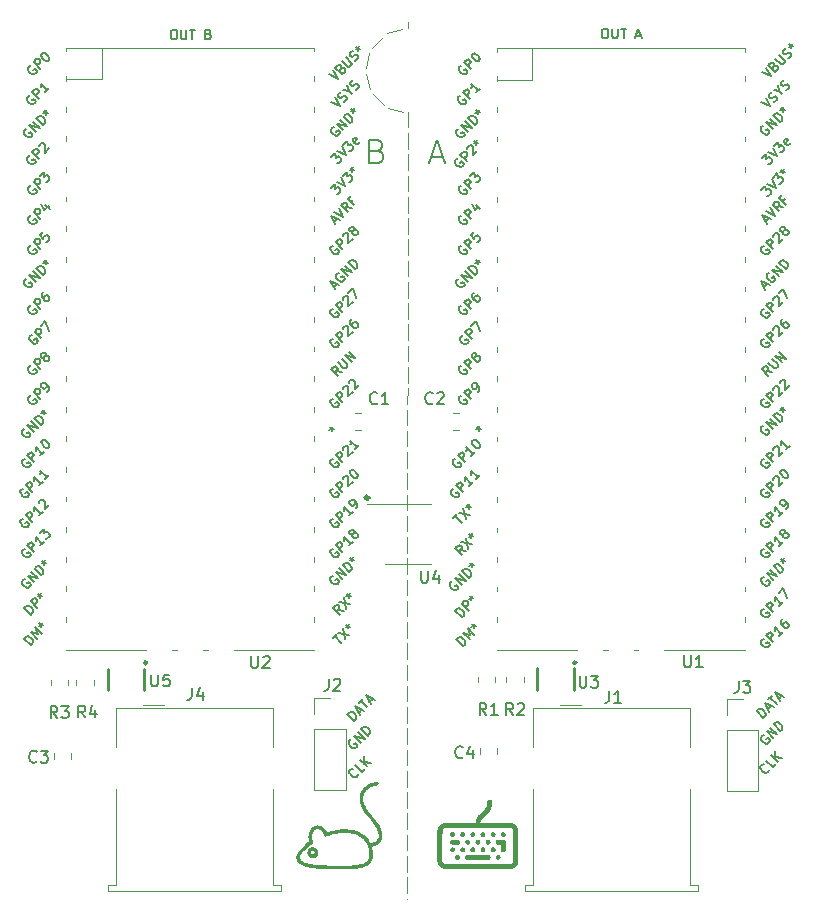
<source format=gbr>
%TF.GenerationSoftware,KiCad,Pcbnew,7.0.9*%
%TF.CreationDate,2024-09-14T16:33:58+02:00*%
%TF.ProjectId,DeskHop_Rev1,4465736b-486f-4705-9f52-6576312e6b69,rev?*%
%TF.SameCoordinates,Original*%
%TF.FileFunction,Legend,Top*%
%TF.FilePolarity,Positive*%
%FSLAX46Y46*%
G04 Gerber Fmt 4.6, Leading zero omitted, Abs format (unit mm)*
G04 Created by KiCad (PCBNEW 7.0.9) date 2024-09-14 16:33:58*
%MOMM*%
%LPD*%
G01*
G04 APERTURE LIST*
%ADD10C,0.120000*%
%ADD11C,0.000000*%
%ADD12C,0.314000*%
%ADD13C,0.150000*%
%ADD14C,0.254000*%
%ADD15C,0.059995*%
G04 APERTURE END LIST*
D10*
X67310000Y-48738426D02*
X67309441Y-50058426D01*
X67309238Y-50538426D02*
X67308679Y-51858426D01*
X67308476Y-52338426D02*
X67307918Y-53658426D01*
X67307715Y-54138426D02*
X67307156Y-55458425D01*
X67306953Y-55938425D02*
X67306394Y-57258425D01*
X67306191Y-57738425D02*
X67305632Y-59058425D01*
X67305429Y-59538425D02*
X67304870Y-60858425D01*
X67304667Y-61338425D02*
X67304109Y-62658425D01*
X67303905Y-63138425D02*
X67303347Y-64458425D01*
X67303144Y-64938425D02*
X67302585Y-66258424D01*
X67302382Y-66738424D02*
X67301823Y-68058424D01*
X67301620Y-68538424D02*
X67301061Y-69858424D01*
X67300858Y-70338424D02*
X67300299Y-71658424D01*
X67300096Y-72138424D02*
X67299538Y-73458424D01*
X67299334Y-73938424D02*
X67298776Y-75258424D01*
X67298573Y-75738424D02*
X67298014Y-77058423D01*
X67297811Y-77538423D02*
X67297252Y-78858423D01*
X67297049Y-79338423D02*
X67296490Y-80658423D01*
X67296287Y-81138423D02*
X67295728Y-82458423D01*
X67295525Y-82938423D02*
X67294967Y-84258423D01*
X67294763Y-84738423D02*
X67294205Y-86058423D01*
X67294002Y-86538423D02*
X67293443Y-87858422D01*
X67293240Y-88338422D02*
X67292681Y-89658422D01*
X67292478Y-90138422D02*
X67291919Y-91458422D01*
X67291716Y-91938422D02*
X67291157Y-93258422D01*
X67290954Y-93738422D02*
X67290396Y-95058422D01*
X67290192Y-95538422D02*
X67289634Y-96858422D01*
X67289431Y-97338422D02*
X67288872Y-98658422D01*
X67288669Y-99138421D02*
X67288110Y-100458421D01*
X67287907Y-100938421D02*
X67287348Y-102258421D01*
X67287145Y-102738421D02*
X67286586Y-104058421D01*
X67286383Y-104538421D02*
X67285825Y-105858421D01*
X67285621Y-106338421D02*
X67285063Y-107658421D01*
X67284860Y-108138421D02*
X67284301Y-109458421D01*
X67284098Y-109938421D02*
X67283539Y-111258420D01*
X67283336Y-111738420D02*
X67282777Y-113058420D01*
X67282574Y-113538420D02*
X67282015Y-114858420D01*
X67281812Y-115338420D02*
X67281783Y-115407659D01*
D11*
G36*
X75409953Y-109711596D02*
G01*
X75414084Y-109711996D01*
X75418717Y-109712651D01*
X75423798Y-109713553D01*
X75429272Y-109714694D01*
X75435082Y-109716066D01*
X75447491Y-109719465D01*
X75453979Y-109721476D01*
X75460582Y-109723683D01*
X75467245Y-109726077D01*
X75473912Y-109728651D01*
X75480528Y-109731395D01*
X75487037Y-109734301D01*
X75493385Y-109737361D01*
X75499515Y-109740565D01*
X75511406Y-109747709D01*
X75523025Y-109755970D01*
X75534303Y-109765237D01*
X75545172Y-109775399D01*
X75555563Y-109786346D01*
X75565408Y-109797967D01*
X75574640Y-109810150D01*
X75583189Y-109822785D01*
X75590988Y-109835761D01*
X75597969Y-109848967D01*
X75604062Y-109862293D01*
X75609201Y-109875627D01*
X75613317Y-109888859D01*
X75616341Y-109901877D01*
X75618205Y-109914572D01*
X75618681Y-109920763D01*
X75618842Y-109926832D01*
X75618681Y-109932900D01*
X75618205Y-109939091D01*
X75617422Y-109945389D01*
X75616341Y-109951781D01*
X75614969Y-109958251D01*
X75613317Y-109964786D01*
X75611391Y-109971371D01*
X75609201Y-109977991D01*
X75604062Y-109991282D01*
X75597969Y-110004543D01*
X75590988Y-110017659D01*
X75583189Y-110030515D01*
X75574640Y-110042996D01*
X75565408Y-110054987D01*
X75555563Y-110066372D01*
X75545172Y-110077037D01*
X75539793Y-110082063D01*
X75534303Y-110086866D01*
X75528711Y-110091431D01*
X75523025Y-110095744D01*
X75517254Y-110099791D01*
X75511406Y-110103557D01*
X75505490Y-110107027D01*
X75499515Y-110110189D01*
X75493385Y-110113426D01*
X75487038Y-110116578D01*
X75480528Y-110119627D01*
X75473912Y-110122558D01*
X75467245Y-110125352D01*
X75460582Y-110127992D01*
X75453979Y-110130462D01*
X75447491Y-110132744D01*
X75441174Y-110134822D01*
X75435082Y-110136678D01*
X75429272Y-110138295D01*
X75423799Y-110139657D01*
X75418717Y-110140745D01*
X75414084Y-110141544D01*
X75409954Y-110142035D01*
X75406382Y-110142203D01*
X75402810Y-110142035D01*
X75398679Y-110141544D01*
X75394046Y-110140745D01*
X75388965Y-110139657D01*
X75383491Y-110138295D01*
X75377681Y-110136678D01*
X75365272Y-110132744D01*
X75352181Y-110127992D01*
X75338851Y-110122558D01*
X75332235Y-110119627D01*
X75325725Y-110116578D01*
X75319378Y-110113426D01*
X75313248Y-110110189D01*
X75301356Y-110103589D01*
X75289737Y-110095864D01*
X75278459Y-110087115D01*
X75267591Y-110077446D01*
X75257200Y-110066958D01*
X75247354Y-110055754D01*
X75238123Y-110043936D01*
X75229573Y-110031607D01*
X75221774Y-110018868D01*
X75214794Y-110005823D01*
X75208700Y-109992572D01*
X75203562Y-109979220D01*
X75199446Y-109965867D01*
X75196422Y-109952616D01*
X75194558Y-109939571D01*
X75194081Y-109933157D01*
X75193921Y-109926832D01*
X75194081Y-109920507D01*
X75194558Y-109914093D01*
X75195341Y-109907600D01*
X75196422Y-109901042D01*
X75197793Y-109894430D01*
X75199446Y-109887778D01*
X75201372Y-109881097D01*
X75203562Y-109874399D01*
X75208700Y-109861003D01*
X75214794Y-109847688D01*
X75221775Y-109834552D01*
X75229574Y-109821693D01*
X75238123Y-109809210D01*
X75247355Y-109797199D01*
X75257200Y-109785760D01*
X75267591Y-109774990D01*
X75278460Y-109764988D01*
X75289737Y-109755851D01*
X75295509Y-109751637D01*
X75301356Y-109747677D01*
X75307272Y-109743982D01*
X75313248Y-109740565D01*
X75319858Y-109737361D01*
X75326561Y-109734301D01*
X75333316Y-109731395D01*
X75340079Y-109728651D01*
X75346808Y-109726077D01*
X75353460Y-109723683D01*
X75359993Y-109721476D01*
X75366364Y-109719465D01*
X75372530Y-109717659D01*
X75378449Y-109716066D01*
X75384078Y-109714694D01*
X75389374Y-109713553D01*
X75394295Y-109712651D01*
X75398799Y-109711996D01*
X75402842Y-109711596D01*
X75406382Y-109711461D01*
X75409953Y-109711596D01*
G37*
G36*
X59309000Y-110998000D02*
G01*
X59332483Y-110999792D01*
X59355628Y-111002741D01*
X59378406Y-111006819D01*
X59400788Y-111011997D01*
X59422744Y-111018246D01*
X59444244Y-111025535D01*
X59465261Y-111033836D01*
X59485763Y-111043120D01*
X59505723Y-111053356D01*
X59525110Y-111064517D01*
X59543896Y-111076572D01*
X59562051Y-111089492D01*
X59579546Y-111103247D01*
X59596351Y-111117810D01*
X59612438Y-111133149D01*
X59627777Y-111149237D01*
X59642338Y-111166043D01*
X59656093Y-111183538D01*
X59669012Y-111201694D01*
X59681066Y-111220480D01*
X59692225Y-111239867D01*
X59702460Y-111259826D01*
X59711743Y-111280329D01*
X59720043Y-111301344D01*
X59727331Y-111322844D01*
X59733579Y-111344798D01*
X59738756Y-111367178D01*
X59742834Y-111389954D01*
X59745782Y-111413097D01*
X59747573Y-111436577D01*
X59748177Y-111460366D01*
X59747573Y-111484155D01*
X59745782Y-111507635D01*
X59742833Y-111530778D01*
X59738754Y-111553554D01*
X59733576Y-111575934D01*
X59727328Y-111597889D01*
X59720038Y-111619388D01*
X59711737Y-111640404D01*
X59702454Y-111660906D01*
X59692217Y-111680865D01*
X59681057Y-111700253D01*
X59669002Y-111719039D01*
X59656082Y-111737194D01*
X59642326Y-111754690D01*
X59627764Y-111771496D01*
X59612424Y-111787583D01*
X59596337Y-111802923D01*
X59579531Y-111817485D01*
X59562035Y-111831241D01*
X59543880Y-111844161D01*
X59525094Y-111856216D01*
X59505706Y-111867376D01*
X59485747Y-111877613D01*
X59465245Y-111886896D01*
X59444229Y-111895197D01*
X59422730Y-111902487D01*
X59400775Y-111908735D01*
X59378396Y-111913913D01*
X59355620Y-111917992D01*
X59332477Y-111920941D01*
X59308996Y-111922732D01*
X59285208Y-111923336D01*
X59261419Y-111922732D01*
X59237938Y-111920941D01*
X59214796Y-111917992D01*
X59192020Y-111913913D01*
X59169640Y-111908735D01*
X59147685Y-111902487D01*
X59126186Y-111895197D01*
X59105170Y-111886896D01*
X59084668Y-111877613D01*
X59064709Y-111867376D01*
X59045321Y-111856216D01*
X59026535Y-111844161D01*
X59008380Y-111831241D01*
X58990885Y-111817485D01*
X58974078Y-111802923D01*
X58957991Y-111787583D01*
X58942651Y-111771496D01*
X58928089Y-111754690D01*
X58914333Y-111737194D01*
X58901413Y-111719039D01*
X58889358Y-111700253D01*
X58878198Y-111680865D01*
X58867961Y-111660906D01*
X58858678Y-111640404D01*
X58850377Y-111619388D01*
X58843087Y-111597889D01*
X58836839Y-111575934D01*
X58831661Y-111553554D01*
X58827582Y-111530778D01*
X58824633Y-111507635D01*
X58822842Y-111484155D01*
X58822238Y-111460366D01*
X59130897Y-111460366D01*
X59131098Y-111468301D01*
X59131695Y-111476133D01*
X59132678Y-111483851D01*
X59134038Y-111491446D01*
X59135764Y-111498909D01*
X59137847Y-111506229D01*
X59140276Y-111513397D01*
X59143043Y-111520403D01*
X59146138Y-111527238D01*
X59149550Y-111533891D01*
X59153270Y-111540353D01*
X59157288Y-111546614D01*
X59161594Y-111552665D01*
X59166179Y-111558495D01*
X59171033Y-111564095D01*
X59176146Y-111569456D01*
X59181508Y-111574567D01*
X59187110Y-111579419D01*
X59192942Y-111584002D01*
X59198993Y-111588306D01*
X59205254Y-111592322D01*
X59211716Y-111596039D01*
X59218369Y-111599449D01*
X59225202Y-111602541D01*
X59232207Y-111605306D01*
X59239373Y-111607734D01*
X59246690Y-111609815D01*
X59254149Y-111611539D01*
X59261740Y-111612898D01*
X59269453Y-111613880D01*
X59277279Y-111614476D01*
X59285208Y-111614677D01*
X59293136Y-111614476D01*
X59300962Y-111613880D01*
X59308675Y-111612898D01*
X59316266Y-111611539D01*
X59323725Y-111609815D01*
X59331043Y-111607734D01*
X59338208Y-111605306D01*
X59345213Y-111602541D01*
X59352046Y-111599449D01*
X59358699Y-111596039D01*
X59365161Y-111592322D01*
X59371422Y-111588306D01*
X59377474Y-111584002D01*
X59383305Y-111579419D01*
X59388907Y-111574567D01*
X59394269Y-111569456D01*
X59399382Y-111564095D01*
X59404236Y-111558495D01*
X59408821Y-111552665D01*
X59413127Y-111546614D01*
X59417145Y-111540353D01*
X59420865Y-111533891D01*
X59424277Y-111527238D01*
X59427372Y-111520403D01*
X59430139Y-111513397D01*
X59432569Y-111506229D01*
X59434651Y-111498909D01*
X59436377Y-111491446D01*
X59437737Y-111483851D01*
X59438720Y-111476133D01*
X59439317Y-111468301D01*
X59439518Y-111460366D01*
X59439317Y-111452431D01*
X59438720Y-111444600D01*
X59437737Y-111436881D01*
X59436377Y-111429286D01*
X59434651Y-111421823D01*
X59432569Y-111414503D01*
X59430139Y-111407335D01*
X59427372Y-111400329D01*
X59424277Y-111393495D01*
X59420865Y-111386842D01*
X59417145Y-111380380D01*
X59413127Y-111374118D01*
X59408821Y-111368068D01*
X59404236Y-111362237D01*
X59399382Y-111356637D01*
X59394269Y-111351277D01*
X59388907Y-111346166D01*
X59383305Y-111341314D01*
X59377474Y-111336731D01*
X59371422Y-111332427D01*
X59365161Y-111328411D01*
X59358699Y-111324693D01*
X59352046Y-111321283D01*
X59345213Y-111318191D01*
X59338208Y-111315426D01*
X59331043Y-111312999D01*
X59323725Y-111310918D01*
X59316266Y-111309193D01*
X59308675Y-111307835D01*
X59300962Y-111306853D01*
X59293136Y-111306256D01*
X59285208Y-111306055D01*
X59277279Y-111306256D01*
X59269453Y-111306853D01*
X59261740Y-111307835D01*
X59254149Y-111309193D01*
X59246690Y-111310918D01*
X59239373Y-111312999D01*
X59232207Y-111315426D01*
X59225202Y-111318191D01*
X59218369Y-111321283D01*
X59211716Y-111324693D01*
X59205254Y-111328411D01*
X59198993Y-111332427D01*
X59192942Y-111336731D01*
X59187110Y-111341314D01*
X59181508Y-111346166D01*
X59176146Y-111351277D01*
X59171033Y-111356637D01*
X59166179Y-111362237D01*
X59161594Y-111368068D01*
X59157288Y-111374118D01*
X59153270Y-111380380D01*
X59149550Y-111386842D01*
X59146138Y-111393495D01*
X59143043Y-111400329D01*
X59140276Y-111407335D01*
X59137847Y-111414503D01*
X59135764Y-111421823D01*
X59134038Y-111429286D01*
X59132678Y-111436881D01*
X59131695Y-111444600D01*
X59131098Y-111452431D01*
X59130897Y-111460366D01*
X58822238Y-111460366D01*
X58822842Y-111436577D01*
X58824633Y-111413097D01*
X58827582Y-111389954D01*
X58831661Y-111367178D01*
X58836839Y-111344798D01*
X58843087Y-111322844D01*
X58850377Y-111301344D01*
X58858678Y-111280329D01*
X58867961Y-111259826D01*
X58878198Y-111239867D01*
X58889358Y-111220480D01*
X58901413Y-111201694D01*
X58914333Y-111183538D01*
X58928089Y-111166043D01*
X58942651Y-111149237D01*
X58957991Y-111133149D01*
X58974078Y-111117810D01*
X58990885Y-111103247D01*
X59008380Y-111089492D01*
X59026535Y-111076572D01*
X59045321Y-111064517D01*
X59064709Y-111053356D01*
X59084668Y-111043120D01*
X59105170Y-111033836D01*
X59126186Y-111025535D01*
X59147685Y-111018246D01*
X59169640Y-111011997D01*
X59192020Y-111006819D01*
X59214796Y-111002741D01*
X59237938Y-110999792D01*
X59261419Y-110998000D01*
X59285208Y-110997397D01*
X59309000Y-110998000D01*
G37*
G36*
X71971429Y-111002828D02*
G01*
X71973288Y-111003199D01*
X71975000Y-111003686D01*
X71981325Y-111003846D01*
X71987740Y-111004323D01*
X71994233Y-111005106D01*
X72000791Y-111006187D01*
X72007402Y-111007558D01*
X72014055Y-111009211D01*
X72020736Y-111011137D01*
X72027434Y-111013327D01*
X72040830Y-111018465D01*
X72054145Y-111024559D01*
X72067281Y-111031540D01*
X72080139Y-111039339D01*
X72092623Y-111047888D01*
X72104634Y-111057120D01*
X72116073Y-111066965D01*
X72126843Y-111077356D01*
X72136845Y-111088225D01*
X72145982Y-111099502D01*
X72150195Y-111105274D01*
X72154155Y-111111121D01*
X72157850Y-111117037D01*
X72161267Y-111123013D01*
X72166696Y-111135490D01*
X72171954Y-111148616D01*
X72176871Y-111161946D01*
X72181276Y-111175037D01*
X72185000Y-111187446D01*
X72186552Y-111193256D01*
X72187870Y-111198730D01*
X72188933Y-111203811D01*
X72189718Y-111208444D01*
X72190204Y-111212575D01*
X72190371Y-111216147D01*
X72190236Y-111219719D01*
X72189837Y-111223849D01*
X72189182Y-111228482D01*
X72188280Y-111233564D01*
X72187138Y-111239037D01*
X72185767Y-111244847D01*
X72182368Y-111257256D01*
X72180357Y-111263744D01*
X72178150Y-111270347D01*
X72175755Y-111277010D01*
X72173182Y-111283677D01*
X72170438Y-111290293D01*
X72167531Y-111296802D01*
X72164472Y-111303150D01*
X72161267Y-111309280D01*
X72154155Y-111321172D01*
X72145982Y-111332791D01*
X72136845Y-111344069D01*
X72126842Y-111354937D01*
X72116073Y-111365328D01*
X72104633Y-111375174D01*
X72092623Y-111384405D01*
X72080139Y-111392954D01*
X72067281Y-111400753D01*
X72054145Y-111407734D01*
X72040830Y-111413828D01*
X72027434Y-111418966D01*
X72014055Y-111423082D01*
X72000791Y-111426106D01*
X71987740Y-111427970D01*
X71981325Y-111428446D01*
X71975000Y-111428607D01*
X71971429Y-111428439D01*
X71967298Y-111427948D01*
X71962665Y-111427149D01*
X71957584Y-111426060D01*
X71952110Y-111424699D01*
X71946300Y-111423082D01*
X71933891Y-111419148D01*
X71920800Y-111414396D01*
X71907470Y-111408962D01*
X71900854Y-111406031D01*
X71894345Y-111402982D01*
X71887997Y-111399830D01*
X71881867Y-111396592D01*
X71869976Y-111389993D01*
X71858357Y-111382268D01*
X71847079Y-111373519D01*
X71836210Y-111363850D01*
X71825819Y-111353362D01*
X71815974Y-111342158D01*
X71806742Y-111330340D01*
X71798193Y-111318011D01*
X71790394Y-111305272D01*
X71783413Y-111292226D01*
X71777320Y-111278976D01*
X71772181Y-111265623D01*
X71768066Y-111252271D01*
X71765041Y-111239020D01*
X71763177Y-111225975D01*
X71762701Y-111219561D01*
X71762540Y-111213236D01*
X71762701Y-111206911D01*
X71763177Y-111200497D01*
X71763960Y-111194004D01*
X71765041Y-111187446D01*
X71766413Y-111180835D01*
X71768066Y-111174182D01*
X71769991Y-111167501D01*
X71772181Y-111160803D01*
X71777320Y-111147407D01*
X71783413Y-111134092D01*
X71790394Y-111120956D01*
X71798193Y-111108097D01*
X71806742Y-111095614D01*
X71815974Y-111083603D01*
X71825819Y-111072164D01*
X71836210Y-111061394D01*
X71847079Y-111051392D01*
X71858357Y-111042255D01*
X71864128Y-111038042D01*
X71869976Y-111034081D01*
X71875892Y-111030387D01*
X71881867Y-111026970D01*
X71894345Y-111021552D01*
X71900854Y-111018918D01*
X71907470Y-111016374D01*
X71914137Y-111013949D01*
X71920800Y-111011673D01*
X71927403Y-111009576D01*
X71933891Y-111007688D01*
X71940208Y-111006039D01*
X71946300Y-111004658D01*
X71952110Y-111003576D01*
X71957584Y-111002822D01*
X71962665Y-111002426D01*
X71967298Y-111002418D01*
X71971429Y-111002828D01*
G37*
D10*
X66937740Y-48748460D02*
X65680287Y-48372564D01*
X65269783Y-48124498D02*
X64352267Y-47186069D01*
X64113514Y-46770079D02*
X63766049Y-45504476D01*
X63758926Y-45024893D02*
X64068656Y-43749529D01*
X64294950Y-43326633D02*
X65184194Y-42361372D01*
X65587150Y-42101225D02*
X66832886Y-41688153D01*
D11*
G36*
X74396618Y-106991515D02*
G01*
X74402288Y-106992041D01*
X74407276Y-106993018D01*
X74411632Y-106994453D01*
X74415406Y-106996352D01*
X74418648Y-106998720D01*
X74421408Y-107001564D01*
X74423737Y-107004888D01*
X74425684Y-107008700D01*
X74427299Y-107013005D01*
X74428634Y-107017809D01*
X74429737Y-107023117D01*
X74430658Y-107028936D01*
X74431449Y-107035271D01*
X74434303Y-107065893D01*
X74437784Y-107092363D01*
X74440601Y-107121310D01*
X74444307Y-107185083D01*
X74445558Y-107254109D01*
X74444489Y-107325284D01*
X74441237Y-107395503D01*
X74435939Y-107461664D01*
X74428732Y-107520662D01*
X74424454Y-107546506D01*
X74419750Y-107569395D01*
X74414104Y-107593448D01*
X74407046Y-107618576D01*
X74398666Y-107644625D01*
X74389055Y-107671441D01*
X74378301Y-107698871D01*
X74366493Y-107726762D01*
X74353723Y-107754960D01*
X74340078Y-107783311D01*
X74325649Y-107811662D01*
X74310525Y-107839859D01*
X74294795Y-107867750D01*
X74278550Y-107895180D01*
X74261878Y-107921996D01*
X74244870Y-107948045D01*
X74227614Y-107973173D01*
X74210200Y-107997226D01*
X74193699Y-108017684D01*
X74173138Y-108041383D01*
X74149371Y-108067468D01*
X74123252Y-108095089D01*
X74095631Y-108123392D01*
X74067362Y-108151524D01*
X74039299Y-108178633D01*
X74012292Y-108203866D01*
X73972019Y-108239667D01*
X73932125Y-108275950D01*
X73854448Y-108348886D01*
X73781204Y-108420527D01*
X73714339Y-108488723D01*
X73655795Y-108551325D01*
X73630251Y-108579857D01*
X73607517Y-108606185D01*
X73587836Y-108630041D01*
X73571450Y-108651155D01*
X73558602Y-108669259D01*
X73549536Y-108684084D01*
X73542419Y-108697383D01*
X73535297Y-108712029D01*
X73528235Y-108727800D01*
X73521296Y-108744475D01*
X73514545Y-108761833D01*
X73508046Y-108779651D01*
X73496057Y-108815781D01*
X73490696Y-108833650D01*
X73485842Y-108851092D01*
X73481560Y-108867887D01*
X73477913Y-108883812D01*
X73474965Y-108898645D01*
X73472780Y-108912165D01*
X73471422Y-108924151D01*
X73470955Y-108934380D01*
X73471948Y-108938479D01*
X73476037Y-108942065D01*
X73500150Y-108947841D01*
X73556596Y-108951979D01*
X73658677Y-108954753D01*
X74052947Y-108957300D01*
X74789374Y-108957664D01*
X75469002Y-108958391D01*
X75704671Y-108959505D01*
X75882599Y-108961302D01*
X76011550Y-108963916D01*
X76060398Y-108965573D01*
X76100289Y-108967486D01*
X76132319Y-108969672D01*
X76157582Y-108972147D01*
X76177176Y-108974930D01*
X76192194Y-108978036D01*
X76236309Y-108989888D01*
X76279081Y-109004634D01*
X76320394Y-109022168D01*
X76360134Y-109042384D01*
X76398187Y-109065175D01*
X76434435Y-109090434D01*
X76468766Y-109118055D01*
X76501062Y-109147932D01*
X76531210Y-109179957D01*
X76559094Y-109214025D01*
X76584600Y-109250028D01*
X76607611Y-109287859D01*
X76628013Y-109327414D01*
X76645691Y-109368584D01*
X76660529Y-109411263D01*
X76672413Y-109455345D01*
X76682918Y-109610643D01*
X76690421Y-109939747D01*
X76696424Y-110887997D01*
X76690421Y-111837339D01*
X76682918Y-112167807D01*
X76672413Y-112325015D01*
X76661557Y-112366122D01*
X76647640Y-112406393D01*
X76630807Y-112445675D01*
X76611203Y-112483815D01*
X76588973Y-112520658D01*
X76564261Y-112556052D01*
X76537214Y-112589843D01*
X76507974Y-112621878D01*
X76476689Y-112652002D01*
X76443502Y-112680063D01*
X76408558Y-112705908D01*
X76372003Y-112729381D01*
X76333982Y-112750331D01*
X76294639Y-112768604D01*
X76254119Y-112784045D01*
X76212567Y-112796503D01*
X76171480Y-112804188D01*
X76091239Y-112809963D01*
X75704699Y-112816876D01*
X73267226Y-112819786D01*
X72246516Y-112820719D01*
X71838534Y-112820886D01*
X71491735Y-112820696D01*
X71200819Y-112820028D01*
X70960488Y-112818763D01*
X70765441Y-112816782D01*
X70683243Y-112815486D01*
X70610379Y-112813966D01*
X70546187Y-112812207D01*
X70490004Y-112810194D01*
X70441168Y-112807913D01*
X70399016Y-112805348D01*
X70362886Y-112802485D01*
X70332115Y-112799308D01*
X70306042Y-112795803D01*
X70284003Y-112791955D01*
X70265337Y-112787749D01*
X70249380Y-112783170D01*
X70235471Y-112778203D01*
X70222947Y-112772833D01*
X70211146Y-112767045D01*
X70199404Y-112760825D01*
X70173453Y-112747026D01*
X70156057Y-112737303D01*
X70137829Y-112725726D01*
X70118961Y-112712487D01*
X70099647Y-112697776D01*
X70080076Y-112681787D01*
X70060441Y-112664710D01*
X70040934Y-112646738D01*
X70021747Y-112628063D01*
X70003072Y-112608876D01*
X69985100Y-112589369D01*
X69968023Y-112569734D01*
X69952034Y-112550163D01*
X69937323Y-112530849D01*
X69924084Y-112511981D01*
X69912507Y-112493754D01*
X69902784Y-112476357D01*
X69877932Y-112424902D01*
X69859492Y-112370854D01*
X69846509Y-112294433D01*
X69842451Y-112237703D01*
X70257855Y-112237703D01*
X70289869Y-112284269D01*
X70293341Y-112288764D01*
X70297180Y-112293489D01*
X70301342Y-112298402D01*
X70305786Y-112303460D01*
X70315347Y-112313840D01*
X70325522Y-112324288D01*
X70335970Y-112334463D01*
X70346350Y-112344024D01*
X70351407Y-112348468D01*
X70356320Y-112352630D01*
X70361045Y-112356469D01*
X70365540Y-112359940D01*
X70412107Y-112391955D01*
X73273047Y-112389045D01*
X76133986Y-112386134D01*
X76168911Y-112357030D01*
X76172827Y-112354136D01*
X76176914Y-112350936D01*
X76181138Y-112347463D01*
X76185464Y-112343751D01*
X76189858Y-112339834D01*
X76194286Y-112335747D01*
X76203108Y-112327198D01*
X76211657Y-112318376D01*
X76215745Y-112313948D01*
X76219661Y-112309554D01*
X76223373Y-112305228D01*
X76226846Y-112301004D01*
X76230047Y-112296917D01*
X76232940Y-112293001D01*
X76242547Y-112278443D01*
X76249766Y-112250209D01*
X76254939Y-112192165D01*
X76258406Y-112088180D01*
X76261589Y-111677857D01*
X76262044Y-110890180D01*
X76261987Y-110438594D01*
X76261852Y-110255743D01*
X76261589Y-110098774D01*
X76261156Y-109965629D01*
X76260862Y-109907347D01*
X76260509Y-109854248D01*
X76260093Y-109806076D01*
X76259607Y-109762572D01*
X76259047Y-109723480D01*
X76258406Y-109688542D01*
X76257681Y-109657500D01*
X76256864Y-109630098D01*
X76255952Y-109606078D01*
X76254939Y-109585182D01*
X76253819Y-109567154D01*
X76253217Y-109559134D01*
X76252587Y-109551734D01*
X76251927Y-109544923D01*
X76251238Y-109538668D01*
X76250517Y-109532936D01*
X76249766Y-109527696D01*
X76248982Y-109522915D01*
X76248166Y-109518561D01*
X76247317Y-109514603D01*
X76246433Y-109511007D01*
X76245515Y-109507742D01*
X76244562Y-109504775D01*
X76243573Y-109502075D01*
X76242547Y-109499609D01*
X76241483Y-109497345D01*
X76240382Y-109495251D01*
X76239242Y-109493294D01*
X76238063Y-109491443D01*
X76235584Y-109487928D01*
X76232940Y-109484449D01*
X76229981Y-109481011D01*
X76226591Y-109477275D01*
X76218706Y-109469078D01*
X76209662Y-109460199D01*
X76199834Y-109450979D01*
X76189596Y-109441759D01*
X76179325Y-109432880D01*
X76169394Y-109424683D01*
X76160180Y-109417509D01*
X76113613Y-109385494D01*
X70409197Y-109385494D01*
X70365540Y-109414599D01*
X70361046Y-109417525D01*
X70356326Y-109420817D01*
X70351427Y-109424434D01*
X70346395Y-109428332D01*
X70341279Y-109432469D01*
X70336123Y-109436802D01*
X70330977Y-109441288D01*
X70325886Y-109445886D01*
X70320897Y-109450551D01*
X70316058Y-109455242D01*
X70311414Y-109459916D01*
X70307014Y-109464530D01*
X70302903Y-109469042D01*
X70299129Y-109473409D01*
X70295739Y-109477589D01*
X70292780Y-109481538D01*
X70283168Y-109496920D01*
X70275909Y-109525467D01*
X70270628Y-109583346D01*
X70266950Y-109686723D01*
X70262903Y-110094636D01*
X70260765Y-110878538D01*
X70257855Y-112237703D01*
X69842451Y-112237703D01*
X69838027Y-112175857D01*
X69833093Y-111995343D01*
X69830751Y-111733109D01*
X69830024Y-110884359D01*
X69830189Y-110470540D01*
X69830797Y-110148433D01*
X69832019Y-109905521D01*
X69834026Y-109729288D01*
X69835376Y-109662263D01*
X69836987Y-109607215D01*
X69838879Y-109562577D01*
X69841074Y-109526786D01*
X69843593Y-109498277D01*
X69846457Y-109475484D01*
X69849688Y-109456845D01*
X69853307Y-109440792D01*
X69862206Y-109410544D01*
X69872520Y-109380936D01*
X69884233Y-109351992D01*
X69897327Y-109323739D01*
X69911785Y-109296202D01*
X69927591Y-109269408D01*
X69944727Y-109243380D01*
X69963175Y-109218146D01*
X69982920Y-109193730D01*
X70003944Y-109170158D01*
X70026230Y-109147456D01*
X70049760Y-109125649D01*
X70074519Y-109104763D01*
X70100488Y-109084824D01*
X70127651Y-109065856D01*
X70155990Y-109047886D01*
X70207292Y-109019066D01*
X70260811Y-108997409D01*
X70294551Y-108988946D01*
X70336226Y-108981890D01*
X70453217Y-108971488D01*
X70631463Y-108965178D01*
X70890643Y-108961938D01*
X71730526Y-108960574D01*
X73046034Y-108960574D01*
X73060586Y-108855799D01*
X73064775Y-108829996D01*
X73069675Y-108803951D01*
X73075250Y-108777761D01*
X73081459Y-108751524D01*
X73088265Y-108725338D01*
X73095630Y-108699301D01*
X73103515Y-108673512D01*
X73111882Y-108648068D01*
X73120692Y-108623067D01*
X73129907Y-108598608D01*
X73139489Y-108574788D01*
X73149399Y-108551706D01*
X73159599Y-108529459D01*
X73170051Y-108508146D01*
X73180715Y-108487865D01*
X73191555Y-108468713D01*
X73227196Y-108412580D01*
X73246053Y-108385266D01*
X73266043Y-108357981D01*
X73287500Y-108330373D01*
X73310757Y-108302086D01*
X73336145Y-108272768D01*
X73363997Y-108242065D01*
X73428424Y-108175085D01*
X73506698Y-108098317D01*
X73601480Y-108008930D01*
X73715430Y-107904093D01*
X73741621Y-107879605D01*
X73766709Y-107855258D01*
X73790679Y-107831056D01*
X73813520Y-107807003D01*
X73835218Y-107783103D01*
X73855761Y-107759362D01*
X73875135Y-107735782D01*
X73893329Y-107712369D01*
X73910329Y-107689126D01*
X73926122Y-107666058D01*
X73940697Y-107643169D01*
X73954039Y-107620463D01*
X73966136Y-107597945D01*
X73976975Y-107575619D01*
X73986544Y-107553489D01*
X73994830Y-107531559D01*
X74001805Y-107511590D01*
X74007518Y-107490222D01*
X74012071Y-107466331D01*
X74015567Y-107438790D01*
X74018107Y-107406474D01*
X74019796Y-107368258D01*
X74020733Y-107323015D01*
X74021023Y-107269622D01*
X74021023Y-107074624D01*
X74195649Y-107033878D01*
X74274901Y-107013886D01*
X74306627Y-107006156D01*
X74333620Y-106999999D01*
X74345468Y-106997525D01*
X74356283Y-106995462D01*
X74366115Y-106993816D01*
X74375014Y-106992592D01*
X74383031Y-106991797D01*
X74390216Y-106991436D01*
X74396618Y-106991515D01*
G37*
G36*
X71120000Y-110998000D02*
G01*
X71124130Y-110998400D01*
X71128764Y-110999055D01*
X71133845Y-110999957D01*
X71139318Y-111001098D01*
X71145128Y-111002470D01*
X71157537Y-111005869D01*
X71164026Y-111007880D01*
X71170629Y-111010087D01*
X71177291Y-111012481D01*
X71183959Y-111015055D01*
X71190575Y-111017799D01*
X71197084Y-111020705D01*
X71203431Y-111023765D01*
X71209561Y-111026970D01*
X71221453Y-111034113D01*
X71233072Y-111042374D01*
X71244350Y-111051641D01*
X71255218Y-111061803D01*
X71265609Y-111072750D01*
X71275455Y-111084371D01*
X71284686Y-111096554D01*
X71293235Y-111109189D01*
X71301034Y-111122165D01*
X71308015Y-111135371D01*
X71314109Y-111148697D01*
X71319247Y-111162031D01*
X71323363Y-111175263D01*
X71326387Y-111188282D01*
X71328251Y-111200976D01*
X71328727Y-111207168D01*
X71328888Y-111213236D01*
X71328727Y-111219305D01*
X71328251Y-111225495D01*
X71327468Y-111231793D01*
X71326387Y-111238185D01*
X71325016Y-111244655D01*
X71323363Y-111251190D01*
X71321437Y-111257775D01*
X71319247Y-111264396D01*
X71314109Y-111277687D01*
X71308015Y-111290948D01*
X71301035Y-111304064D01*
X71293236Y-111316920D01*
X71284686Y-111329400D01*
X71275455Y-111341391D01*
X71265609Y-111352776D01*
X71255218Y-111363441D01*
X71249839Y-111368467D01*
X71244350Y-111373270D01*
X71238758Y-111377835D01*
X71233072Y-111382148D01*
X71227301Y-111386195D01*
X71221453Y-111389961D01*
X71215537Y-111393431D01*
X71209561Y-111396592D01*
X71203431Y-111399830D01*
X71197084Y-111402982D01*
X71190574Y-111406031D01*
X71183959Y-111408962D01*
X71177291Y-111411756D01*
X71170629Y-111414396D01*
X71164025Y-111416866D01*
X71157537Y-111419148D01*
X71151220Y-111421226D01*
X71145128Y-111423082D01*
X71139318Y-111424699D01*
X71133845Y-111426060D01*
X71128764Y-111427149D01*
X71124130Y-111427948D01*
X71120000Y-111428439D01*
X71116428Y-111428607D01*
X71112856Y-111428439D01*
X71108725Y-111427948D01*
X71104092Y-111427149D01*
X71099011Y-111426060D01*
X71093537Y-111424699D01*
X71087727Y-111423082D01*
X71075318Y-111419148D01*
X71062227Y-111414396D01*
X71048897Y-111408962D01*
X71042281Y-111406031D01*
X71035772Y-111402982D01*
X71029424Y-111399830D01*
X71023294Y-111396592D01*
X71011403Y-111389993D01*
X70999784Y-111382268D01*
X70988506Y-111373519D01*
X70977637Y-111363850D01*
X70967246Y-111353362D01*
X70957401Y-111342158D01*
X70948169Y-111330340D01*
X70939620Y-111318011D01*
X70931821Y-111305272D01*
X70924841Y-111292226D01*
X70918747Y-111278976D01*
X70913608Y-111265623D01*
X70909493Y-111252271D01*
X70906469Y-111239020D01*
X70904604Y-111225975D01*
X70904128Y-111219561D01*
X70903967Y-111213236D01*
X70904128Y-111206911D01*
X70904604Y-111200497D01*
X70905387Y-111194004D01*
X70906469Y-111187446D01*
X70907840Y-111180835D01*
X70909493Y-111174182D01*
X70911418Y-111167501D01*
X70913608Y-111160803D01*
X70918747Y-111147407D01*
X70924841Y-111134092D01*
X70931821Y-111120956D01*
X70939620Y-111108097D01*
X70948169Y-111095614D01*
X70957401Y-111083603D01*
X70967246Y-111072164D01*
X70977637Y-111061394D01*
X70988506Y-111051392D01*
X70999784Y-111042255D01*
X71005555Y-111038042D01*
X71011403Y-111034081D01*
X71017319Y-111030387D01*
X71023294Y-111026970D01*
X71035772Y-111021541D01*
X71048897Y-111016283D01*
X71062227Y-111011366D01*
X71075318Y-111006960D01*
X71087727Y-111003237D01*
X71093537Y-111001685D01*
X71099011Y-111000366D01*
X71104092Y-110999304D01*
X71108725Y-110998519D01*
X71112856Y-110998032D01*
X71116428Y-110997865D01*
X71120000Y-110998000D01*
G37*
G36*
X72836484Y-111000776D02*
G01*
X72840056Y-111000911D01*
X72844186Y-111001310D01*
X72848820Y-111001965D01*
X72853901Y-111002868D01*
X72859374Y-111004009D01*
X72865184Y-111005380D01*
X72877594Y-111008779D01*
X72884082Y-111010790D01*
X72890685Y-111012997D01*
X72897348Y-111015392D01*
X72904015Y-111017965D01*
X72910631Y-111020710D01*
X72917140Y-111023616D01*
X72923487Y-111026675D01*
X72929617Y-111029880D01*
X72941509Y-111036992D01*
X72953128Y-111045165D01*
X72964406Y-111054302D01*
X72975274Y-111064305D01*
X72985665Y-111075075D01*
X72995511Y-111086514D01*
X73004742Y-111098524D01*
X73013292Y-111111008D01*
X73021091Y-111123867D01*
X73028071Y-111137003D01*
X73034165Y-111150318D01*
X73039304Y-111163714D01*
X73043419Y-111177093D01*
X73046443Y-111190356D01*
X73048308Y-111203407D01*
X73048784Y-111209822D01*
X73048944Y-111216147D01*
X73048809Y-111219719D01*
X73048410Y-111223849D01*
X73047755Y-111228482D01*
X73046852Y-111233564D01*
X73045711Y-111239037D01*
X73044340Y-111244847D01*
X73040941Y-111257256D01*
X73038930Y-111263744D01*
X73036723Y-111270347D01*
X73034328Y-111277010D01*
X73031755Y-111283677D01*
X73029010Y-111290293D01*
X73026104Y-111296802D01*
X73023045Y-111303150D01*
X73019840Y-111309280D01*
X73012728Y-111321172D01*
X73004555Y-111332791D01*
X72995418Y-111344069D01*
X72985415Y-111354937D01*
X72974646Y-111365328D01*
X72963206Y-111375174D01*
X72951196Y-111384405D01*
X72938712Y-111392954D01*
X72925853Y-111400753D01*
X72912717Y-111407734D01*
X72899402Y-111413828D01*
X72886006Y-111418966D01*
X72872627Y-111423082D01*
X72859364Y-111426106D01*
X72846313Y-111427970D01*
X72839898Y-111428446D01*
X72833573Y-111428607D01*
X72830001Y-111428439D01*
X72825871Y-111427948D01*
X72821238Y-111427149D01*
X72816156Y-111426060D01*
X72810683Y-111424699D01*
X72804873Y-111423082D01*
X72792464Y-111419148D01*
X72779373Y-111414396D01*
X72766043Y-111408962D01*
X72759427Y-111406031D01*
X72752917Y-111402982D01*
X72746570Y-111399830D01*
X72740440Y-111396592D01*
X72728548Y-111389993D01*
X72716930Y-111382268D01*
X72705652Y-111373519D01*
X72694783Y-111363850D01*
X72684392Y-111353362D01*
X72674547Y-111342158D01*
X72665315Y-111330340D01*
X72656766Y-111318011D01*
X72648967Y-111305272D01*
X72641986Y-111292226D01*
X72635893Y-111278976D01*
X72630754Y-111265623D01*
X72626638Y-111252271D01*
X72623614Y-111239020D01*
X72621750Y-111225975D01*
X72621274Y-111219561D01*
X72621113Y-111213236D01*
X72621274Y-111206911D01*
X72621750Y-111200497D01*
X72622533Y-111194004D01*
X72623614Y-111187446D01*
X72624986Y-111180835D01*
X72626638Y-111174182D01*
X72628564Y-111167501D01*
X72630754Y-111160803D01*
X72635893Y-111147407D01*
X72641986Y-111134092D01*
X72648967Y-111120956D01*
X72656766Y-111108097D01*
X72665315Y-111095614D01*
X72674547Y-111083603D01*
X72684392Y-111072164D01*
X72694783Y-111061394D01*
X72705652Y-111051392D01*
X72716930Y-111042255D01*
X72722701Y-111038042D01*
X72728548Y-111034081D01*
X72734465Y-111030387D01*
X72740440Y-111026970D01*
X72752804Y-111021547D01*
X72765679Y-111016328D01*
X72778759Y-111011519D01*
X72785279Y-111009332D01*
X72791736Y-111007324D01*
X72798091Y-111005521D01*
X72804304Y-111003948D01*
X72810339Y-111002630D01*
X72816156Y-111001594D01*
X72821718Y-111000865D01*
X72826985Y-111000469D01*
X72831920Y-111000431D01*
X72836484Y-111000776D01*
G37*
G36*
X73255435Y-110357196D02*
G01*
X73258494Y-110357573D01*
X73264819Y-110357734D01*
X73271234Y-110358210D01*
X73277726Y-110358993D01*
X73284284Y-110360074D01*
X73290896Y-110361446D01*
X73297548Y-110363098D01*
X73304229Y-110365024D01*
X73310927Y-110367214D01*
X73324323Y-110372353D01*
X73337638Y-110378446D01*
X73350774Y-110385427D01*
X73363633Y-110393226D01*
X73376117Y-110401775D01*
X73388127Y-110411007D01*
X73399566Y-110420852D01*
X73410336Y-110431243D01*
X73420339Y-110442112D01*
X73429476Y-110453390D01*
X73433689Y-110459161D01*
X73437649Y-110465009D01*
X73441344Y-110470925D01*
X73444761Y-110476900D01*
X73450189Y-110489378D01*
X73455448Y-110502503D01*
X73460365Y-110515833D01*
X73464770Y-110528924D01*
X73468493Y-110541333D01*
X73470046Y-110547143D01*
X73471364Y-110552617D01*
X73472426Y-110557698D01*
X73473211Y-110562331D01*
X73473698Y-110566462D01*
X73473865Y-110570034D01*
X73473704Y-110576102D01*
X73473228Y-110582293D01*
X73472445Y-110588591D01*
X73471364Y-110594983D01*
X73469992Y-110601453D01*
X73468340Y-110607988D01*
X73466414Y-110614573D01*
X73464224Y-110621193D01*
X73459085Y-110634484D01*
X73452992Y-110647745D01*
X73446011Y-110660861D01*
X73438212Y-110673717D01*
X73429663Y-110686198D01*
X73420431Y-110698189D01*
X73410586Y-110709574D01*
X73400195Y-110720238D01*
X73394816Y-110725265D01*
X73389326Y-110730068D01*
X73383734Y-110734633D01*
X73378048Y-110738946D01*
X73372277Y-110742993D01*
X73366430Y-110746758D01*
X73360513Y-110750229D01*
X73354538Y-110753390D01*
X73348408Y-110756627D01*
X73342061Y-110759779D01*
X73335551Y-110762829D01*
X73328935Y-110765759D01*
X73322268Y-110768553D01*
X73315605Y-110771194D01*
X73309002Y-110773664D01*
X73302514Y-110775946D01*
X73296197Y-110778023D01*
X73290105Y-110779879D01*
X73284295Y-110781497D01*
X73278822Y-110782858D01*
X73273741Y-110783947D01*
X73269107Y-110784745D01*
X73264977Y-110785237D01*
X73261405Y-110785405D01*
X73257833Y-110785237D01*
X73253702Y-110784745D01*
X73249069Y-110783947D01*
X73243988Y-110782858D01*
X73238514Y-110781497D01*
X73232704Y-110779879D01*
X73220295Y-110775946D01*
X73207204Y-110771194D01*
X73193874Y-110765759D01*
X73187258Y-110762829D01*
X73180748Y-110759779D01*
X73174401Y-110756627D01*
X73168271Y-110753390D01*
X73156379Y-110746790D01*
X73144761Y-110739065D01*
X73133483Y-110730317D01*
X73122614Y-110720648D01*
X73112223Y-110710160D01*
X73102378Y-110698956D01*
X73093146Y-110687138D01*
X73084597Y-110674809D01*
X73076798Y-110662070D01*
X73069817Y-110649024D01*
X73063724Y-110635774D01*
X73058585Y-110622421D01*
X73054470Y-110609068D01*
X73051445Y-110595818D01*
X73049581Y-110582773D01*
X73049105Y-110576358D01*
X73048944Y-110570034D01*
X73049105Y-110563709D01*
X73049581Y-110557294D01*
X73050364Y-110550802D01*
X73051445Y-110544244D01*
X73052817Y-110537632D01*
X73054470Y-110530980D01*
X73056395Y-110524299D01*
X73058585Y-110517601D01*
X73063724Y-110504205D01*
X73069817Y-110490890D01*
X73076798Y-110477754D01*
X73084597Y-110464895D01*
X73093146Y-110452412D01*
X73102378Y-110440401D01*
X73112223Y-110428962D01*
X73122614Y-110418192D01*
X73133483Y-110408190D01*
X73144761Y-110399053D01*
X73150532Y-110394839D01*
X73156379Y-110390879D01*
X73162295Y-110387184D01*
X73168271Y-110383767D01*
X73174400Y-110380563D01*
X73180743Y-110377509D01*
X73187239Y-110374616D01*
X73193829Y-110371898D01*
X73200452Y-110369368D01*
X73207051Y-110367038D01*
X73213563Y-110364921D01*
X73219931Y-110363031D01*
X73226095Y-110361378D01*
X73231994Y-110359978D01*
X73237569Y-110358842D01*
X73242760Y-110357983D01*
X73247508Y-110357413D01*
X73251753Y-110357147D01*
X73255435Y-110357196D01*
G37*
G36*
X73695718Y-109711596D02*
G01*
X73699849Y-109711996D01*
X73704482Y-109712651D01*
X73709563Y-109713553D01*
X73715037Y-109714694D01*
X73720847Y-109716066D01*
X73733256Y-109719465D01*
X73739744Y-109721476D01*
X73746347Y-109723683D01*
X73753010Y-109726077D01*
X73759677Y-109728651D01*
X73766293Y-109731395D01*
X73772802Y-109734301D01*
X73779149Y-109737361D01*
X73785279Y-109740565D01*
X73797171Y-109747709D01*
X73808790Y-109755970D01*
X73820068Y-109765237D01*
X73830937Y-109775399D01*
X73841328Y-109786346D01*
X73851173Y-109797967D01*
X73860405Y-109810150D01*
X73868954Y-109822785D01*
X73876753Y-109835761D01*
X73883734Y-109848967D01*
X73889827Y-109862293D01*
X73894966Y-109875627D01*
X73899081Y-109888859D01*
X73902105Y-109901877D01*
X73903970Y-109914572D01*
X73904446Y-109920763D01*
X73904607Y-109926832D01*
X73904446Y-109932900D01*
X73903970Y-109939091D01*
X73903187Y-109945389D01*
X73902105Y-109951781D01*
X73900734Y-109958251D01*
X73899081Y-109964786D01*
X73897156Y-109971371D01*
X73894966Y-109977991D01*
X73889827Y-109991282D01*
X73883733Y-110004543D01*
X73876753Y-110017659D01*
X73868954Y-110030515D01*
X73860405Y-110042996D01*
X73851173Y-110054987D01*
X73841328Y-110066372D01*
X73830937Y-110077037D01*
X73825558Y-110082063D01*
X73820068Y-110086866D01*
X73814476Y-110091431D01*
X73808790Y-110095744D01*
X73803019Y-110099791D01*
X73797171Y-110103557D01*
X73791255Y-110107027D01*
X73785279Y-110110189D01*
X73779149Y-110113426D01*
X73772802Y-110116578D01*
X73766293Y-110119627D01*
X73759677Y-110122558D01*
X73753010Y-110125352D01*
X73746347Y-110127992D01*
X73739744Y-110130462D01*
X73733256Y-110132744D01*
X73726938Y-110134822D01*
X73720847Y-110136678D01*
X73715037Y-110138295D01*
X73709563Y-110139657D01*
X73704482Y-110140745D01*
X73699849Y-110141544D01*
X73695718Y-110142035D01*
X73692146Y-110142203D01*
X73688574Y-110142035D01*
X73684444Y-110141544D01*
X73679810Y-110140745D01*
X73674729Y-110139657D01*
X73669256Y-110138295D01*
X73663446Y-110136678D01*
X73651037Y-110132744D01*
X73637946Y-110127992D01*
X73624616Y-110122558D01*
X73618000Y-110119627D01*
X73611490Y-110116578D01*
X73605143Y-110113426D01*
X73599013Y-110110189D01*
X73587121Y-110103589D01*
X73575502Y-110095864D01*
X73564224Y-110087115D01*
X73553356Y-110077446D01*
X73542965Y-110066958D01*
X73533119Y-110055754D01*
X73523888Y-110043936D01*
X73515338Y-110031607D01*
X73507539Y-110018868D01*
X73500559Y-110005823D01*
X73494465Y-109992572D01*
X73489327Y-109979220D01*
X73485211Y-109965867D01*
X73482187Y-109952616D01*
X73480323Y-109939571D01*
X73479847Y-109933157D01*
X73479686Y-109926832D01*
X73479847Y-109920507D01*
X73480323Y-109914093D01*
X73481106Y-109907600D01*
X73482187Y-109901042D01*
X73483558Y-109894430D01*
X73485211Y-109887778D01*
X73487137Y-109881097D01*
X73489327Y-109874399D01*
X73494465Y-109861003D01*
X73500559Y-109847688D01*
X73507540Y-109834552D01*
X73515339Y-109821693D01*
X73523888Y-109809210D01*
X73533119Y-109797199D01*
X73542965Y-109785760D01*
X73553356Y-109774990D01*
X73564225Y-109764988D01*
X73575502Y-109755851D01*
X73581274Y-109751637D01*
X73587121Y-109747677D01*
X73593037Y-109743982D01*
X73599013Y-109740565D01*
X73605143Y-109737361D01*
X73611490Y-109734301D01*
X73618000Y-109731395D01*
X73624616Y-109728651D01*
X73631283Y-109726077D01*
X73637946Y-109723683D01*
X73644549Y-109721476D01*
X73651037Y-109719465D01*
X73657354Y-109717659D01*
X73663446Y-109716066D01*
X73669256Y-109714694D01*
X73674729Y-109713553D01*
X73679810Y-109712651D01*
X73684444Y-109711996D01*
X73688574Y-109711596D01*
X73692146Y-109711461D01*
X73695718Y-109711596D01*
G37*
D10*
X67310000Y-41656000D02*
X67310000Y-41148000D01*
D11*
G36*
X71547169Y-111643978D02*
G01*
X71550741Y-111644113D01*
X71554872Y-111644512D01*
X71559505Y-111645168D01*
X71564586Y-111646070D01*
X71570060Y-111647211D01*
X71575870Y-111648582D01*
X71588279Y-111651982D01*
X71594767Y-111653993D01*
X71601370Y-111656200D01*
X71608033Y-111658594D01*
X71614700Y-111661168D01*
X71621316Y-111663912D01*
X71627825Y-111666818D01*
X71634173Y-111669878D01*
X71640303Y-111673082D01*
X71652194Y-111680194D01*
X71663813Y-111688368D01*
X71675091Y-111697505D01*
X71685960Y-111707507D01*
X71696351Y-111718277D01*
X71706196Y-111729716D01*
X71715428Y-111741726D01*
X71723977Y-111754210D01*
X71731776Y-111767069D01*
X71738757Y-111780205D01*
X71744850Y-111793520D01*
X71749989Y-111806916D01*
X71754104Y-111820295D01*
X71757129Y-111833559D01*
X71758993Y-111846609D01*
X71759469Y-111853024D01*
X71759630Y-111859349D01*
X71759495Y-111862921D01*
X71759095Y-111867051D01*
X71758440Y-111871685D01*
X71757538Y-111876766D01*
X71756397Y-111882239D01*
X71755025Y-111888049D01*
X71751626Y-111900458D01*
X71749615Y-111906946D01*
X71747408Y-111913549D01*
X71745014Y-111920212D01*
X71742440Y-111926879D01*
X71739696Y-111933495D01*
X71736790Y-111940005D01*
X71733730Y-111946352D01*
X71730525Y-111952482D01*
X71723414Y-111964374D01*
X71715240Y-111975993D01*
X71706103Y-111987271D01*
X71696101Y-111998139D01*
X71685331Y-112008530D01*
X71673892Y-112018376D01*
X71661881Y-112027607D01*
X71649398Y-112036157D01*
X71636539Y-112043956D01*
X71623403Y-112050936D01*
X71610088Y-112057030D01*
X71596692Y-112062169D01*
X71583313Y-112066284D01*
X71570049Y-112069308D01*
X71556998Y-112071173D01*
X71550584Y-112071649D01*
X71544259Y-112071809D01*
X71540687Y-112071642D01*
X71536556Y-112071150D01*
X71531923Y-112070351D01*
X71526842Y-112069263D01*
X71521368Y-112067901D01*
X71515558Y-112066284D01*
X71503149Y-112062350D01*
X71490058Y-112057598D01*
X71476728Y-112052164D01*
X71470112Y-112049234D01*
X71463603Y-112046184D01*
X71457255Y-112043032D01*
X71451126Y-112039795D01*
X71439234Y-112033195D01*
X71427615Y-112025470D01*
X71416337Y-112016722D01*
X71405468Y-112007052D01*
X71395077Y-111996565D01*
X71385232Y-111985361D01*
X71376000Y-111973543D01*
X71367451Y-111961213D01*
X71359652Y-111948474D01*
X71352672Y-111935429D01*
X71346578Y-111922178D01*
X71341439Y-111908826D01*
X71337324Y-111895473D01*
X71334300Y-111882222D01*
X71332435Y-111869177D01*
X71331959Y-111862763D01*
X71331799Y-111856438D01*
X71331959Y-111850113D01*
X71332435Y-111843699D01*
X71333218Y-111837206D01*
X71334300Y-111830648D01*
X71335671Y-111824037D01*
X71337324Y-111817384D01*
X71339249Y-111810703D01*
X71341439Y-111804005D01*
X71346578Y-111790609D01*
X71352672Y-111777294D01*
X71359652Y-111764158D01*
X71367451Y-111751300D01*
X71376000Y-111738816D01*
X71385232Y-111726806D01*
X71395077Y-111715366D01*
X71405468Y-111704597D01*
X71416337Y-111694594D01*
X71427615Y-111685457D01*
X71433386Y-111681244D01*
X71439234Y-111677284D01*
X71445150Y-111673589D01*
X71451126Y-111670172D01*
X71463609Y-111664749D01*
X71476774Y-111659531D01*
X71490212Y-111654722D01*
X71496905Y-111652535D01*
X71503513Y-111650527D01*
X71509985Y-111648723D01*
X71516269Y-111647150D01*
X71522314Y-111645833D01*
X71528070Y-111644797D01*
X71533484Y-111644068D01*
X71538506Y-111643671D01*
X71543085Y-111643633D01*
X71547169Y-111643978D01*
G37*
D12*
X64038000Y-81407000D02*
G75*
G03*
X64038000Y-81407000I-157000J0D01*
G01*
D11*
G36*
X74557201Y-109714507D02*
G01*
X74561332Y-109714906D01*
X74565965Y-109715561D01*
X74571046Y-109716464D01*
X74576519Y-109717605D01*
X74582330Y-109718976D01*
X74594739Y-109722375D01*
X74601227Y-109724386D01*
X74607830Y-109726593D01*
X74614493Y-109728988D01*
X74621160Y-109731561D01*
X74627776Y-109734305D01*
X74634285Y-109737212D01*
X74640633Y-109740271D01*
X74646762Y-109743476D01*
X74658654Y-109750588D01*
X74670273Y-109758761D01*
X74681551Y-109767898D01*
X74692420Y-109777901D01*
X74702811Y-109788670D01*
X74712656Y-109800110D01*
X74721888Y-109812120D01*
X74730437Y-109824604D01*
X74738236Y-109837463D01*
X74745217Y-109850599D01*
X74751310Y-109863914D01*
X74756449Y-109877310D01*
X74760565Y-109890688D01*
X74763589Y-109903952D01*
X74765453Y-109917003D01*
X74765929Y-109923418D01*
X74766090Y-109929742D01*
X74765955Y-109933314D01*
X74765555Y-109937445D01*
X74764900Y-109942078D01*
X74763998Y-109947159D01*
X74762857Y-109952633D01*
X74761485Y-109958443D01*
X74758086Y-109970852D01*
X74756075Y-109977340D01*
X74753868Y-109983943D01*
X74751474Y-109990606D01*
X74748900Y-109997273D01*
X74746156Y-110003889D01*
X74743250Y-110010398D01*
X74740190Y-110016746D01*
X74736986Y-110022876D01*
X74729874Y-110034768D01*
X74721700Y-110046387D01*
X74712563Y-110057665D01*
X74702561Y-110068533D01*
X74691791Y-110078924D01*
X74680352Y-110088770D01*
X74668342Y-110098001D01*
X74655858Y-110106551D01*
X74642999Y-110114350D01*
X74629863Y-110121330D01*
X74616548Y-110127424D01*
X74603152Y-110132562D01*
X74589773Y-110136678D01*
X74576509Y-110139702D01*
X74563458Y-110141567D01*
X74557044Y-110142043D01*
X74550719Y-110142203D01*
X74547147Y-110142035D01*
X74543017Y-110141544D01*
X74538383Y-110140745D01*
X74533302Y-110139657D01*
X74527829Y-110138295D01*
X74522019Y-110136678D01*
X74509610Y-110132744D01*
X74496518Y-110127992D01*
X74483189Y-110122558D01*
X74476573Y-110119627D01*
X74470063Y-110116578D01*
X74463716Y-110113426D01*
X74457586Y-110110189D01*
X74445694Y-110103589D01*
X74434075Y-110095864D01*
X74422797Y-110087115D01*
X74411929Y-110077446D01*
X74401537Y-110066958D01*
X74391692Y-110055754D01*
X74382461Y-110043936D01*
X74373911Y-110031607D01*
X74366112Y-110018868D01*
X74359132Y-110005823D01*
X74353038Y-109992572D01*
X74347899Y-109979220D01*
X74343784Y-109965867D01*
X74340760Y-109952616D01*
X74338895Y-109939571D01*
X74338419Y-109933157D01*
X74338259Y-109926832D01*
X74338419Y-109920507D01*
X74338895Y-109914093D01*
X74339678Y-109907600D01*
X74340760Y-109901042D01*
X74342131Y-109894430D01*
X74343784Y-109887778D01*
X74345710Y-109881097D01*
X74347899Y-109874399D01*
X74353038Y-109861003D01*
X74359132Y-109847688D01*
X74366112Y-109834552D01*
X74373911Y-109821693D01*
X74382461Y-109809210D01*
X74391692Y-109797199D01*
X74401538Y-109785760D01*
X74411929Y-109774990D01*
X74422797Y-109764988D01*
X74434075Y-109755851D01*
X74439846Y-109751637D01*
X74445694Y-109747677D01*
X74451610Y-109743982D01*
X74457586Y-109740565D01*
X74463748Y-109737393D01*
X74470188Y-109734426D01*
X74476841Y-109731664D01*
X74483643Y-109729106D01*
X74490531Y-109726752D01*
X74497439Y-109724604D01*
X74504305Y-109722660D01*
X74511065Y-109720920D01*
X74517654Y-109719385D01*
X74524008Y-109718055D01*
X74530064Y-109716930D01*
X74535758Y-109716009D01*
X74541025Y-109715293D01*
X74545802Y-109714781D01*
X74550025Y-109714474D01*
X74553629Y-109714372D01*
X74557201Y-109714507D01*
G37*
G36*
X75208474Y-110357573D02*
G01*
X75262347Y-110358140D01*
X75309724Y-110358835D01*
X75351132Y-110359786D01*
X75387100Y-110361120D01*
X75403209Y-110361971D01*
X75418157Y-110362966D01*
X75432009Y-110364121D01*
X75444831Y-110365452D01*
X75456690Y-110366974D01*
X75467651Y-110368705D01*
X75477781Y-110370659D01*
X75487146Y-110372853D01*
X75495811Y-110375303D01*
X75503844Y-110378024D01*
X75511309Y-110381034D01*
X75518274Y-110384347D01*
X75524803Y-110387980D01*
X75530964Y-110391948D01*
X75536822Y-110396269D01*
X75542444Y-110400957D01*
X75547895Y-110406028D01*
X75553241Y-110411500D01*
X75558549Y-110417387D01*
X75563885Y-110423706D01*
X75574905Y-110437702D01*
X75586828Y-110453617D01*
X75596434Y-110466646D01*
X75600321Y-110473953D01*
X75603654Y-110482539D01*
X75606474Y-110492967D01*
X75608826Y-110505800D01*
X75612294Y-110540930D01*
X75614397Y-110592430D01*
X75615477Y-110664804D01*
X75615932Y-110890180D01*
X75615893Y-110958009D01*
X75615756Y-111017806D01*
X75615491Y-111070134D01*
X75615068Y-111115555D01*
X75614457Y-111154632D01*
X75613630Y-111187929D01*
X75613125Y-111202585D01*
X75612554Y-111216007D01*
X75611915Y-111228265D01*
X75611202Y-111239430D01*
X75610413Y-111249571D01*
X75609543Y-111258759D01*
X75608589Y-111267065D01*
X75607547Y-111274559D01*
X75606414Y-111281311D01*
X75605185Y-111287392D01*
X75603856Y-111292871D01*
X75602426Y-111297820D01*
X75600888Y-111302308D01*
X75599240Y-111306406D01*
X75597478Y-111310184D01*
X75595599Y-111313713D01*
X75593597Y-111317063D01*
X75591471Y-111320304D01*
X75586828Y-111326742D01*
X75577095Y-111339779D01*
X75567495Y-111351634D01*
X75557954Y-111362356D01*
X75548401Y-111371990D01*
X75538762Y-111380584D01*
X75528966Y-111388185D01*
X75518939Y-111394839D01*
X75508610Y-111400594D01*
X75497906Y-111405496D01*
X75486754Y-111409592D01*
X75475081Y-111412930D01*
X75462817Y-111415555D01*
X75449887Y-111417515D01*
X75436219Y-111418858D01*
X75421742Y-111419629D01*
X75406382Y-111419875D01*
X75391022Y-111419597D01*
X75376545Y-111418738D01*
X75362877Y-111417266D01*
X75356324Y-111416289D01*
X75349947Y-111415146D01*
X75343736Y-111413832D01*
X75337682Y-111412343D01*
X75331777Y-111410676D01*
X75326010Y-111408825D01*
X75320374Y-111406786D01*
X75314858Y-111404556D01*
X75309454Y-111402129D01*
X75304154Y-111399502D01*
X75298947Y-111396671D01*
X75293824Y-111393630D01*
X75288778Y-111390377D01*
X75283798Y-111386906D01*
X75278875Y-111383213D01*
X75274001Y-111379294D01*
X75269167Y-111375145D01*
X75264363Y-111370762D01*
X75254809Y-111361275D01*
X75245269Y-111350798D01*
X75235668Y-111339299D01*
X75225936Y-111326742D01*
X75217159Y-111313759D01*
X75213504Y-111306866D01*
X75210292Y-111299275D01*
X75207490Y-111290660D01*
X75205063Y-111280698D01*
X75202977Y-111269065D01*
X75201198Y-111255437D01*
X75198424Y-111220898D01*
X75196468Y-111174491D01*
X75195058Y-111113622D01*
X75193921Y-111035701D01*
X75191011Y-110782494D01*
X75062953Y-110782494D01*
X75036736Y-110782315D01*
X75012566Y-110781744D01*
X74990306Y-110780729D01*
X74969819Y-110779220D01*
X74950970Y-110777165D01*
X74933621Y-110774513D01*
X74925467Y-110772948D01*
X74917636Y-110771214D01*
X74910113Y-110769305D01*
X74902880Y-110767215D01*
X74895919Y-110764937D01*
X74889214Y-110762465D01*
X74882748Y-110759793D01*
X74876504Y-110756914D01*
X74870464Y-110753822D01*
X74864612Y-110750511D01*
X74858931Y-110746973D01*
X74853403Y-110743204D01*
X74848011Y-110739195D01*
X74842739Y-110734941D01*
X74837569Y-110730436D01*
X74832484Y-110725673D01*
X74827467Y-110720645D01*
X74822502Y-110715347D01*
X74812657Y-110703913D01*
X74804845Y-110693900D01*
X74797776Y-110683528D01*
X74791441Y-110672831D01*
X74785832Y-110661843D01*
X74780942Y-110650597D01*
X74776762Y-110639126D01*
X74773284Y-110627464D01*
X74770501Y-110615646D01*
X74768404Y-110603703D01*
X74766986Y-110591671D01*
X74766238Y-110579582D01*
X74766152Y-110567470D01*
X74766721Y-110555369D01*
X74767937Y-110543312D01*
X74769790Y-110531333D01*
X74772275Y-110519466D01*
X74775381Y-110507743D01*
X74779102Y-110496199D01*
X74783430Y-110484866D01*
X74788356Y-110473780D01*
X74793872Y-110462973D01*
X74799971Y-110452478D01*
X74806644Y-110442330D01*
X74813884Y-110432562D01*
X74821683Y-110423208D01*
X74830032Y-110414300D01*
X74838923Y-110405874D01*
X74848349Y-110397961D01*
X74858301Y-110390597D01*
X74868772Y-110383814D01*
X74879754Y-110377645D01*
X74891238Y-110372126D01*
X74897774Y-110369532D01*
X74905466Y-110367203D01*
X74924844Y-110363303D01*
X74950430Y-110360359D01*
X74983280Y-110358301D01*
X75024452Y-110357062D01*
X75075004Y-110356573D01*
X75208474Y-110357573D01*
G37*
G36*
X73578452Y-111644995D02*
G01*
X73700352Y-111645519D01*
X73805425Y-111646115D01*
X73894996Y-111646831D01*
X73970392Y-111647712D01*
X74003189Y-111648230D01*
X74032939Y-111648807D01*
X74059807Y-111649449D01*
X74083961Y-111650162D01*
X74105565Y-111650952D01*
X74124786Y-111651824D01*
X74141788Y-111652785D01*
X74156738Y-111653840D01*
X74169802Y-111654996D01*
X74181145Y-111656257D01*
X74190933Y-111657630D01*
X74199332Y-111659121D01*
X74206507Y-111660736D01*
X74212624Y-111662480D01*
X74217849Y-111664359D01*
X74222348Y-111666380D01*
X74226286Y-111668548D01*
X74229829Y-111670869D01*
X74233143Y-111673348D01*
X74236394Y-111675992D01*
X74249431Y-111685725D01*
X74261286Y-111695325D01*
X74272008Y-111704866D01*
X74281642Y-111714419D01*
X74290236Y-111724058D01*
X74297837Y-111733854D01*
X74304491Y-111743881D01*
X74310246Y-111754210D01*
X74315148Y-111764914D01*
X74319244Y-111776066D01*
X74322582Y-111787739D01*
X74325207Y-111800003D01*
X74327168Y-111812933D01*
X74328510Y-111826601D01*
X74329281Y-111841078D01*
X74329527Y-111856438D01*
X74329249Y-111871798D01*
X74328390Y-111886276D01*
X74326918Y-111899943D01*
X74325941Y-111906496D01*
X74324798Y-111912873D01*
X74323484Y-111919084D01*
X74321995Y-111925138D01*
X74320328Y-111931043D01*
X74318477Y-111936810D01*
X74316438Y-111942446D01*
X74314208Y-111947962D01*
X74311781Y-111953366D01*
X74309154Y-111958666D01*
X74306323Y-111963873D01*
X74303282Y-111968996D01*
X74300029Y-111974042D01*
X74296558Y-111979022D01*
X74292865Y-111983945D01*
X74288946Y-111988819D01*
X74284797Y-111993653D01*
X74280414Y-111998457D01*
X74270927Y-112008011D01*
X74260450Y-112017551D01*
X74248951Y-112027151D01*
X74236394Y-112036884D01*
X74222376Y-112046496D01*
X74199559Y-112053755D01*
X74157506Y-112059036D01*
X74085780Y-112062714D01*
X73811565Y-112066761D01*
X73293419Y-112068899D01*
X72889645Y-112069945D01*
X72729793Y-112069564D01*
X72597466Y-112068535D01*
X72492287Y-112066824D01*
X72413882Y-112064397D01*
X72361876Y-112061219D01*
X72345655Y-112059339D01*
X72335892Y-112057257D01*
X72330147Y-112055460D01*
X72324379Y-112053351D01*
X72312819Y-112048242D01*
X72301302Y-112042024D01*
X72289917Y-112034792D01*
X72278753Y-112026640D01*
X72267901Y-112017660D01*
X72257450Y-112007946D01*
X72247488Y-111997594D01*
X72238107Y-111986695D01*
X72229395Y-111975345D01*
X72221442Y-111963636D01*
X72214337Y-111951663D01*
X72208170Y-111939520D01*
X72203031Y-111927300D01*
X72199008Y-111915097D01*
X72197444Y-111909031D01*
X72196192Y-111903005D01*
X72194751Y-111893713D01*
X72193696Y-111884401D01*
X72193024Y-111875081D01*
X72192730Y-111865766D01*
X72192810Y-111856471D01*
X72193257Y-111847209D01*
X72194068Y-111837992D01*
X72195237Y-111828835D01*
X72196761Y-111819750D01*
X72198633Y-111810751D01*
X72200850Y-111801850D01*
X72203406Y-111793063D01*
X72206297Y-111784401D01*
X72209517Y-111775878D01*
X72213063Y-111767508D01*
X72216929Y-111759303D01*
X72221110Y-111751277D01*
X72225603Y-111743444D01*
X72230401Y-111735817D01*
X72235500Y-111728408D01*
X72240895Y-111721232D01*
X72246582Y-111714302D01*
X72252556Y-111707630D01*
X72258812Y-111701231D01*
X72265344Y-111695118D01*
X72272149Y-111689303D01*
X72279222Y-111683801D01*
X72286557Y-111678624D01*
X72294151Y-111673787D01*
X72301997Y-111669301D01*
X72310092Y-111665181D01*
X72318430Y-111661441D01*
X72338331Y-111656512D01*
X72377229Y-111652573D01*
X72531254Y-111647252D01*
X72818976Y-111644660D01*
X73278867Y-111643978D01*
X73578452Y-111644995D01*
G37*
G36*
X71122752Y-109711622D02*
G01*
X71129167Y-109712098D01*
X71135660Y-109712881D01*
X71142218Y-109713962D01*
X71148829Y-109715334D01*
X71155482Y-109716986D01*
X71162163Y-109718912D01*
X71168861Y-109721102D01*
X71182257Y-109726241D01*
X71195572Y-109732334D01*
X71208708Y-109739315D01*
X71221566Y-109747114D01*
X71234050Y-109755663D01*
X71246061Y-109764895D01*
X71257500Y-109774740D01*
X71268270Y-109785131D01*
X71278272Y-109796000D01*
X71287409Y-109807277D01*
X71291622Y-109813048D01*
X71295582Y-109818896D01*
X71299277Y-109824812D01*
X71302694Y-109830788D01*
X71308123Y-109843265D01*
X71313381Y-109856391D01*
X71318298Y-109869721D01*
X71322703Y-109882812D01*
X71326427Y-109895221D01*
X71327979Y-109901031D01*
X71329297Y-109906504D01*
X71330360Y-109911586D01*
X71331145Y-109916219D01*
X71331632Y-109920350D01*
X71331799Y-109923921D01*
X71331638Y-109929990D01*
X71331162Y-109936181D01*
X71330379Y-109942479D01*
X71329297Y-109948870D01*
X71327926Y-109955341D01*
X71326273Y-109961875D01*
X71324348Y-109968460D01*
X71322158Y-109975081D01*
X71317019Y-109988372D01*
X71310925Y-110001633D01*
X71303945Y-110014749D01*
X71296146Y-110027605D01*
X71287597Y-110040086D01*
X71278365Y-110052076D01*
X71268520Y-110063461D01*
X71258129Y-110074126D01*
X71252750Y-110079152D01*
X71247260Y-110083955D01*
X71241668Y-110088520D01*
X71235982Y-110092834D01*
X71230211Y-110096880D01*
X71224363Y-110100646D01*
X71218447Y-110104117D01*
X71212472Y-110107278D01*
X71206342Y-110110515D01*
X71199994Y-110113667D01*
X71193485Y-110116717D01*
X71186869Y-110119647D01*
X71180202Y-110122441D01*
X71173539Y-110125081D01*
X71166936Y-110127551D01*
X71160448Y-110129833D01*
X71154130Y-110131911D01*
X71148039Y-110133767D01*
X71142228Y-110135384D01*
X71136755Y-110136746D01*
X71131674Y-110137834D01*
X71127040Y-110138633D01*
X71122910Y-110139125D01*
X71119338Y-110139292D01*
X71113270Y-110139132D01*
X71107079Y-110138656D01*
X71100781Y-110137873D01*
X71094389Y-110136791D01*
X71087919Y-110135420D01*
X71081384Y-110133767D01*
X71074799Y-110131841D01*
X71068178Y-110129652D01*
X71054888Y-110124513D01*
X71041627Y-110118419D01*
X71028511Y-110111439D01*
X71015655Y-110103640D01*
X71003174Y-110095090D01*
X70991183Y-110085859D01*
X70979798Y-110076013D01*
X70969133Y-110065622D01*
X70964107Y-110060243D01*
X70959304Y-110054754D01*
X70954739Y-110049162D01*
X70950426Y-110043476D01*
X70946379Y-110037705D01*
X70942613Y-110031857D01*
X70939143Y-110025941D01*
X70935982Y-110019965D01*
X70932745Y-110013835D01*
X70929593Y-110007488D01*
X70926543Y-110000979D01*
X70923613Y-109994363D01*
X70920819Y-109987696D01*
X70918178Y-109981033D01*
X70915709Y-109974430D01*
X70913426Y-109967942D01*
X70911349Y-109961624D01*
X70909493Y-109955533D01*
X70907875Y-109949722D01*
X70906514Y-109944249D01*
X70905425Y-109939168D01*
X70904627Y-109934534D01*
X70904135Y-109930404D01*
X70903967Y-109926832D01*
X70904128Y-109920507D01*
X70904604Y-109914093D01*
X70905387Y-109907600D01*
X70906469Y-109901042D01*
X70907840Y-109894430D01*
X70909493Y-109887778D01*
X70911418Y-109881097D01*
X70913608Y-109874399D01*
X70918747Y-109861003D01*
X70924841Y-109847688D01*
X70931821Y-109834552D01*
X70939620Y-109821693D01*
X70948169Y-109809210D01*
X70957401Y-109797199D01*
X70967246Y-109785760D01*
X70977637Y-109774990D01*
X70988506Y-109764988D01*
X70999784Y-109755851D01*
X71005555Y-109751637D01*
X71011403Y-109747677D01*
X71017319Y-109743982D01*
X71023294Y-109740565D01*
X71029424Y-109737361D01*
X71035772Y-109734301D01*
X71042281Y-109731395D01*
X71048897Y-109728651D01*
X71055564Y-109726077D01*
X71062227Y-109723683D01*
X71068830Y-109721476D01*
X71075318Y-109719465D01*
X71081636Y-109717659D01*
X71087727Y-109716066D01*
X71093537Y-109714694D01*
X71099011Y-109713553D01*
X71104092Y-109712651D01*
X71108725Y-109711996D01*
X71112856Y-109711596D01*
X71116428Y-109711461D01*
X71122752Y-109711622D01*
G37*
G36*
X74553630Y-111000775D02*
G01*
X74559954Y-111000936D01*
X74566369Y-111001412D01*
X74572862Y-111002195D01*
X74579420Y-111003277D01*
X74586031Y-111004648D01*
X74592684Y-111006301D01*
X74599365Y-111008226D01*
X74606063Y-111010416D01*
X74619458Y-111015555D01*
X74632773Y-111021649D01*
X74645909Y-111028629D01*
X74658768Y-111036428D01*
X74671252Y-111044978D01*
X74683262Y-111054209D01*
X74694702Y-111064054D01*
X74705472Y-111074446D01*
X74715474Y-111085314D01*
X74724611Y-111096592D01*
X74728824Y-111102363D01*
X74732784Y-111108211D01*
X74736479Y-111114127D01*
X74739896Y-111120103D01*
X74745325Y-111132580D01*
X74750583Y-111145705D01*
X74755500Y-111159035D01*
X74759905Y-111172126D01*
X74763629Y-111184536D01*
X74765181Y-111190346D01*
X74766499Y-111195819D01*
X74767561Y-111200900D01*
X74768346Y-111205534D01*
X74768833Y-111209664D01*
X74769000Y-111213236D01*
X74768865Y-111216808D01*
X74768466Y-111220938D01*
X74767811Y-111225572D01*
X74766908Y-111230653D01*
X74765767Y-111236126D01*
X74764396Y-111241936D01*
X74760997Y-111254345D01*
X74758986Y-111260833D01*
X74756779Y-111267437D01*
X74754384Y-111274100D01*
X74751811Y-111280767D01*
X74749067Y-111287383D01*
X74746161Y-111293892D01*
X74743101Y-111300239D01*
X74739896Y-111306369D01*
X74732753Y-111318261D01*
X74724492Y-111329880D01*
X74715225Y-111341158D01*
X74705062Y-111352027D01*
X74694116Y-111362418D01*
X74682495Y-111372263D01*
X74670312Y-111381495D01*
X74657677Y-111390044D01*
X74644701Y-111397843D01*
X74631495Y-111404823D01*
X74618169Y-111410917D01*
X74604835Y-111416056D01*
X74591603Y-111420171D01*
X74578584Y-111423195D01*
X74565890Y-111425060D01*
X74559698Y-111425536D01*
X74553630Y-111425697D01*
X74547561Y-111425536D01*
X74541371Y-111425060D01*
X74535072Y-111424277D01*
X74528681Y-111423195D01*
X74522211Y-111421824D01*
X74515676Y-111420171D01*
X74509091Y-111418246D01*
X74502470Y-111416056D01*
X74489179Y-111410917D01*
X74475918Y-111404823D01*
X74462802Y-111397843D01*
X74449946Y-111390044D01*
X74437465Y-111381494D01*
X74425475Y-111372263D01*
X74414090Y-111362417D01*
X74403425Y-111352026D01*
X74398399Y-111346647D01*
X74393596Y-111341158D01*
X74389031Y-111335566D01*
X74384718Y-111329880D01*
X74380671Y-111324109D01*
X74376905Y-111318261D01*
X74373434Y-111312345D01*
X74370273Y-111306369D01*
X74367036Y-111300239D01*
X74363884Y-111293892D01*
X74360834Y-111287383D01*
X74357904Y-111280767D01*
X74355110Y-111274100D01*
X74352470Y-111267437D01*
X74350000Y-111260834D01*
X74347718Y-111254346D01*
X74345640Y-111248028D01*
X74343784Y-111241937D01*
X74342167Y-111236127D01*
X74340805Y-111230653D01*
X74339717Y-111225572D01*
X74338918Y-111220939D01*
X74338426Y-111216808D01*
X74338259Y-111213236D01*
X74338419Y-111206911D01*
X74338895Y-111200497D01*
X74339678Y-111194004D01*
X74340760Y-111187446D01*
X74342131Y-111180835D01*
X74343784Y-111174182D01*
X74345710Y-111167501D01*
X74347899Y-111160803D01*
X74353038Y-111147407D01*
X74359132Y-111134092D01*
X74366112Y-111120956D01*
X74373911Y-111108097D01*
X74382461Y-111095614D01*
X74391692Y-111083603D01*
X74401538Y-111072164D01*
X74411929Y-111061394D01*
X74422797Y-111051392D01*
X74434075Y-111042255D01*
X74439846Y-111038042D01*
X74445694Y-111034081D01*
X74451610Y-111030387D01*
X74457586Y-111026970D01*
X74469949Y-111021547D01*
X74482825Y-111016328D01*
X74495904Y-111011519D01*
X74502425Y-111009332D01*
X74508882Y-111007324D01*
X74515236Y-111005521D01*
X74521450Y-111003948D01*
X74527485Y-111002630D01*
X74533302Y-111001594D01*
X74538864Y-111000865D01*
X74544131Y-111000469D01*
X74549066Y-111000430D01*
X74553630Y-111000775D01*
G37*
G36*
X74126302Y-110354823D02*
G01*
X74132717Y-110355299D01*
X74139210Y-110356082D01*
X74145768Y-110357164D01*
X74152379Y-110358535D01*
X74159032Y-110360188D01*
X74165713Y-110362114D01*
X74172411Y-110364303D01*
X74185807Y-110369442D01*
X74199122Y-110375536D01*
X74212258Y-110382516D01*
X74225116Y-110390315D01*
X74237600Y-110398865D01*
X74249611Y-110408096D01*
X74261050Y-110417942D01*
X74271820Y-110428333D01*
X74281822Y-110439201D01*
X74290959Y-110450479D01*
X74295172Y-110456250D01*
X74299132Y-110462098D01*
X74302827Y-110468014D01*
X74306244Y-110473990D01*
X74311673Y-110486467D01*
X74316931Y-110499592D01*
X74321848Y-110512922D01*
X74326253Y-110526013D01*
X74329977Y-110538422D01*
X74331529Y-110544233D01*
X74332847Y-110549706D01*
X74333910Y-110554787D01*
X74334695Y-110559421D01*
X74335182Y-110563551D01*
X74335349Y-110567123D01*
X74335188Y-110573192D01*
X74334712Y-110579382D01*
X74333929Y-110585680D01*
X74332847Y-110592072D01*
X74331476Y-110598542D01*
X74329823Y-110605077D01*
X74327898Y-110611662D01*
X74325708Y-110618283D01*
X74320569Y-110631574D01*
X74314475Y-110644835D01*
X74307495Y-110657951D01*
X74299696Y-110670807D01*
X74291146Y-110683288D01*
X74281915Y-110695278D01*
X74272070Y-110706663D01*
X74261678Y-110717328D01*
X74256300Y-110722354D01*
X74250810Y-110727157D01*
X74245218Y-110731722D01*
X74239532Y-110736035D01*
X74233761Y-110740082D01*
X74227913Y-110743848D01*
X74221997Y-110747319D01*
X74216021Y-110750480D01*
X74209891Y-110753717D01*
X74203544Y-110756869D01*
X74197035Y-110759919D01*
X74190419Y-110762849D01*
X74183752Y-110765643D01*
X74177089Y-110768283D01*
X74170486Y-110770753D01*
X74163998Y-110773035D01*
X74157680Y-110775113D01*
X74151589Y-110776969D01*
X74145778Y-110778586D01*
X74140305Y-110779948D01*
X74135224Y-110781036D01*
X74130590Y-110781835D01*
X74126460Y-110782326D01*
X74122888Y-110782494D01*
X74116819Y-110782334D01*
X74110629Y-110781858D01*
X74104331Y-110781074D01*
X74097939Y-110779993D01*
X74091469Y-110778622D01*
X74084934Y-110776969D01*
X74078349Y-110775043D01*
X74071728Y-110772853D01*
X74058437Y-110767715D01*
X74045176Y-110761621D01*
X74032060Y-110754641D01*
X74019204Y-110746842D01*
X74006724Y-110738292D01*
X73994733Y-110729061D01*
X73983348Y-110719215D01*
X73972683Y-110708824D01*
X73967657Y-110703445D01*
X73962854Y-110697956D01*
X73958289Y-110692364D01*
X73953976Y-110686678D01*
X73949929Y-110680907D01*
X73946163Y-110675059D01*
X73942693Y-110669143D01*
X73939532Y-110663167D01*
X73936294Y-110657037D01*
X73933142Y-110650690D01*
X73930093Y-110644180D01*
X73927162Y-110637565D01*
X73924368Y-110630898D01*
X73921728Y-110624235D01*
X73919258Y-110617632D01*
X73916976Y-110611144D01*
X73914898Y-110604826D01*
X73913042Y-110598735D01*
X73911425Y-110592924D01*
X73910064Y-110587451D01*
X73908975Y-110582370D01*
X73908176Y-110577736D01*
X73907685Y-110573606D01*
X73907517Y-110570034D01*
X73907678Y-110563709D01*
X73908154Y-110557294D01*
X73908937Y-110550802D01*
X73910018Y-110544244D01*
X73911390Y-110537632D01*
X73913042Y-110530980D01*
X73914968Y-110524299D01*
X73917158Y-110517601D01*
X73922297Y-110504205D01*
X73928390Y-110490890D01*
X73935371Y-110477754D01*
X73943170Y-110464895D01*
X73951719Y-110452412D01*
X73960951Y-110440401D01*
X73970796Y-110428962D01*
X73981187Y-110418192D01*
X73992056Y-110408190D01*
X74003334Y-110399053D01*
X74009105Y-110394839D01*
X74014952Y-110390879D01*
X74020869Y-110387184D01*
X74026844Y-110383767D01*
X74032974Y-110380563D01*
X74039322Y-110377503D01*
X74045831Y-110374597D01*
X74052447Y-110371853D01*
X74059114Y-110369279D01*
X74065777Y-110366885D01*
X74072380Y-110364678D01*
X74078868Y-110362667D01*
X74085186Y-110360860D01*
X74091277Y-110359267D01*
X74097087Y-110357896D01*
X74102561Y-110356755D01*
X74107642Y-110355852D01*
X74112275Y-110355197D01*
X74116406Y-110354798D01*
X74119978Y-110354663D01*
X74126302Y-110354823D01*
G37*
G36*
X72839898Y-109711622D02*
G01*
X72846313Y-109712098D01*
X72852805Y-109712881D01*
X72859364Y-109713962D01*
X72865975Y-109715334D01*
X72872627Y-109716986D01*
X72879309Y-109718912D01*
X72886006Y-109721102D01*
X72899402Y-109726241D01*
X72912718Y-109732334D01*
X72925853Y-109739315D01*
X72938712Y-109747114D01*
X72951196Y-109755663D01*
X72963206Y-109764895D01*
X72974646Y-109774740D01*
X72985415Y-109785131D01*
X72995418Y-109796000D01*
X73004555Y-109807277D01*
X73008768Y-109813048D01*
X73012728Y-109818896D01*
X73016423Y-109824812D01*
X73019840Y-109830788D01*
X73025269Y-109843265D01*
X73030527Y-109856391D01*
X73035444Y-109869721D01*
X73039849Y-109882812D01*
X73043573Y-109895221D01*
X73045125Y-109901031D01*
X73046443Y-109906504D01*
X73047505Y-109911586D01*
X73048291Y-109916219D01*
X73048777Y-109920350D01*
X73048944Y-109923921D01*
X73048784Y-109929990D01*
X73048308Y-109936181D01*
X73047525Y-109942479D01*
X73046443Y-109948870D01*
X73045072Y-109955341D01*
X73043419Y-109961875D01*
X73041493Y-109968460D01*
X73039304Y-109975081D01*
X73034165Y-109988372D01*
X73028071Y-110001633D01*
X73021091Y-110014749D01*
X73013292Y-110027605D01*
X73004742Y-110040086D01*
X72995511Y-110052076D01*
X72985665Y-110063461D01*
X72975274Y-110074126D01*
X72969895Y-110079152D01*
X72964406Y-110083955D01*
X72958814Y-110088520D01*
X72953128Y-110092834D01*
X72947357Y-110096880D01*
X72941509Y-110100646D01*
X72935593Y-110104117D01*
X72929617Y-110107278D01*
X72923487Y-110110515D01*
X72917140Y-110113667D01*
X72910631Y-110116717D01*
X72904015Y-110119647D01*
X72897348Y-110122441D01*
X72890685Y-110125081D01*
X72884082Y-110127551D01*
X72877594Y-110129833D01*
X72871276Y-110131911D01*
X72865184Y-110133767D01*
X72859374Y-110135384D01*
X72853901Y-110136746D01*
X72848820Y-110137834D01*
X72844186Y-110138633D01*
X72840056Y-110139125D01*
X72836484Y-110139292D01*
X72830415Y-110139132D01*
X72824225Y-110138656D01*
X72817927Y-110137873D01*
X72811535Y-110136791D01*
X72805065Y-110135420D01*
X72798530Y-110133767D01*
X72791945Y-110131841D01*
X72785324Y-110129652D01*
X72772033Y-110124513D01*
X72758772Y-110118419D01*
X72745656Y-110111439D01*
X72732800Y-110103640D01*
X72720319Y-110095090D01*
X72708329Y-110085859D01*
X72696944Y-110076013D01*
X72686279Y-110065622D01*
X72681253Y-110060243D01*
X72676450Y-110054754D01*
X72671885Y-110049162D01*
X72667572Y-110043476D01*
X72663525Y-110037705D01*
X72659759Y-110031857D01*
X72656289Y-110025941D01*
X72653128Y-110019965D01*
X72649890Y-110013835D01*
X72646738Y-110007488D01*
X72643689Y-110000979D01*
X72640758Y-109994363D01*
X72637965Y-109987696D01*
X72635324Y-109981033D01*
X72632854Y-109974430D01*
X72630572Y-109967942D01*
X72628494Y-109961624D01*
X72626638Y-109955533D01*
X72625021Y-109949722D01*
X72623660Y-109944249D01*
X72622571Y-109939168D01*
X72621773Y-109934534D01*
X72621281Y-109930404D01*
X72621113Y-109926832D01*
X72621274Y-109920507D01*
X72621750Y-109914093D01*
X72622533Y-109907600D01*
X72623614Y-109901042D01*
X72624986Y-109894430D01*
X72626638Y-109887778D01*
X72628564Y-109881097D01*
X72630754Y-109874399D01*
X72635893Y-109861003D01*
X72641986Y-109847688D01*
X72648967Y-109834552D01*
X72656766Y-109821693D01*
X72665315Y-109809210D01*
X72674547Y-109797199D01*
X72684392Y-109785760D01*
X72694783Y-109774990D01*
X72705652Y-109764988D01*
X72716930Y-109755851D01*
X72722701Y-109751637D01*
X72728548Y-109747677D01*
X72734465Y-109743982D01*
X72740440Y-109740565D01*
X72746538Y-109737361D01*
X72752798Y-109734301D01*
X72759177Y-109731395D01*
X72765633Y-109728651D01*
X72772124Y-109726077D01*
X72778605Y-109723683D01*
X72785036Y-109721476D01*
X72791372Y-109719465D01*
X72797573Y-109717659D01*
X72803594Y-109716066D01*
X72809393Y-109714694D01*
X72814929Y-109713553D01*
X72820157Y-109712651D01*
X72825035Y-109711996D01*
X72829522Y-109711596D01*
X72833573Y-109711461D01*
X72839898Y-109711622D01*
G37*
G36*
X71346351Y-110357574D02*
G01*
X71400225Y-110358141D01*
X71447601Y-110358836D01*
X71489009Y-110359786D01*
X71524977Y-110361121D01*
X71541087Y-110361972D01*
X71556034Y-110362967D01*
X71569886Y-110364122D01*
X71582708Y-110365452D01*
X71594567Y-110366975D01*
X71605528Y-110368705D01*
X71615658Y-110370659D01*
X71625023Y-110372853D01*
X71633688Y-110375303D01*
X71641721Y-110378025D01*
X71649186Y-110381034D01*
X71656151Y-110384347D01*
X71662680Y-110387980D01*
X71668841Y-110391949D01*
X71674699Y-110396269D01*
X71680321Y-110400957D01*
X71685772Y-110406029D01*
X71691118Y-110411500D01*
X71696427Y-110417387D01*
X71701762Y-110423706D01*
X71712782Y-110437703D01*
X71724705Y-110453617D01*
X71728141Y-110458738D01*
X71731356Y-110464257D01*
X71737120Y-110476389D01*
X71741997Y-110489800D01*
X71745987Y-110504277D01*
X71749091Y-110519606D01*
X71751308Y-110535575D01*
X71752638Y-110551970D01*
X71753081Y-110568579D01*
X71752638Y-110585187D01*
X71751308Y-110601582D01*
X71749091Y-110617551D01*
X71745987Y-110632881D01*
X71741997Y-110647357D01*
X71737120Y-110660768D01*
X71731356Y-110672900D01*
X71728141Y-110678420D01*
X71724705Y-110683540D01*
X71702507Y-110713452D01*
X71692046Y-110725657D01*
X71681367Y-110736201D01*
X71669989Y-110745209D01*
X71657430Y-110752810D01*
X71643208Y-110759133D01*
X71626842Y-110764304D01*
X71607850Y-110768453D01*
X71585749Y-110771705D01*
X71560060Y-110774191D01*
X71530298Y-110776037D01*
X71456634Y-110778322D01*
X71360903Y-110779584D01*
X71307630Y-110780494D01*
X71259959Y-110781000D01*
X71217489Y-110781036D01*
X71179820Y-110780539D01*
X71146551Y-110779446D01*
X71131441Y-110778655D01*
X71117280Y-110777692D01*
X71104020Y-110776547D01*
X71091608Y-110775212D01*
X71079996Y-110773681D01*
X71069133Y-110771945D01*
X71058970Y-110769995D01*
X71049455Y-110767824D01*
X71040540Y-110765424D01*
X71032173Y-110762787D01*
X71024306Y-110759905D01*
X71016887Y-110756769D01*
X71009866Y-110753373D01*
X71003194Y-110749707D01*
X70996821Y-110745764D01*
X70990696Y-110741537D01*
X70984769Y-110737016D01*
X70978990Y-110732193D01*
X70973310Y-110727062D01*
X70967677Y-110721614D01*
X70956355Y-110709734D01*
X70947998Y-110699457D01*
X70940385Y-110688836D01*
X70933511Y-110677906D01*
X70927370Y-110666698D01*
X70921956Y-110655244D01*
X70917262Y-110643578D01*
X70913284Y-110631732D01*
X70910016Y-110619739D01*
X70907450Y-110607630D01*
X70905582Y-110595438D01*
X70904406Y-110583197D01*
X70903916Y-110570938D01*
X70904106Y-110558694D01*
X70904970Y-110546497D01*
X70906502Y-110534380D01*
X70908697Y-110522376D01*
X70911548Y-110510517D01*
X70915050Y-110498835D01*
X70919196Y-110487363D01*
X70923982Y-110476133D01*
X70929401Y-110465179D01*
X70935447Y-110454532D01*
X70942114Y-110444225D01*
X70949397Y-110434291D01*
X70957290Y-110424761D01*
X70965786Y-110415669D01*
X70974880Y-110407047D01*
X70984567Y-110398928D01*
X70994839Y-110391343D01*
X71005692Y-110384327D01*
X71017119Y-110377910D01*
X71029115Y-110372126D01*
X71035652Y-110369532D01*
X71043343Y-110367203D01*
X71062721Y-110363303D01*
X71088307Y-110360359D01*
X71121157Y-110358301D01*
X71162329Y-110357062D01*
X71212881Y-110356573D01*
X71346351Y-110357574D01*
G37*
G36*
X71973827Y-109713994D02*
G01*
X71977911Y-109714372D01*
X71984236Y-109714532D01*
X71990651Y-109715008D01*
X71997143Y-109715791D01*
X72003701Y-109716873D01*
X72010313Y-109718244D01*
X72016965Y-109719897D01*
X72023646Y-109721822D01*
X72030344Y-109724012D01*
X72043740Y-109729151D01*
X72057055Y-109735245D01*
X72070191Y-109742225D01*
X72083050Y-109750024D01*
X72095534Y-109758574D01*
X72107544Y-109767805D01*
X72118983Y-109777651D01*
X72129753Y-109788042D01*
X72139756Y-109798910D01*
X72148893Y-109810188D01*
X72153106Y-109815959D01*
X72157066Y-109821807D01*
X72160761Y-109827723D01*
X72164178Y-109833699D01*
X72169606Y-109846176D01*
X72174864Y-109859301D01*
X72179781Y-109872631D01*
X72184187Y-109885722D01*
X72187910Y-109898131D01*
X72189463Y-109903942D01*
X72190781Y-109909415D01*
X72191843Y-109914496D01*
X72192628Y-109919130D01*
X72193115Y-109923260D01*
X72193282Y-109926832D01*
X72193147Y-109930404D01*
X72192748Y-109934534D01*
X72192092Y-109939168D01*
X72191190Y-109944249D01*
X72190049Y-109949722D01*
X72188678Y-109955532D01*
X72185278Y-109967941D01*
X72183267Y-109974429D01*
X72181060Y-109981033D01*
X72178666Y-109987695D01*
X72176092Y-109994362D01*
X72173348Y-110000978D01*
X72170442Y-110007488D01*
X72167382Y-110013835D01*
X72164178Y-110019965D01*
X72157034Y-110031857D01*
X72148773Y-110043476D01*
X72139506Y-110054754D01*
X72129344Y-110065622D01*
X72118397Y-110076014D01*
X72106777Y-110085859D01*
X72094594Y-110095090D01*
X72081959Y-110103640D01*
X72068982Y-110111439D01*
X72055776Y-110118419D01*
X72042450Y-110124513D01*
X72029116Y-110129652D01*
X72015884Y-110133767D01*
X72002866Y-110136791D01*
X71990171Y-110138656D01*
X71983980Y-110139132D01*
X71977911Y-110139292D01*
X71971843Y-110139132D01*
X71965652Y-110138656D01*
X71959354Y-110137873D01*
X71952962Y-110136791D01*
X71946492Y-110135420D01*
X71939957Y-110133767D01*
X71933372Y-110131841D01*
X71926751Y-110129652D01*
X71913461Y-110124513D01*
X71900200Y-110118419D01*
X71887083Y-110111439D01*
X71874227Y-110103640D01*
X71861747Y-110095090D01*
X71849756Y-110085859D01*
X71838371Y-110076013D01*
X71827706Y-110065622D01*
X71822680Y-110060243D01*
X71817877Y-110054754D01*
X71813312Y-110049162D01*
X71808999Y-110043476D01*
X71804952Y-110037705D01*
X71801186Y-110031857D01*
X71797716Y-110025941D01*
X71794555Y-110019965D01*
X71791318Y-110013835D01*
X71788166Y-110007488D01*
X71785116Y-110000979D01*
X71782186Y-109994363D01*
X71779392Y-109987696D01*
X71776751Y-109981033D01*
X71774281Y-109974430D01*
X71771999Y-109967942D01*
X71769922Y-109961624D01*
X71768066Y-109955533D01*
X71766448Y-109949722D01*
X71765087Y-109944249D01*
X71763998Y-109939168D01*
X71763200Y-109934534D01*
X71762708Y-109930404D01*
X71762540Y-109926832D01*
X71762701Y-109920507D01*
X71763177Y-109914093D01*
X71763960Y-109907600D01*
X71765041Y-109901042D01*
X71766413Y-109894430D01*
X71768066Y-109887778D01*
X71769991Y-109881097D01*
X71772181Y-109874399D01*
X71777320Y-109861003D01*
X71783413Y-109847688D01*
X71790394Y-109834552D01*
X71798193Y-109821693D01*
X71806742Y-109809210D01*
X71815974Y-109797199D01*
X71825819Y-109785760D01*
X71836210Y-109774990D01*
X71847079Y-109764988D01*
X71858357Y-109755851D01*
X71864128Y-109751637D01*
X71869976Y-109747677D01*
X71875892Y-109743982D01*
X71881867Y-109740565D01*
X71887998Y-109737362D01*
X71894350Y-109734307D01*
X71900873Y-109731414D01*
X71907515Y-109728696D01*
X71914226Y-109726166D01*
X71920953Y-109723836D01*
X71927647Y-109721719D01*
X71934255Y-109719829D01*
X71940726Y-109718177D01*
X71947011Y-109716776D01*
X71953056Y-109715640D01*
X71958811Y-109714781D01*
X71964226Y-109714212D01*
X71969248Y-109713945D01*
X71973827Y-109713994D01*
G37*
G36*
X72395129Y-110359097D02*
G01*
X72399260Y-110359594D01*
X72401119Y-110359989D01*
X72402832Y-110360484D01*
X72409156Y-110360645D01*
X72415571Y-110361121D01*
X72422064Y-110361904D01*
X72428622Y-110362985D01*
X72435233Y-110364356D01*
X72441886Y-110366009D01*
X72448567Y-110367935D01*
X72455265Y-110370125D01*
X72468661Y-110375263D01*
X72481976Y-110381357D01*
X72495112Y-110388338D01*
X72507971Y-110396137D01*
X72520454Y-110404686D01*
X72532465Y-110413917D01*
X72543904Y-110423763D01*
X72554674Y-110434154D01*
X72564676Y-110445023D01*
X72573813Y-110456300D01*
X72578026Y-110462072D01*
X72581986Y-110467919D01*
X72585681Y-110473835D01*
X72589098Y-110479811D01*
X72594527Y-110492288D01*
X72599785Y-110505414D01*
X72604702Y-110518744D01*
X72609108Y-110531835D01*
X72612831Y-110544244D01*
X72614383Y-110550054D01*
X72615701Y-110555527D01*
X72616764Y-110560608D01*
X72617549Y-110565242D01*
X72618036Y-110569372D01*
X72618203Y-110572944D01*
X72618068Y-110576516D01*
X72617668Y-110580647D01*
X72617013Y-110585280D01*
X72616111Y-110590361D01*
X72614970Y-110595835D01*
X72613598Y-110601645D01*
X72610199Y-110614054D01*
X72608188Y-110620542D01*
X72605981Y-110627145D01*
X72603587Y-110633808D01*
X72601013Y-110640475D01*
X72598269Y-110647091D01*
X72595363Y-110653600D01*
X72592303Y-110659947D01*
X72589098Y-110666077D01*
X72581986Y-110677969D01*
X72573813Y-110689588D01*
X72564676Y-110700866D01*
X72554674Y-110711735D01*
X72543904Y-110722126D01*
X72532465Y-110731971D01*
X72520454Y-110741203D01*
X72507970Y-110749752D01*
X72495112Y-110757551D01*
X72481976Y-110764532D01*
X72468661Y-110770625D01*
X72455265Y-110775764D01*
X72441886Y-110779879D01*
X72428622Y-110782904D01*
X72415571Y-110784768D01*
X72409156Y-110785244D01*
X72402832Y-110785405D01*
X72399260Y-110785237D01*
X72395129Y-110784745D01*
X72390496Y-110783947D01*
X72385415Y-110782858D01*
X72379941Y-110781497D01*
X72374131Y-110779879D01*
X72361722Y-110775946D01*
X72348631Y-110771194D01*
X72335301Y-110765759D01*
X72328685Y-110762829D01*
X72322176Y-110759779D01*
X72315828Y-110756627D01*
X72309698Y-110753390D01*
X72297807Y-110746790D01*
X72286188Y-110739065D01*
X72274910Y-110730317D01*
X72264041Y-110720648D01*
X72253650Y-110710160D01*
X72243805Y-110698956D01*
X72234573Y-110687138D01*
X72226024Y-110674809D01*
X72218225Y-110662070D01*
X72211245Y-110649024D01*
X72205151Y-110635774D01*
X72200012Y-110622421D01*
X72195897Y-110609068D01*
X72192873Y-110595818D01*
X72191008Y-110582773D01*
X72190532Y-110576358D01*
X72190371Y-110570034D01*
X72190532Y-110563709D01*
X72191008Y-110557294D01*
X72191791Y-110550802D01*
X72192873Y-110544244D01*
X72194244Y-110537632D01*
X72195897Y-110530980D01*
X72197822Y-110524299D01*
X72200012Y-110517601D01*
X72205151Y-110504205D01*
X72211245Y-110490890D01*
X72218225Y-110477754D01*
X72226024Y-110464895D01*
X72234573Y-110452412D01*
X72243805Y-110440401D01*
X72253650Y-110428962D01*
X72264041Y-110418192D01*
X72274910Y-110408190D01*
X72286188Y-110399053D01*
X72291959Y-110394839D01*
X72297807Y-110390879D01*
X72303723Y-110387184D01*
X72309698Y-110383767D01*
X72315828Y-110380564D01*
X72322176Y-110377514D01*
X72328685Y-110374635D01*
X72335301Y-110371944D01*
X72341968Y-110369457D01*
X72348631Y-110367192D01*
X72355234Y-110365165D01*
X72361722Y-110363394D01*
X72368040Y-110361897D01*
X72374131Y-110360689D01*
X72379941Y-110359788D01*
X72385415Y-110359211D01*
X72390496Y-110358975D01*
X72395129Y-110359097D01*
G37*
G36*
X64703390Y-105465805D02*
G01*
X64711227Y-105466400D01*
X64718950Y-105467381D01*
X64726550Y-105468737D01*
X64734016Y-105470459D01*
X64741339Y-105472538D01*
X64748509Y-105474962D01*
X64755517Y-105477724D01*
X64762353Y-105480813D01*
X64769006Y-105484219D01*
X64775468Y-105487933D01*
X64781729Y-105491946D01*
X64787779Y-105496246D01*
X64793608Y-105500826D01*
X64799207Y-105505675D01*
X64804566Y-105510783D01*
X64809676Y-105516141D01*
X64814525Y-105521739D01*
X64819106Y-105527568D01*
X64823408Y-105533618D01*
X64827422Y-105539878D01*
X64831137Y-105546340D01*
X64834545Y-105552994D01*
X64837635Y-105559830D01*
X64840397Y-105566839D01*
X64842823Y-105574010D01*
X64844902Y-105581334D01*
X64846625Y-105588802D01*
X64847982Y-105596404D01*
X64848963Y-105604130D01*
X64849559Y-105611970D01*
X64849760Y-105619915D01*
X64849559Y-105627860D01*
X64848963Y-105635700D01*
X64847982Y-105643425D01*
X64846625Y-105651027D01*
X64844902Y-105658495D01*
X64842823Y-105665819D01*
X64840397Y-105672990D01*
X64837635Y-105679999D01*
X64834545Y-105686835D01*
X64831137Y-105693489D01*
X64827422Y-105699951D01*
X64823408Y-105706212D01*
X64819106Y-105712261D01*
X64814526Y-105718090D01*
X64809676Y-105723688D01*
X64804567Y-105729046D01*
X64799208Y-105734154D01*
X64793609Y-105739003D01*
X64787780Y-105743583D01*
X64781730Y-105747884D01*
X64775469Y-105751896D01*
X64769007Y-105755610D01*
X64762353Y-105759016D01*
X64755518Y-105762105D01*
X64748510Y-105764867D01*
X64741340Y-105767292D01*
X64734017Y-105769370D01*
X64726550Y-105771092D01*
X64718951Y-105772448D01*
X64711228Y-105773429D01*
X64703390Y-105774025D01*
X64695449Y-105774225D01*
X64643060Y-105776630D01*
X64583757Y-105783907D01*
X64518606Y-105796148D01*
X64448672Y-105813448D01*
X64375023Y-105835898D01*
X64298725Y-105863591D01*
X64220843Y-105896621D01*
X64142444Y-105935081D01*
X64064596Y-105979063D01*
X63988362Y-106028661D01*
X63951185Y-106055594D01*
X63914811Y-106083967D01*
X63879375Y-106113790D01*
X63845008Y-106145074D01*
X63811846Y-106177832D01*
X63780020Y-106212076D01*
X63749665Y-106247816D01*
X63720913Y-106285065D01*
X63693898Y-106323834D01*
X63668753Y-106364134D01*
X63645612Y-106405978D01*
X63624607Y-106449376D01*
X63605513Y-106495264D01*
X63589101Y-106542157D01*
X63564306Y-106638902D01*
X63550181Y-106739509D01*
X63546691Y-106843873D01*
X63553796Y-106951890D01*
X63571458Y-107063456D01*
X63599639Y-107178467D01*
X63638302Y-107296820D01*
X63687407Y-107418409D01*
X63746917Y-107543132D01*
X63816793Y-107670884D01*
X63896997Y-107801561D01*
X63987492Y-107935059D01*
X64088239Y-108071274D01*
X64199199Y-108210103D01*
X64320335Y-108351441D01*
X64447973Y-108499730D01*
X64565313Y-108644594D01*
X64672345Y-108786007D01*
X64769058Y-108923942D01*
X64855440Y-109058372D01*
X64931480Y-109189271D01*
X64997168Y-109316613D01*
X65052491Y-109440371D01*
X65097439Y-109560520D01*
X65132001Y-109677032D01*
X65145384Y-109733916D01*
X65156166Y-109789881D01*
X65164346Y-109844923D01*
X65169922Y-109899040D01*
X65172893Y-109952228D01*
X65173258Y-110004484D01*
X65171015Y-110055804D01*
X65166163Y-110106186D01*
X65158701Y-110155625D01*
X65148627Y-110204119D01*
X65135939Y-110251665D01*
X65120637Y-110298258D01*
X65104370Y-110340004D01*
X65086346Y-110380019D01*
X65066677Y-110418337D01*
X65045478Y-110454995D01*
X65022864Y-110490025D01*
X64998948Y-110523464D01*
X64973846Y-110555345D01*
X64947673Y-110585705D01*
X64920541Y-110614577D01*
X64892566Y-110641996D01*
X64863862Y-110667998D01*
X64834544Y-110692616D01*
X64774522Y-110737844D01*
X64713416Y-110777957D01*
X64652141Y-110813236D01*
X64591612Y-110843957D01*
X64532744Y-110870399D01*
X64476454Y-110892842D01*
X64423656Y-110911563D01*
X64375267Y-110926842D01*
X64295373Y-110948184D01*
X64306601Y-110992166D01*
X64316864Y-111035998D01*
X64334626Y-111123046D01*
X64348926Y-111208996D01*
X64360028Y-111293513D01*
X64368200Y-111376265D01*
X64373708Y-111456917D01*
X64376817Y-111535137D01*
X64377794Y-111610591D01*
X64373585Y-111725367D01*
X64361106Y-111832972D01*
X64340580Y-111933637D01*
X64312231Y-112027594D01*
X64276282Y-112115074D01*
X64232958Y-112196307D01*
X64182481Y-112271527D01*
X64125076Y-112340963D01*
X64060964Y-112404847D01*
X63990371Y-112463411D01*
X63913520Y-112516886D01*
X63830633Y-112565503D01*
X63741935Y-112609493D01*
X63647649Y-112649089D01*
X63443207Y-112716019D01*
X63219096Y-112768144D01*
X62977102Y-112807315D01*
X62719015Y-112835383D01*
X62446622Y-112854197D01*
X61866071Y-112871470D01*
X61249753Y-112873937D01*
X60925066Y-112872301D01*
X60605594Y-112866748D01*
X60293510Y-112856310D01*
X59990983Y-112840019D01*
X59700184Y-112816906D01*
X59423284Y-112786004D01*
X59162453Y-112746344D01*
X59038743Y-112722928D01*
X58919863Y-112696959D01*
X58806086Y-112668317D01*
X58697684Y-112636881D01*
X58594926Y-112602529D01*
X58498085Y-112565141D01*
X58407433Y-112524595D01*
X58323239Y-112480770D01*
X58245777Y-112433547D01*
X58175316Y-112382803D01*
X58112129Y-112328417D01*
X58056486Y-112270269D01*
X58008659Y-112208237D01*
X57968920Y-112142201D01*
X57937539Y-112072040D01*
X57914788Y-111997632D01*
X57900939Y-111918856D01*
X57896262Y-111835592D01*
X58204996Y-111835592D01*
X58210021Y-111895230D01*
X58224830Y-111951571D01*
X58249028Y-112004707D01*
X58282216Y-112054731D01*
X58323998Y-112101733D01*
X58373977Y-112145808D01*
X58431756Y-112187045D01*
X58496937Y-112225538D01*
X58647919Y-112294658D01*
X58823748Y-112353905D01*
X59021247Y-112404014D01*
X59237241Y-112445722D01*
X59468552Y-112479765D01*
X59712005Y-112506881D01*
X60222631Y-112543272D01*
X60743708Y-112560786D01*
X61249828Y-112565315D01*
X61578222Y-112564595D01*
X61887944Y-112561633D01*
X62178648Y-112555225D01*
X62449986Y-112544167D01*
X62701612Y-112527255D01*
X62819925Y-112516228D01*
X62933179Y-112503285D01*
X63041332Y-112488277D01*
X63144339Y-112471054D01*
X63242158Y-112451464D01*
X63334746Y-112429357D01*
X63422058Y-112404582D01*
X63504051Y-112376990D01*
X63580683Y-112346430D01*
X63651909Y-112312751D01*
X63717686Y-112275802D01*
X63777972Y-112235434D01*
X63832721Y-112191495D01*
X63881892Y-112143835D01*
X63925441Y-112092305D01*
X63963323Y-112036752D01*
X63995497Y-111977028D01*
X64021919Y-111912980D01*
X64042544Y-111844460D01*
X64057330Y-111771316D01*
X64066234Y-111693397D01*
X64069211Y-111610554D01*
X64064544Y-111453019D01*
X64049526Y-111293428D01*
X64022631Y-111133467D01*
X63982334Y-110974823D01*
X63927111Y-110819182D01*
X63893425Y-110743014D01*
X63855435Y-110668229D01*
X63812951Y-110595037D01*
X63765782Y-110523650D01*
X63713737Y-110454277D01*
X63656626Y-110387131D01*
X63594258Y-110322421D01*
X63526442Y-110260358D01*
X63452988Y-110201154D01*
X63373706Y-110145018D01*
X63288403Y-110092162D01*
X63196890Y-110042796D01*
X63098977Y-109997131D01*
X62994472Y-109955377D01*
X62883184Y-109917747D01*
X62764924Y-109884449D01*
X62639500Y-109855695D01*
X62506722Y-109831696D01*
X62366399Y-109812663D01*
X62218341Y-109798806D01*
X62062357Y-109790335D01*
X61898255Y-109787463D01*
X61816146Y-109788643D01*
X61732547Y-109792175D01*
X61647538Y-109798040D01*
X61561199Y-109806223D01*
X61473609Y-109816709D01*
X61384848Y-109829480D01*
X61294993Y-109844522D01*
X61204125Y-109861816D01*
X61019665Y-109903102D01*
X60832102Y-109953209D01*
X60642070Y-110012007D01*
X60450202Y-110079367D01*
X60300914Y-110134840D01*
X60250127Y-109983978D01*
X60229042Y-109926902D01*
X60205121Y-109872318D01*
X60178567Y-109820391D01*
X60149582Y-109771285D01*
X60118366Y-109725163D01*
X60085123Y-109682190D01*
X60050052Y-109642531D01*
X60013357Y-109606349D01*
X59994463Y-109589613D01*
X59975239Y-109573808D01*
X59955709Y-109558955D01*
X59935899Y-109545074D01*
X59915834Y-109532185D01*
X59895540Y-109520310D01*
X59875041Y-109509468D01*
X59854363Y-109499680D01*
X59833530Y-109490966D01*
X59812569Y-109483348D01*
X59791504Y-109476846D01*
X59770361Y-109471480D01*
X59749164Y-109467270D01*
X59727940Y-109464238D01*
X59706713Y-109462404D01*
X59685508Y-109461788D01*
X59677040Y-109461887D01*
X59668585Y-109462184D01*
X59660145Y-109462683D01*
X59651719Y-109463385D01*
X59643306Y-109464293D01*
X59634908Y-109465409D01*
X59626524Y-109466734D01*
X59618154Y-109468272D01*
X59593883Y-109473856D01*
X59570087Y-109481102D01*
X59546797Y-109489984D01*
X59524042Y-109500475D01*
X59501852Y-109512549D01*
X59480258Y-109526177D01*
X59459289Y-109541334D01*
X59438975Y-109557993D01*
X59419346Y-109576127D01*
X59400432Y-109595708D01*
X59382264Y-109616712D01*
X59364871Y-109639109D01*
X59348282Y-109662875D01*
X59332529Y-109687982D01*
X59317641Y-109714402D01*
X59303648Y-109742110D01*
X59289399Y-109773836D01*
X59276523Y-109806469D01*
X59265027Y-109839955D01*
X59254914Y-109874236D01*
X59246192Y-109909256D01*
X59238866Y-109944959D01*
X59232941Y-109981288D01*
X59228423Y-110018188D01*
X59225318Y-110055602D01*
X59223631Y-110093474D01*
X59223367Y-110131746D01*
X59224533Y-110170364D01*
X59227134Y-110209270D01*
X59231176Y-110248408D01*
X59236664Y-110287722D01*
X59243603Y-110327156D01*
X59248441Y-110350734D01*
X59253785Y-110374173D01*
X59259628Y-110397452D01*
X59265966Y-110420550D01*
X59272789Y-110443449D01*
X59280093Y-110466126D01*
X59287870Y-110488563D01*
X59296115Y-110510739D01*
X59340642Y-110626482D01*
X59237194Y-110694923D01*
X59108102Y-110782887D01*
X58988131Y-110869880D01*
X58877171Y-110955633D01*
X58775113Y-111039879D01*
X58681848Y-111122349D01*
X58597267Y-111202775D01*
X58521260Y-111280888D01*
X58453717Y-111356421D01*
X58394530Y-111429105D01*
X58343590Y-111498672D01*
X58300786Y-111564854D01*
X58266010Y-111627382D01*
X58251598Y-111657192D01*
X58239153Y-111685988D01*
X58228659Y-111713736D01*
X58220104Y-111740404D01*
X58213474Y-111765956D01*
X58208755Y-111790361D01*
X58205933Y-111813584D01*
X58204996Y-111835592D01*
X57896262Y-111835592D01*
X57897427Y-111800260D01*
X57900904Y-111764252D01*
X57914709Y-111690315D01*
X57937496Y-111613997D01*
X57969084Y-111535514D01*
X58009292Y-111455084D01*
X58057938Y-111372923D01*
X58114842Y-111289248D01*
X58179823Y-111204275D01*
X58252698Y-111118222D01*
X58333288Y-111031306D01*
X58421410Y-110943742D01*
X58516884Y-110855748D01*
X58619530Y-110767541D01*
X58729164Y-110679337D01*
X58845607Y-110591353D01*
X58968678Y-110503805D01*
X58964596Y-110489250D01*
X58960674Y-110474629D01*
X58956910Y-110459951D01*
X58953306Y-110445222D01*
X58949861Y-110430451D01*
X58946577Y-110415646D01*
X58943454Y-110400814D01*
X58940492Y-110385964D01*
X58931453Y-110334423D01*
X58924361Y-110282931D01*
X58919208Y-110231564D01*
X58915986Y-110180397D01*
X58914687Y-110129503D01*
X58915303Y-110078958D01*
X58917826Y-110028836D01*
X58922248Y-109979212D01*
X58928561Y-109930160D01*
X58936758Y-109881755D01*
X58946831Y-109834071D01*
X58958771Y-109787184D01*
X58972571Y-109741168D01*
X58988222Y-109696096D01*
X59005718Y-109652045D01*
X59025050Y-109609089D01*
X59047544Y-109564761D01*
X59071730Y-109522449D01*
X59097556Y-109482196D01*
X59124971Y-109444043D01*
X59153924Y-109408033D01*
X59184364Y-109374208D01*
X59216239Y-109342610D01*
X59249497Y-109313282D01*
X59284088Y-109286265D01*
X59319961Y-109261602D01*
X59357064Y-109239336D01*
X59395345Y-109219507D01*
X59434754Y-109202160D01*
X59475239Y-109187335D01*
X59516749Y-109175075D01*
X59559233Y-109165422D01*
X59593135Y-109159719D01*
X59627057Y-109155791D01*
X59660965Y-109153612D01*
X59694823Y-109153158D01*
X59728598Y-109154405D01*
X59762257Y-109157327D01*
X59795763Y-109161898D01*
X59829084Y-109168095D01*
X59862184Y-109175893D01*
X59895030Y-109185266D01*
X59927587Y-109196189D01*
X59959821Y-109208638D01*
X59991698Y-109222587D01*
X60023184Y-109238013D01*
X60054244Y-109254889D01*
X60084843Y-109273191D01*
X60114948Y-109292894D01*
X60144525Y-109313972D01*
X60173539Y-109336402D01*
X60201955Y-109360159D01*
X60229740Y-109385216D01*
X60256860Y-109411549D01*
X60283279Y-109439135D01*
X60308964Y-109467946D01*
X60333880Y-109497959D01*
X60357994Y-109529149D01*
X60381271Y-109561490D01*
X60403676Y-109594958D01*
X60425175Y-109629528D01*
X60445735Y-109665174D01*
X60465320Y-109701873D01*
X60483897Y-109739599D01*
X60670151Y-109679325D01*
X60854744Y-109626757D01*
X61037154Y-109581996D01*
X61216859Y-109545146D01*
X61305533Y-109529718D01*
X61393336Y-109516307D01*
X61480201Y-109504924D01*
X61566063Y-109495581D01*
X61650858Y-109488293D01*
X61734519Y-109483071D01*
X61816981Y-109479929D01*
X61898180Y-109478879D01*
X62027242Y-109480513D01*
X62151844Y-109485351D01*
X62272063Y-109493301D01*
X62387974Y-109504267D01*
X62499654Y-109518157D01*
X62607178Y-109534875D01*
X62710623Y-109554329D01*
X62810064Y-109576423D01*
X62905577Y-109601065D01*
X62997239Y-109628160D01*
X63085125Y-109657613D01*
X63169312Y-109689332D01*
X63249875Y-109723222D01*
X63326890Y-109759190D01*
X63400434Y-109797140D01*
X63470582Y-109836980D01*
X63537411Y-109878615D01*
X63600996Y-109921951D01*
X63661413Y-109966895D01*
X63718739Y-110013352D01*
X63773049Y-110061228D01*
X63824419Y-110110430D01*
X63872926Y-110160863D01*
X63918645Y-110212433D01*
X63961652Y-110265047D01*
X64002024Y-110318611D01*
X64039836Y-110373030D01*
X64075165Y-110428210D01*
X64138674Y-110540480D01*
X64193161Y-110654668D01*
X64237518Y-110644561D01*
X64307797Y-110624532D01*
X64350185Y-110610218D01*
X64396086Y-110592729D01*
X64444512Y-110571835D01*
X64494474Y-110547302D01*
X64544982Y-110518902D01*
X64595047Y-110486401D01*
X64619604Y-110468540D01*
X64643680Y-110449568D01*
X64667151Y-110429455D01*
X64689893Y-110408173D01*
X64711783Y-110385692D01*
X64732696Y-110361983D01*
X64752510Y-110337019D01*
X64771100Y-110310768D01*
X64788344Y-110283204D01*
X64804117Y-110254296D01*
X64818295Y-110224017D01*
X64830756Y-110192336D01*
X64851115Y-110120264D01*
X64862391Y-110043748D01*
X64864625Y-109962879D01*
X64857859Y-109877745D01*
X64842131Y-109788437D01*
X64817483Y-109695043D01*
X64783955Y-109597654D01*
X64741588Y-109496359D01*
X64690422Y-109391248D01*
X64630498Y-109282409D01*
X64561856Y-109169933D01*
X64484537Y-109053909D01*
X64398582Y-108934427D01*
X64304030Y-108811576D01*
X64200923Y-108685446D01*
X64089300Y-108556126D01*
X64002179Y-108455524D01*
X63920673Y-108356995D01*
X63844633Y-108260530D01*
X63773910Y-108166123D01*
X63708353Y-108073763D01*
X63647812Y-107983442D01*
X63592137Y-107895152D01*
X63541179Y-107808883D01*
X63494787Y-107724628D01*
X63452811Y-107642378D01*
X63415102Y-107562124D01*
X63381509Y-107483858D01*
X63351883Y-107407570D01*
X63326073Y-107333252D01*
X63303930Y-107260897D01*
X63285303Y-107190494D01*
X63270043Y-107122036D01*
X63257999Y-107055514D01*
X63249023Y-106990919D01*
X63242963Y-106928243D01*
X63239669Y-106867477D01*
X63238993Y-106808612D01*
X63240783Y-106751640D01*
X63244890Y-106696553D01*
X63259456Y-106591996D01*
X63281489Y-106494872D01*
X63309790Y-106405114D01*
X63343160Y-106322652D01*
X63369099Y-106268746D01*
X63397457Y-106216664D01*
X63428095Y-106166397D01*
X63460879Y-106117939D01*
X63495671Y-106071283D01*
X63532334Y-106026421D01*
X63570733Y-105983345D01*
X63610731Y-105942048D01*
X63652192Y-105902524D01*
X63694978Y-105864764D01*
X63783982Y-105794508D01*
X63876652Y-105731222D01*
X63971895Y-105674848D01*
X64068620Y-105625326D01*
X64165734Y-105582598D01*
X64262146Y-105546605D01*
X64356763Y-105517288D01*
X64448494Y-105494588D01*
X64536246Y-105478447D01*
X64618929Y-105468805D01*
X64695448Y-105465604D01*
X64703390Y-105465805D01*
G37*
G36*
X74981461Y-111643978D02*
G01*
X74987786Y-111644138D01*
X74994200Y-111644614D01*
X75000693Y-111645397D01*
X75007251Y-111646479D01*
X75013862Y-111647850D01*
X75020515Y-111649503D01*
X75027196Y-111651429D01*
X75033894Y-111653619D01*
X75047290Y-111658757D01*
X75060605Y-111664851D01*
X75073741Y-111671831D01*
X75086600Y-111679630D01*
X75099083Y-111688180D01*
X75111094Y-111697411D01*
X75122533Y-111707257D01*
X75133303Y-111717648D01*
X75143305Y-111728516D01*
X75152442Y-111739794D01*
X75156655Y-111745565D01*
X75160616Y-111751413D01*
X75164310Y-111757329D01*
X75167728Y-111763305D01*
X75173156Y-111775782D01*
X75178414Y-111788907D01*
X75183331Y-111802237D01*
X75187737Y-111815329D01*
X75191460Y-111827738D01*
X75193012Y-111833548D01*
X75194331Y-111839021D01*
X75195393Y-111844102D01*
X75196178Y-111848736D01*
X75196665Y-111852866D01*
X75196832Y-111856438D01*
X75196697Y-111860010D01*
X75196297Y-111864140D01*
X75195642Y-111868774D01*
X75194740Y-111873855D01*
X75193599Y-111879328D01*
X75192227Y-111885139D01*
X75188828Y-111897548D01*
X75186817Y-111904036D01*
X75184610Y-111910639D01*
X75182216Y-111917302D01*
X75179642Y-111923969D01*
X75176898Y-111930585D01*
X75173992Y-111937094D01*
X75170932Y-111943442D01*
X75167728Y-111949572D01*
X75160616Y-111961463D01*
X75152442Y-111973082D01*
X75143305Y-111984360D01*
X75133303Y-111995229D01*
X75122533Y-112005620D01*
X75111094Y-112015465D01*
X75099083Y-112024697D01*
X75086600Y-112033246D01*
X75073741Y-112041045D01*
X75060605Y-112048026D01*
X75047290Y-112054119D01*
X75033894Y-112059258D01*
X75020515Y-112063374D01*
X75007251Y-112066398D01*
X74994200Y-112068262D01*
X74987786Y-112068738D01*
X74981461Y-112068899D01*
X74975392Y-112068738D01*
X74969202Y-112068262D01*
X74962904Y-112067479D01*
X74956512Y-112066398D01*
X74950042Y-112065026D01*
X74943507Y-112063374D01*
X74936922Y-112061448D01*
X74930301Y-112059258D01*
X74917010Y-112054119D01*
X74903749Y-112048026D01*
X74890633Y-112041045D01*
X74877777Y-112033246D01*
X74865297Y-112024697D01*
X74853306Y-112015465D01*
X74841921Y-112005620D01*
X74831256Y-111995229D01*
X74826230Y-111989850D01*
X74821427Y-111984360D01*
X74816862Y-111978768D01*
X74812549Y-111973082D01*
X74808502Y-111967311D01*
X74804736Y-111961463D01*
X74801265Y-111955547D01*
X74798104Y-111949572D01*
X74794867Y-111943442D01*
X74791715Y-111937094D01*
X74788665Y-111930585D01*
X74785735Y-111923969D01*
X74782941Y-111917302D01*
X74780301Y-111910639D01*
X74777831Y-111904036D01*
X74775549Y-111897548D01*
X74773471Y-111891230D01*
X74771615Y-111885139D01*
X74769998Y-111879329D01*
X74768636Y-111873855D01*
X74767548Y-111868774D01*
X74766749Y-111864141D01*
X74766257Y-111860010D01*
X74766090Y-111856438D01*
X74766250Y-111850113D01*
X74766726Y-111843699D01*
X74767509Y-111837206D01*
X74768591Y-111830648D01*
X74769962Y-111824037D01*
X74771615Y-111817384D01*
X74773541Y-111810703D01*
X74775731Y-111804005D01*
X74780869Y-111790609D01*
X74786963Y-111777294D01*
X74793943Y-111764158D01*
X74801743Y-111751300D01*
X74810292Y-111738816D01*
X74819523Y-111726806D01*
X74829369Y-111715366D01*
X74839760Y-111704597D01*
X74850628Y-111694594D01*
X74861906Y-111685457D01*
X74867677Y-111681244D01*
X74873525Y-111677284D01*
X74879441Y-111673589D01*
X74885417Y-111670172D01*
X74897900Y-111664749D01*
X74911065Y-111659531D01*
X74924503Y-111654722D01*
X74931197Y-111652534D01*
X74937805Y-111650526D01*
X74944276Y-111648723D01*
X74950561Y-111647150D01*
X74956606Y-111645833D01*
X74962361Y-111644796D01*
X74967776Y-111644067D01*
X74972798Y-111643671D01*
X74977377Y-111643632D01*
X74981461Y-111643978D01*
G37*
G36*
X73698471Y-110998026D02*
G01*
X73704886Y-110998502D01*
X73711379Y-110999285D01*
X73717937Y-111000366D01*
X73724548Y-111001737D01*
X73731201Y-111003390D01*
X73737882Y-111005316D01*
X73744580Y-111007506D01*
X73757976Y-111012644D01*
X73771291Y-111018738D01*
X73784426Y-111025719D01*
X73797285Y-111033518D01*
X73809769Y-111042067D01*
X73821779Y-111051298D01*
X73833219Y-111061144D01*
X73843988Y-111071535D01*
X73853991Y-111082404D01*
X73863128Y-111093681D01*
X73867341Y-111099453D01*
X73871301Y-111105300D01*
X73874996Y-111111216D01*
X73878413Y-111117192D01*
X73883842Y-111129669D01*
X73889100Y-111142795D01*
X73894017Y-111156124D01*
X73898422Y-111169216D01*
X73902146Y-111181625D01*
X73903698Y-111187435D01*
X73905016Y-111192908D01*
X73906079Y-111197989D01*
X73906864Y-111202623D01*
X73907350Y-111206753D01*
X73907517Y-111210325D01*
X73907357Y-111216394D01*
X73906881Y-111222584D01*
X73906098Y-111228883D01*
X73905016Y-111235274D01*
X73903645Y-111241745D01*
X73901992Y-111248279D01*
X73900067Y-111254864D01*
X73897877Y-111261485D01*
X73892738Y-111274776D01*
X73886644Y-111288037D01*
X73879664Y-111301153D01*
X73871865Y-111314009D01*
X73863315Y-111326490D01*
X73854084Y-111338480D01*
X73844238Y-111349865D01*
X73833847Y-111360530D01*
X73828468Y-111365556D01*
X73822979Y-111370359D01*
X73817387Y-111374924D01*
X73811701Y-111379238D01*
X73805930Y-111383284D01*
X73800082Y-111387050D01*
X73794166Y-111390521D01*
X73788190Y-111393682D01*
X73782060Y-111396919D01*
X73775713Y-111400071D01*
X73769204Y-111403121D01*
X73762588Y-111406051D01*
X73755921Y-111408845D01*
X73749258Y-111411485D01*
X73742655Y-111413955D01*
X73736167Y-111416238D01*
X73729849Y-111418315D01*
X73723758Y-111420171D01*
X73717947Y-111421788D01*
X73712474Y-111423150D01*
X73707393Y-111424238D01*
X73702759Y-111425037D01*
X73698629Y-111425529D01*
X73695057Y-111425697D01*
X73688988Y-111425536D01*
X73682798Y-111425060D01*
X73676499Y-111424277D01*
X73670108Y-111423195D01*
X73663638Y-111421824D01*
X73657103Y-111420171D01*
X73650518Y-111418246D01*
X73643897Y-111416056D01*
X73630606Y-111410917D01*
X73617345Y-111404823D01*
X73604229Y-111397843D01*
X73591373Y-111390044D01*
X73578892Y-111381494D01*
X73566902Y-111372263D01*
X73555517Y-111362417D01*
X73544852Y-111352026D01*
X73539826Y-111346647D01*
X73535023Y-111341158D01*
X73530458Y-111335566D01*
X73526145Y-111329880D01*
X73522098Y-111324109D01*
X73518332Y-111318261D01*
X73514862Y-111312345D01*
X73511701Y-111306369D01*
X73508463Y-111300239D01*
X73505311Y-111293892D01*
X73502262Y-111287383D01*
X73499331Y-111280767D01*
X73496537Y-111274100D01*
X73493897Y-111267437D01*
X73491427Y-111260834D01*
X73489145Y-111254346D01*
X73487067Y-111248028D01*
X73485211Y-111241937D01*
X73483594Y-111236127D01*
X73482233Y-111230653D01*
X73481144Y-111225572D01*
X73480345Y-111220939D01*
X73479854Y-111216808D01*
X73479686Y-111213236D01*
X73479847Y-111206911D01*
X73480323Y-111200497D01*
X73481106Y-111194004D01*
X73482187Y-111187446D01*
X73483558Y-111180835D01*
X73485211Y-111174182D01*
X73487137Y-111167501D01*
X73489327Y-111160803D01*
X73494465Y-111147407D01*
X73500559Y-111134092D01*
X73507540Y-111120956D01*
X73515339Y-111108097D01*
X73523888Y-111095614D01*
X73533119Y-111083603D01*
X73542965Y-111072164D01*
X73553356Y-111061394D01*
X73564225Y-111051392D01*
X73575502Y-111042255D01*
X73581274Y-111038042D01*
X73587121Y-111034081D01*
X73593037Y-111030387D01*
X73599013Y-111026970D01*
X73611371Y-111021541D01*
X73624206Y-111016283D01*
X73637178Y-111011366D01*
X73649945Y-111006960D01*
X73656146Y-111005003D01*
X73662167Y-111003237D01*
X73667966Y-111001684D01*
X73673502Y-111000366D01*
X73678730Y-110999304D01*
X73683609Y-110998519D01*
X73688095Y-110998032D01*
X73692147Y-110997865D01*
X73698471Y-110998026D01*
G37*
D13*
X83951541Y-41704295D02*
X84103922Y-41704295D01*
X84103922Y-41704295D02*
X84180112Y-41742390D01*
X84180112Y-41742390D02*
X84256303Y-41818580D01*
X84256303Y-41818580D02*
X84294398Y-41970961D01*
X84294398Y-41970961D02*
X84294398Y-42237628D01*
X84294398Y-42237628D02*
X84256303Y-42390009D01*
X84256303Y-42390009D02*
X84180112Y-42466200D01*
X84180112Y-42466200D02*
X84103922Y-42504295D01*
X84103922Y-42504295D02*
X83951541Y-42504295D01*
X83951541Y-42504295D02*
X83875350Y-42466200D01*
X83875350Y-42466200D02*
X83799160Y-42390009D01*
X83799160Y-42390009D02*
X83761064Y-42237628D01*
X83761064Y-42237628D02*
X83761064Y-41970961D01*
X83761064Y-41970961D02*
X83799160Y-41818580D01*
X83799160Y-41818580D02*
X83875350Y-41742390D01*
X83875350Y-41742390D02*
X83951541Y-41704295D01*
X84637255Y-41704295D02*
X84637255Y-42351914D01*
X84637255Y-42351914D02*
X84675350Y-42428104D01*
X84675350Y-42428104D02*
X84713445Y-42466200D01*
X84713445Y-42466200D02*
X84789636Y-42504295D01*
X84789636Y-42504295D02*
X84942017Y-42504295D01*
X84942017Y-42504295D02*
X85018207Y-42466200D01*
X85018207Y-42466200D02*
X85056302Y-42428104D01*
X85056302Y-42428104D02*
X85094398Y-42351914D01*
X85094398Y-42351914D02*
X85094398Y-41704295D01*
X85361064Y-41704295D02*
X85818207Y-41704295D01*
X85589635Y-42504295D02*
X85589635Y-41704295D01*
X86656302Y-42275723D02*
X87037255Y-42275723D01*
X86580112Y-42504295D02*
X86846779Y-41704295D01*
X86846779Y-41704295D02*
X87113445Y-42504295D01*
X64741541Y-52039819D02*
X65027255Y-52135057D01*
X65027255Y-52135057D02*
X65122493Y-52230295D01*
X65122493Y-52230295D02*
X65217731Y-52420771D01*
X65217731Y-52420771D02*
X65217731Y-52706485D01*
X65217731Y-52706485D02*
X65122493Y-52896961D01*
X65122493Y-52896961D02*
X65027255Y-52992200D01*
X65027255Y-52992200D02*
X64836779Y-53087438D01*
X64836779Y-53087438D02*
X64074874Y-53087438D01*
X64074874Y-53087438D02*
X64074874Y-51087438D01*
X64074874Y-51087438D02*
X64741541Y-51087438D01*
X64741541Y-51087438D02*
X64932017Y-51182676D01*
X64932017Y-51182676D02*
X65027255Y-51277914D01*
X65027255Y-51277914D02*
X65122493Y-51468390D01*
X65122493Y-51468390D02*
X65122493Y-51658866D01*
X65122493Y-51658866D02*
X65027255Y-51849342D01*
X65027255Y-51849342D02*
X64932017Y-51944580D01*
X64932017Y-51944580D02*
X64741541Y-52039819D01*
X64741541Y-52039819D02*
X64074874Y-52039819D01*
X97457435Y-101494431D02*
X97376623Y-101521368D01*
X97376623Y-101521368D02*
X97295811Y-101602180D01*
X97295811Y-101602180D02*
X97241936Y-101709930D01*
X97241936Y-101709930D02*
X97241936Y-101817680D01*
X97241936Y-101817680D02*
X97268873Y-101898492D01*
X97268873Y-101898492D02*
X97349685Y-102033179D01*
X97349685Y-102033179D02*
X97430498Y-102113991D01*
X97430498Y-102113991D02*
X97565185Y-102194803D01*
X97565185Y-102194803D02*
X97645997Y-102221741D01*
X97645997Y-102221741D02*
X97753746Y-102221741D01*
X97753746Y-102221741D02*
X97861496Y-102167866D01*
X97861496Y-102167866D02*
X97915371Y-102113991D01*
X97915371Y-102113991D02*
X97969246Y-102006241D01*
X97969246Y-102006241D02*
X97969246Y-101952367D01*
X97969246Y-101952367D02*
X97780684Y-101763805D01*
X97780684Y-101763805D02*
X97672934Y-101871554D01*
X98265557Y-101763805D02*
X97699872Y-101198119D01*
X97699872Y-101198119D02*
X98588806Y-101440556D01*
X98588806Y-101440556D02*
X98023120Y-100874871D01*
X98858180Y-101171182D02*
X98292494Y-100605497D01*
X98292494Y-100605497D02*
X98427181Y-100470810D01*
X98427181Y-100470810D02*
X98534931Y-100416935D01*
X98534931Y-100416935D02*
X98642680Y-100416935D01*
X98642680Y-100416935D02*
X98723493Y-100443872D01*
X98723493Y-100443872D02*
X98858180Y-100524685D01*
X98858180Y-100524685D02*
X98938992Y-100605497D01*
X98938992Y-100605497D02*
X99019804Y-100740184D01*
X99019804Y-100740184D02*
X99046741Y-100820996D01*
X99046741Y-100820996D02*
X99046741Y-100928746D01*
X99046741Y-100928746D02*
X98992867Y-101036495D01*
X98992867Y-101036495D02*
X98858180Y-101171182D01*
X97909589Y-104425023D02*
X97909589Y-104478898D01*
X97909589Y-104478898D02*
X97855714Y-104586648D01*
X97855714Y-104586648D02*
X97801839Y-104640522D01*
X97801839Y-104640522D02*
X97694090Y-104694397D01*
X97694090Y-104694397D02*
X97586340Y-104694397D01*
X97586340Y-104694397D02*
X97505528Y-104667460D01*
X97505528Y-104667460D02*
X97370841Y-104586648D01*
X97370841Y-104586648D02*
X97290029Y-104505835D01*
X97290029Y-104505835D02*
X97209217Y-104371148D01*
X97209217Y-104371148D02*
X97182279Y-104290336D01*
X97182279Y-104290336D02*
X97182279Y-104182587D01*
X97182279Y-104182587D02*
X97236154Y-104074837D01*
X97236154Y-104074837D02*
X97290029Y-104020962D01*
X97290029Y-104020962D02*
X97397778Y-103967087D01*
X97397778Y-103967087D02*
X97451653Y-103967087D01*
X98475274Y-103967087D02*
X98205900Y-104236461D01*
X98205900Y-104236461D02*
X97640215Y-103670776D01*
X98663836Y-103778526D02*
X98098151Y-103212840D01*
X98987085Y-103455277D02*
X98421400Y-103374465D01*
X98421400Y-102889591D02*
X98421400Y-103536089D01*
X62780653Y-100291709D02*
X62214967Y-99726023D01*
X62214967Y-99726023D02*
X62349654Y-99591336D01*
X62349654Y-99591336D02*
X62457404Y-99537462D01*
X62457404Y-99537462D02*
X62565154Y-99537462D01*
X62565154Y-99537462D02*
X62645966Y-99564399D01*
X62645966Y-99564399D02*
X62780653Y-99645211D01*
X62780653Y-99645211D02*
X62861465Y-99726023D01*
X62861465Y-99726023D02*
X62942277Y-99860711D01*
X62942277Y-99860711D02*
X62969215Y-99941523D01*
X62969215Y-99941523D02*
X62969215Y-100049272D01*
X62969215Y-100049272D02*
X62915340Y-100157022D01*
X62915340Y-100157022D02*
X62780653Y-100291709D01*
X63157777Y-99591336D02*
X63427151Y-99321962D01*
X63265526Y-99806836D02*
X62888403Y-99052588D01*
X62888403Y-99052588D02*
X63642650Y-99429712D01*
X63184714Y-98756277D02*
X63507963Y-98433028D01*
X63912024Y-99160338D02*
X63346338Y-98594653D01*
X64073648Y-98675465D02*
X64343022Y-98406091D01*
X64181398Y-98890964D02*
X63804274Y-98136717D01*
X63804274Y-98136717D02*
X64558521Y-98513841D01*
X73178921Y-75395060D02*
X73313608Y-75529747D01*
X73125047Y-75610559D02*
X73313608Y-75529747D01*
X73313608Y-75529747D02*
X73394421Y-75341185D01*
X73340546Y-75718308D02*
X73313608Y-75529747D01*
X73313608Y-75529747D02*
X73502170Y-75556684D01*
X97427653Y-100024709D02*
X96861967Y-99459023D01*
X96861967Y-99459023D02*
X96996654Y-99324336D01*
X96996654Y-99324336D02*
X97104404Y-99270462D01*
X97104404Y-99270462D02*
X97212154Y-99270462D01*
X97212154Y-99270462D02*
X97292966Y-99297399D01*
X97292966Y-99297399D02*
X97427653Y-99378211D01*
X97427653Y-99378211D02*
X97508465Y-99459023D01*
X97508465Y-99459023D02*
X97589277Y-99593711D01*
X97589277Y-99593711D02*
X97616215Y-99674523D01*
X97616215Y-99674523D02*
X97616215Y-99782272D01*
X97616215Y-99782272D02*
X97562340Y-99890022D01*
X97562340Y-99890022D02*
X97427653Y-100024709D01*
X97804777Y-99324336D02*
X98074151Y-99054962D01*
X97912526Y-99539836D02*
X97535403Y-98785588D01*
X97535403Y-98785588D02*
X98289650Y-99162712D01*
X97831714Y-98489277D02*
X98154963Y-98166028D01*
X98559024Y-98893338D02*
X97993338Y-98327653D01*
X98720648Y-98408465D02*
X98990022Y-98139091D01*
X98828398Y-98623964D02*
X98451274Y-97869717D01*
X98451274Y-97869717D02*
X99205521Y-98246841D01*
X60727456Y-75452524D02*
X60862143Y-75587211D01*
X60673582Y-75668023D02*
X60862143Y-75587211D01*
X60862143Y-75587211D02*
X60942956Y-75398649D01*
X60889081Y-75775772D02*
X60862143Y-75587211D01*
X60862143Y-75587211D02*
X61050705Y-75614148D01*
X69313636Y-52516009D02*
X70266017Y-52516009D01*
X69123160Y-53087438D02*
X69789826Y-51087438D01*
X69789826Y-51087438D02*
X70456493Y-53087438D01*
X63111589Y-104806023D02*
X63111589Y-104859898D01*
X63111589Y-104859898D02*
X63057714Y-104967648D01*
X63057714Y-104967648D02*
X63003839Y-105021522D01*
X63003839Y-105021522D02*
X62896090Y-105075397D01*
X62896090Y-105075397D02*
X62788340Y-105075397D01*
X62788340Y-105075397D02*
X62707528Y-105048460D01*
X62707528Y-105048460D02*
X62572841Y-104967648D01*
X62572841Y-104967648D02*
X62492029Y-104886835D01*
X62492029Y-104886835D02*
X62411217Y-104752148D01*
X62411217Y-104752148D02*
X62384279Y-104671336D01*
X62384279Y-104671336D02*
X62384279Y-104563587D01*
X62384279Y-104563587D02*
X62438154Y-104455837D01*
X62438154Y-104455837D02*
X62492029Y-104401962D01*
X62492029Y-104401962D02*
X62599778Y-104348087D01*
X62599778Y-104348087D02*
X62653653Y-104348087D01*
X63677274Y-104348087D02*
X63407900Y-104617461D01*
X63407900Y-104617461D02*
X62842215Y-104051776D01*
X63865836Y-104159526D02*
X63300151Y-103593840D01*
X64189085Y-103836277D02*
X63623400Y-103755465D01*
X63623400Y-103270591D02*
X63623400Y-103917089D01*
X62532435Y-101875431D02*
X62451623Y-101902368D01*
X62451623Y-101902368D02*
X62370811Y-101983180D01*
X62370811Y-101983180D02*
X62316936Y-102090930D01*
X62316936Y-102090930D02*
X62316936Y-102198680D01*
X62316936Y-102198680D02*
X62343873Y-102279492D01*
X62343873Y-102279492D02*
X62424685Y-102414179D01*
X62424685Y-102414179D02*
X62505498Y-102494991D01*
X62505498Y-102494991D02*
X62640185Y-102575803D01*
X62640185Y-102575803D02*
X62720997Y-102602741D01*
X62720997Y-102602741D02*
X62828746Y-102602741D01*
X62828746Y-102602741D02*
X62936496Y-102548866D01*
X62936496Y-102548866D02*
X62990371Y-102494991D01*
X62990371Y-102494991D02*
X63044246Y-102387241D01*
X63044246Y-102387241D02*
X63044246Y-102333367D01*
X63044246Y-102333367D02*
X62855684Y-102144805D01*
X62855684Y-102144805D02*
X62747934Y-102252554D01*
X63340557Y-102144805D02*
X62774872Y-101579119D01*
X62774872Y-101579119D02*
X63663806Y-101821556D01*
X63663806Y-101821556D02*
X63098120Y-101255871D01*
X63933180Y-101552182D02*
X63367494Y-100986497D01*
X63367494Y-100986497D02*
X63502181Y-100851810D01*
X63502181Y-100851810D02*
X63609931Y-100797935D01*
X63609931Y-100797935D02*
X63717680Y-100797935D01*
X63717680Y-100797935D02*
X63798493Y-100824872D01*
X63798493Y-100824872D02*
X63933180Y-100905685D01*
X63933180Y-100905685D02*
X64013992Y-100986497D01*
X64013992Y-100986497D02*
X64094804Y-101121184D01*
X64094804Y-101121184D02*
X64121741Y-101201996D01*
X64121741Y-101201996D02*
X64121741Y-101309746D01*
X64121741Y-101309746D02*
X64067867Y-101417495D01*
X64067867Y-101417495D02*
X63933180Y-101552182D01*
X47441541Y-41764295D02*
X47593922Y-41764295D01*
X47593922Y-41764295D02*
X47670112Y-41802390D01*
X47670112Y-41802390D02*
X47746303Y-41878580D01*
X47746303Y-41878580D02*
X47784398Y-42030961D01*
X47784398Y-42030961D02*
X47784398Y-42297628D01*
X47784398Y-42297628D02*
X47746303Y-42450009D01*
X47746303Y-42450009D02*
X47670112Y-42526200D01*
X47670112Y-42526200D02*
X47593922Y-42564295D01*
X47593922Y-42564295D02*
X47441541Y-42564295D01*
X47441541Y-42564295D02*
X47365350Y-42526200D01*
X47365350Y-42526200D02*
X47289160Y-42450009D01*
X47289160Y-42450009D02*
X47251064Y-42297628D01*
X47251064Y-42297628D02*
X47251064Y-42030961D01*
X47251064Y-42030961D02*
X47289160Y-41878580D01*
X47289160Y-41878580D02*
X47365350Y-41802390D01*
X47365350Y-41802390D02*
X47441541Y-41764295D01*
X48127255Y-41764295D02*
X48127255Y-42411914D01*
X48127255Y-42411914D02*
X48165350Y-42488104D01*
X48165350Y-42488104D02*
X48203445Y-42526200D01*
X48203445Y-42526200D02*
X48279636Y-42564295D01*
X48279636Y-42564295D02*
X48432017Y-42564295D01*
X48432017Y-42564295D02*
X48508207Y-42526200D01*
X48508207Y-42526200D02*
X48546302Y-42488104D01*
X48546302Y-42488104D02*
X48584398Y-42411914D01*
X48584398Y-42411914D02*
X48584398Y-41764295D01*
X48851064Y-41764295D02*
X49308207Y-41764295D01*
X49079635Y-42564295D02*
X49079635Y-41764295D01*
X50451064Y-42145247D02*
X50565350Y-42183342D01*
X50565350Y-42183342D02*
X50603445Y-42221438D01*
X50603445Y-42221438D02*
X50641541Y-42297628D01*
X50641541Y-42297628D02*
X50641541Y-42411914D01*
X50641541Y-42411914D02*
X50603445Y-42488104D01*
X50603445Y-42488104D02*
X50565350Y-42526200D01*
X50565350Y-42526200D02*
X50489160Y-42564295D01*
X50489160Y-42564295D02*
X50184398Y-42564295D01*
X50184398Y-42564295D02*
X50184398Y-41764295D01*
X50184398Y-41764295D02*
X50451064Y-41764295D01*
X50451064Y-41764295D02*
X50527255Y-41802390D01*
X50527255Y-41802390D02*
X50565350Y-41840485D01*
X50565350Y-41840485D02*
X50603445Y-41916676D01*
X50603445Y-41916676D02*
X50603445Y-41992866D01*
X50603445Y-41992866D02*
X50565350Y-42069057D01*
X50565350Y-42069057D02*
X50527255Y-42107152D01*
X50527255Y-42107152D02*
X50451064Y-42145247D01*
X50451064Y-42145247D02*
X50184398Y-42145247D01*
X90718095Y-94754819D02*
X90718095Y-95564342D01*
X90718095Y-95564342D02*
X90765714Y-95659580D01*
X90765714Y-95659580D02*
X90813333Y-95707200D01*
X90813333Y-95707200D02*
X90908571Y-95754819D01*
X90908571Y-95754819D02*
X91099047Y-95754819D01*
X91099047Y-95754819D02*
X91194285Y-95707200D01*
X91194285Y-95707200D02*
X91241904Y-95659580D01*
X91241904Y-95659580D02*
X91289523Y-95564342D01*
X91289523Y-95564342D02*
X91289523Y-94754819D01*
X92289523Y-95754819D02*
X91718095Y-95754819D01*
X92003809Y-95754819D02*
X92003809Y-94754819D01*
X92003809Y-94754819D02*
X91908571Y-94897676D01*
X91908571Y-94897676D02*
X91813333Y-94992914D01*
X91813333Y-94992914D02*
X91718095Y-95040533D01*
X97441998Y-60080868D02*
X97361185Y-60107805D01*
X97361185Y-60107805D02*
X97280373Y-60188618D01*
X97280373Y-60188618D02*
X97226498Y-60296367D01*
X97226498Y-60296367D02*
X97226498Y-60404117D01*
X97226498Y-60404117D02*
X97253436Y-60484929D01*
X97253436Y-60484929D02*
X97334248Y-60619616D01*
X97334248Y-60619616D02*
X97415060Y-60700428D01*
X97415060Y-60700428D02*
X97549747Y-60781241D01*
X97549747Y-60781241D02*
X97630560Y-60808178D01*
X97630560Y-60808178D02*
X97738309Y-60808178D01*
X97738309Y-60808178D02*
X97846059Y-60754303D01*
X97846059Y-60754303D02*
X97899934Y-60700428D01*
X97899934Y-60700428D02*
X97953808Y-60592679D01*
X97953808Y-60592679D02*
X97953808Y-60538804D01*
X97953808Y-60538804D02*
X97765247Y-60350242D01*
X97765247Y-60350242D02*
X97657497Y-60457992D01*
X98250120Y-60350242D02*
X97684434Y-59784557D01*
X97684434Y-59784557D02*
X97899934Y-59569057D01*
X97899934Y-59569057D02*
X97980746Y-59542120D01*
X97980746Y-59542120D02*
X98034621Y-59542120D01*
X98034621Y-59542120D02*
X98115433Y-59569057D01*
X98115433Y-59569057D02*
X98196245Y-59649870D01*
X98196245Y-59649870D02*
X98223182Y-59730682D01*
X98223182Y-59730682D02*
X98223182Y-59784557D01*
X98223182Y-59784557D02*
X98196245Y-59865369D01*
X98196245Y-59865369D02*
X97980746Y-60080868D01*
X98277057Y-59299683D02*
X98277057Y-59245809D01*
X98277057Y-59245809D02*
X98303995Y-59164996D01*
X98303995Y-59164996D02*
X98438682Y-59030309D01*
X98438682Y-59030309D02*
X98519494Y-59003372D01*
X98519494Y-59003372D02*
X98573369Y-59003372D01*
X98573369Y-59003372D02*
X98654181Y-59030309D01*
X98654181Y-59030309D02*
X98708056Y-59084184D01*
X98708056Y-59084184D02*
X98761930Y-59191934D01*
X98761930Y-59191934D02*
X98761930Y-59838431D01*
X98761930Y-59838431D02*
X99112117Y-59488245D01*
X99112117Y-58841747D02*
X99031305Y-58868685D01*
X99031305Y-58868685D02*
X98977430Y-58868685D01*
X98977430Y-58868685D02*
X98896618Y-58841747D01*
X98896618Y-58841747D02*
X98869680Y-58814810D01*
X98869680Y-58814810D02*
X98842743Y-58733998D01*
X98842743Y-58733998D02*
X98842743Y-58680123D01*
X98842743Y-58680123D02*
X98869680Y-58599311D01*
X98869680Y-58599311D02*
X98977430Y-58491561D01*
X98977430Y-58491561D02*
X99058242Y-58464624D01*
X99058242Y-58464624D02*
X99112117Y-58464624D01*
X99112117Y-58464624D02*
X99192929Y-58491561D01*
X99192929Y-58491561D02*
X99219866Y-58518499D01*
X99219866Y-58518499D02*
X99246804Y-58599311D01*
X99246804Y-58599311D02*
X99246804Y-58653186D01*
X99246804Y-58653186D02*
X99219866Y-58733998D01*
X99219866Y-58733998D02*
X99112117Y-58841747D01*
X99112117Y-58841747D02*
X99085179Y-58922560D01*
X99085179Y-58922560D02*
X99085179Y-58976434D01*
X99085179Y-58976434D02*
X99112117Y-59057247D01*
X99112117Y-59057247D02*
X99219866Y-59164996D01*
X99219866Y-59164996D02*
X99300679Y-59191934D01*
X99300679Y-59191934D02*
X99354553Y-59191934D01*
X99354553Y-59191934D02*
X99435366Y-59164996D01*
X99435366Y-59164996D02*
X99543115Y-59057247D01*
X99543115Y-59057247D02*
X99570053Y-58976434D01*
X99570053Y-58976434D02*
X99570053Y-58922560D01*
X99570053Y-58922560D02*
X99543115Y-58841747D01*
X99543115Y-58841747D02*
X99435366Y-58733998D01*
X99435366Y-58733998D02*
X99354553Y-58707060D01*
X99354553Y-58707060D02*
X99300679Y-58707060D01*
X99300679Y-58707060D02*
X99219866Y-58733998D01*
X97441998Y-90814868D02*
X97361185Y-90841805D01*
X97361185Y-90841805D02*
X97280373Y-90922618D01*
X97280373Y-90922618D02*
X97226498Y-91030367D01*
X97226498Y-91030367D02*
X97226498Y-91138117D01*
X97226498Y-91138117D02*
X97253436Y-91218929D01*
X97253436Y-91218929D02*
X97334248Y-91353616D01*
X97334248Y-91353616D02*
X97415060Y-91434428D01*
X97415060Y-91434428D02*
X97549747Y-91515241D01*
X97549747Y-91515241D02*
X97630560Y-91542178D01*
X97630560Y-91542178D02*
X97738309Y-91542178D01*
X97738309Y-91542178D02*
X97846059Y-91488303D01*
X97846059Y-91488303D02*
X97899934Y-91434428D01*
X97899934Y-91434428D02*
X97953808Y-91326679D01*
X97953808Y-91326679D02*
X97953808Y-91272804D01*
X97953808Y-91272804D02*
X97765247Y-91084242D01*
X97765247Y-91084242D02*
X97657497Y-91191992D01*
X98250120Y-91084242D02*
X97684434Y-90518557D01*
X97684434Y-90518557D02*
X97899934Y-90303057D01*
X97899934Y-90303057D02*
X97980746Y-90276120D01*
X97980746Y-90276120D02*
X98034621Y-90276120D01*
X98034621Y-90276120D02*
X98115433Y-90303057D01*
X98115433Y-90303057D02*
X98196245Y-90383870D01*
X98196245Y-90383870D02*
X98223182Y-90464682D01*
X98223182Y-90464682D02*
X98223182Y-90518557D01*
X98223182Y-90518557D02*
X98196245Y-90599369D01*
X98196245Y-90599369D02*
X97980746Y-90814868D01*
X99112117Y-90222245D02*
X98788868Y-90545494D01*
X98950492Y-90383870D02*
X98384807Y-89818184D01*
X98384807Y-89818184D02*
X98411744Y-89952871D01*
X98411744Y-89952871D02*
X98411744Y-90060621D01*
X98411744Y-90060621D02*
X98384807Y-90141433D01*
X98734993Y-89467998D02*
X99112117Y-89090874D01*
X99112117Y-89090874D02*
X99435366Y-89898996D01*
X97441998Y-80654868D02*
X97361185Y-80681805D01*
X97361185Y-80681805D02*
X97280373Y-80762618D01*
X97280373Y-80762618D02*
X97226498Y-80870367D01*
X97226498Y-80870367D02*
X97226498Y-80978117D01*
X97226498Y-80978117D02*
X97253436Y-81058929D01*
X97253436Y-81058929D02*
X97334248Y-81193616D01*
X97334248Y-81193616D02*
X97415060Y-81274428D01*
X97415060Y-81274428D02*
X97549747Y-81355241D01*
X97549747Y-81355241D02*
X97630560Y-81382178D01*
X97630560Y-81382178D02*
X97738309Y-81382178D01*
X97738309Y-81382178D02*
X97846059Y-81328303D01*
X97846059Y-81328303D02*
X97899934Y-81274428D01*
X97899934Y-81274428D02*
X97953808Y-81166679D01*
X97953808Y-81166679D02*
X97953808Y-81112804D01*
X97953808Y-81112804D02*
X97765247Y-80924242D01*
X97765247Y-80924242D02*
X97657497Y-81031992D01*
X98250120Y-80924242D02*
X97684434Y-80358557D01*
X97684434Y-80358557D02*
X97899934Y-80143057D01*
X97899934Y-80143057D02*
X97980746Y-80116120D01*
X97980746Y-80116120D02*
X98034621Y-80116120D01*
X98034621Y-80116120D02*
X98115433Y-80143057D01*
X98115433Y-80143057D02*
X98196245Y-80223870D01*
X98196245Y-80223870D02*
X98223182Y-80304682D01*
X98223182Y-80304682D02*
X98223182Y-80358557D01*
X98223182Y-80358557D02*
X98196245Y-80439369D01*
X98196245Y-80439369D02*
X97980746Y-80654868D01*
X98277057Y-79873683D02*
X98277057Y-79819809D01*
X98277057Y-79819809D02*
X98303995Y-79738996D01*
X98303995Y-79738996D02*
X98438682Y-79604309D01*
X98438682Y-79604309D02*
X98519494Y-79577372D01*
X98519494Y-79577372D02*
X98573369Y-79577372D01*
X98573369Y-79577372D02*
X98654181Y-79604309D01*
X98654181Y-79604309D02*
X98708056Y-79658184D01*
X98708056Y-79658184D02*
X98761930Y-79765934D01*
X98761930Y-79765934D02*
X98761930Y-80412431D01*
X98761930Y-80412431D02*
X99112117Y-80062245D01*
X98896618Y-79146373D02*
X98950492Y-79092499D01*
X98950492Y-79092499D02*
X99031305Y-79065561D01*
X99031305Y-79065561D02*
X99085179Y-79065561D01*
X99085179Y-79065561D02*
X99165992Y-79092499D01*
X99165992Y-79092499D02*
X99300679Y-79173311D01*
X99300679Y-79173311D02*
X99435366Y-79307998D01*
X99435366Y-79307998D02*
X99516178Y-79442685D01*
X99516178Y-79442685D02*
X99543115Y-79523497D01*
X99543115Y-79523497D02*
X99543115Y-79577372D01*
X99543115Y-79577372D02*
X99516178Y-79658184D01*
X99516178Y-79658184D02*
X99462303Y-79712059D01*
X99462303Y-79712059D02*
X99381491Y-79738996D01*
X99381491Y-79738996D02*
X99327616Y-79738996D01*
X99327616Y-79738996D02*
X99246804Y-79712059D01*
X99246804Y-79712059D02*
X99112117Y-79631247D01*
X99112117Y-79631247D02*
X98977430Y-79496560D01*
X98977430Y-79496560D02*
X98896618Y-79361873D01*
X98896618Y-79361873D02*
X98869680Y-79281060D01*
X98869680Y-79281060D02*
X98869680Y-79227186D01*
X98869680Y-79227186D02*
X98896618Y-79146373D01*
X71857372Y-44825494D02*
X71776560Y-44852431D01*
X71776560Y-44852431D02*
X71695748Y-44933243D01*
X71695748Y-44933243D02*
X71641873Y-45040993D01*
X71641873Y-45040993D02*
X71641873Y-45148742D01*
X71641873Y-45148742D02*
X71668810Y-45229555D01*
X71668810Y-45229555D02*
X71749623Y-45364242D01*
X71749623Y-45364242D02*
X71830435Y-45445054D01*
X71830435Y-45445054D02*
X71965122Y-45525866D01*
X71965122Y-45525866D02*
X72045934Y-45552803D01*
X72045934Y-45552803D02*
X72153684Y-45552803D01*
X72153684Y-45552803D02*
X72261433Y-45498929D01*
X72261433Y-45498929D02*
X72315308Y-45445054D01*
X72315308Y-45445054D02*
X72369183Y-45337304D01*
X72369183Y-45337304D02*
X72369183Y-45283429D01*
X72369183Y-45283429D02*
X72180621Y-45094868D01*
X72180621Y-45094868D02*
X72072871Y-45202617D01*
X72665494Y-45094868D02*
X72099809Y-44529182D01*
X72099809Y-44529182D02*
X72315308Y-44313683D01*
X72315308Y-44313683D02*
X72396120Y-44286746D01*
X72396120Y-44286746D02*
X72449995Y-44286746D01*
X72449995Y-44286746D02*
X72530807Y-44313683D01*
X72530807Y-44313683D02*
X72611619Y-44394495D01*
X72611619Y-44394495D02*
X72638557Y-44475307D01*
X72638557Y-44475307D02*
X72638557Y-44529182D01*
X72638557Y-44529182D02*
X72611619Y-44609994D01*
X72611619Y-44609994D02*
X72396120Y-44825494D01*
X72773244Y-43855747D02*
X72827119Y-43801872D01*
X72827119Y-43801872D02*
X72907931Y-43774935D01*
X72907931Y-43774935D02*
X72961806Y-43774935D01*
X72961806Y-43774935D02*
X73042618Y-43801872D01*
X73042618Y-43801872D02*
X73177305Y-43882685D01*
X73177305Y-43882685D02*
X73311992Y-44017372D01*
X73311992Y-44017372D02*
X73392804Y-44152059D01*
X73392804Y-44152059D02*
X73419741Y-44232871D01*
X73419741Y-44232871D02*
X73419741Y-44286746D01*
X73419741Y-44286746D02*
X73392804Y-44367558D01*
X73392804Y-44367558D02*
X73338929Y-44421433D01*
X73338929Y-44421433D02*
X73258117Y-44448370D01*
X73258117Y-44448370D02*
X73204242Y-44448370D01*
X73204242Y-44448370D02*
X73123430Y-44421433D01*
X73123430Y-44421433D02*
X72988743Y-44340620D01*
X72988743Y-44340620D02*
X72854056Y-44205933D01*
X72854056Y-44205933D02*
X72773244Y-44071246D01*
X72773244Y-44071246D02*
X72746306Y-43990434D01*
X72746306Y-43990434D02*
X72746306Y-43936559D01*
X72746306Y-43936559D02*
X72773244Y-43855747D01*
X97234123Y-55324868D02*
X97584309Y-54974682D01*
X97584309Y-54974682D02*
X97611247Y-55378743D01*
X97611247Y-55378743D02*
X97692059Y-55297931D01*
X97692059Y-55297931D02*
X97772871Y-55270993D01*
X97772871Y-55270993D02*
X97826746Y-55270993D01*
X97826746Y-55270993D02*
X97907558Y-55297931D01*
X97907558Y-55297931D02*
X98042245Y-55432618D01*
X98042245Y-55432618D02*
X98069182Y-55513430D01*
X98069182Y-55513430D02*
X98069182Y-55567305D01*
X98069182Y-55567305D02*
X98042245Y-55648117D01*
X98042245Y-55648117D02*
X97880621Y-55809741D01*
X97880621Y-55809741D02*
X97799808Y-55836679D01*
X97799808Y-55836679D02*
X97745934Y-55836679D01*
X97745934Y-54813057D02*
X98500181Y-55190181D01*
X98500181Y-55190181D02*
X98123057Y-54435934D01*
X98257744Y-54301247D02*
X98607930Y-53951061D01*
X98607930Y-53951061D02*
X98634868Y-54355122D01*
X98634868Y-54355122D02*
X98715680Y-54274309D01*
X98715680Y-54274309D02*
X98796492Y-54247372D01*
X98796492Y-54247372D02*
X98850367Y-54247372D01*
X98850367Y-54247372D02*
X98931179Y-54274309D01*
X98931179Y-54274309D02*
X99065866Y-54408996D01*
X99065866Y-54408996D02*
X99092804Y-54489809D01*
X99092804Y-54489809D02*
X99092804Y-54543683D01*
X99092804Y-54543683D02*
X99065866Y-54624496D01*
X99065866Y-54624496D02*
X98904242Y-54786120D01*
X98904242Y-54786120D02*
X98823430Y-54813057D01*
X98823430Y-54813057D02*
X98769555Y-54813057D01*
X98931179Y-53627812D02*
X99065866Y-53762499D01*
X98877305Y-53843311D02*
X99065866Y-53762499D01*
X99065866Y-53762499D02*
X99146679Y-53573937D01*
X99092804Y-53951060D02*
X99065866Y-53762499D01*
X99065866Y-53762499D02*
X99254428Y-53789436D01*
X71857372Y-57525494D02*
X71776560Y-57552431D01*
X71776560Y-57552431D02*
X71695748Y-57633243D01*
X71695748Y-57633243D02*
X71641873Y-57740993D01*
X71641873Y-57740993D02*
X71641873Y-57848742D01*
X71641873Y-57848742D02*
X71668810Y-57929555D01*
X71668810Y-57929555D02*
X71749623Y-58064242D01*
X71749623Y-58064242D02*
X71830435Y-58145054D01*
X71830435Y-58145054D02*
X71965122Y-58225866D01*
X71965122Y-58225866D02*
X72045934Y-58252803D01*
X72045934Y-58252803D02*
X72153684Y-58252803D01*
X72153684Y-58252803D02*
X72261433Y-58198929D01*
X72261433Y-58198929D02*
X72315308Y-58145054D01*
X72315308Y-58145054D02*
X72369183Y-58037304D01*
X72369183Y-58037304D02*
X72369183Y-57983429D01*
X72369183Y-57983429D02*
X72180621Y-57794868D01*
X72180621Y-57794868D02*
X72072871Y-57902617D01*
X72665494Y-57794868D02*
X72099809Y-57229182D01*
X72099809Y-57229182D02*
X72315308Y-57013683D01*
X72315308Y-57013683D02*
X72396120Y-56986746D01*
X72396120Y-56986746D02*
X72449995Y-56986746D01*
X72449995Y-56986746D02*
X72530807Y-57013683D01*
X72530807Y-57013683D02*
X72611619Y-57094495D01*
X72611619Y-57094495D02*
X72638557Y-57175307D01*
X72638557Y-57175307D02*
X72638557Y-57229182D01*
X72638557Y-57229182D02*
X72611619Y-57309994D01*
X72611619Y-57309994D02*
X72396120Y-57525494D01*
X73096493Y-56609622D02*
X73473616Y-56986746D01*
X72746306Y-56528810D02*
X73015680Y-57067558D01*
X73015680Y-57067558D02*
X73365867Y-56717372D01*
X97495873Y-63575240D02*
X97765247Y-63305866D01*
X97603623Y-63790739D02*
X97226499Y-63036492D01*
X97226499Y-63036492D02*
X97980746Y-63413615D01*
X97926871Y-62389994D02*
X97846059Y-62416932D01*
X97846059Y-62416932D02*
X97765247Y-62497744D01*
X97765247Y-62497744D02*
X97711372Y-62605494D01*
X97711372Y-62605494D02*
X97711372Y-62713243D01*
X97711372Y-62713243D02*
X97738310Y-62794055D01*
X97738310Y-62794055D02*
X97819122Y-62928742D01*
X97819122Y-62928742D02*
X97899934Y-63009555D01*
X97899934Y-63009555D02*
X98034621Y-63090367D01*
X98034621Y-63090367D02*
X98115433Y-63117304D01*
X98115433Y-63117304D02*
X98223183Y-63117304D01*
X98223183Y-63117304D02*
X98330932Y-63063429D01*
X98330932Y-63063429D02*
X98384807Y-63009555D01*
X98384807Y-63009555D02*
X98438682Y-62901805D01*
X98438682Y-62901805D02*
X98438682Y-62847930D01*
X98438682Y-62847930D02*
X98250120Y-62659368D01*
X98250120Y-62659368D02*
X98142371Y-62767118D01*
X98734993Y-62659368D02*
X98169308Y-62093683D01*
X98169308Y-62093683D02*
X99058242Y-62336120D01*
X99058242Y-62336120D02*
X98492557Y-61770434D01*
X99327616Y-62066746D02*
X98761931Y-61501060D01*
X98761931Y-61501060D02*
X98896618Y-61366373D01*
X98896618Y-61366373D02*
X99004367Y-61312498D01*
X99004367Y-61312498D02*
X99112117Y-61312498D01*
X99112117Y-61312498D02*
X99192929Y-61339436D01*
X99192929Y-61339436D02*
X99327616Y-61420248D01*
X99327616Y-61420248D02*
X99408428Y-61501060D01*
X99408428Y-61501060D02*
X99489241Y-61635747D01*
X99489241Y-61635747D02*
X99516178Y-61716560D01*
X99516178Y-61716560D02*
X99516178Y-61824309D01*
X99516178Y-61824309D02*
X99462303Y-61932059D01*
X99462303Y-61932059D02*
X99327616Y-62066746D01*
X71909683Y-91532679D02*
X71343998Y-90966993D01*
X71343998Y-90966993D02*
X71478685Y-90832306D01*
X71478685Y-90832306D02*
X71586434Y-90778431D01*
X71586434Y-90778431D02*
X71694184Y-90778431D01*
X71694184Y-90778431D02*
X71774996Y-90805369D01*
X71774996Y-90805369D02*
X71909683Y-90886181D01*
X71909683Y-90886181D02*
X71990495Y-90966993D01*
X71990495Y-90966993D02*
X72071308Y-91101680D01*
X72071308Y-91101680D02*
X72098245Y-91182492D01*
X72098245Y-91182492D02*
X72098245Y-91290242D01*
X72098245Y-91290242D02*
X72044370Y-91397992D01*
X72044370Y-91397992D02*
X71909683Y-91532679D01*
X72475369Y-90966993D02*
X71909683Y-90401308D01*
X71909683Y-90401308D02*
X72125182Y-90185809D01*
X72125182Y-90185809D02*
X72205995Y-90158871D01*
X72205995Y-90158871D02*
X72259869Y-90158871D01*
X72259869Y-90158871D02*
X72340682Y-90185809D01*
X72340682Y-90185809D02*
X72421494Y-90266621D01*
X72421494Y-90266621D02*
X72448431Y-90347433D01*
X72448431Y-90347433D02*
X72448431Y-90401308D01*
X72448431Y-90401308D02*
X72421494Y-90482120D01*
X72421494Y-90482120D02*
X72205995Y-90697619D01*
X72556181Y-89754810D02*
X72690868Y-89889497D01*
X72502306Y-89970309D02*
X72690868Y-89889497D01*
X72690868Y-89889497D02*
X72771680Y-89700935D01*
X72717805Y-90078059D02*
X72690868Y-89889497D01*
X72690868Y-89889497D02*
X72879430Y-89916435D01*
X71614936Y-62847930D02*
X71534123Y-62874868D01*
X71534123Y-62874868D02*
X71453311Y-62955680D01*
X71453311Y-62955680D02*
X71399436Y-63063429D01*
X71399436Y-63063429D02*
X71399436Y-63171179D01*
X71399436Y-63171179D02*
X71426374Y-63251991D01*
X71426374Y-63251991D02*
X71507186Y-63386678D01*
X71507186Y-63386678D02*
X71587998Y-63467490D01*
X71587998Y-63467490D02*
X71722685Y-63548303D01*
X71722685Y-63548303D02*
X71803497Y-63575240D01*
X71803497Y-63575240D02*
X71911247Y-63575240D01*
X71911247Y-63575240D02*
X72018997Y-63521365D01*
X72018997Y-63521365D02*
X72072871Y-63467490D01*
X72072871Y-63467490D02*
X72126746Y-63359741D01*
X72126746Y-63359741D02*
X72126746Y-63305866D01*
X72126746Y-63305866D02*
X71938184Y-63117304D01*
X71938184Y-63117304D02*
X71830435Y-63225054D01*
X72423058Y-63117304D02*
X71857372Y-62551619D01*
X71857372Y-62551619D02*
X72746306Y-62794055D01*
X72746306Y-62794055D02*
X72180621Y-62228370D01*
X73015680Y-62524682D02*
X72449995Y-61958996D01*
X72449995Y-61958996D02*
X72584682Y-61824309D01*
X72584682Y-61824309D02*
X72692432Y-61770434D01*
X72692432Y-61770434D02*
X72800181Y-61770434D01*
X72800181Y-61770434D02*
X72880993Y-61797372D01*
X72880993Y-61797372D02*
X73015680Y-61878184D01*
X73015680Y-61878184D02*
X73096493Y-61958996D01*
X73096493Y-61958996D02*
X73177305Y-62093683D01*
X73177305Y-62093683D02*
X73204242Y-62174495D01*
X73204242Y-62174495D02*
X73204242Y-62282245D01*
X73204242Y-62282245D02*
X73150367Y-62389995D01*
X73150367Y-62389995D02*
X73015680Y-62524682D01*
X73096493Y-61312498D02*
X73231180Y-61447185D01*
X73042618Y-61527998D02*
X73231180Y-61447185D01*
X73231180Y-61447185D02*
X73311992Y-61258624D01*
X73258117Y-61635747D02*
X73231180Y-61447185D01*
X73231180Y-61447185D02*
X73419741Y-61474123D01*
X71857372Y-60065494D02*
X71776560Y-60092431D01*
X71776560Y-60092431D02*
X71695748Y-60173243D01*
X71695748Y-60173243D02*
X71641873Y-60280993D01*
X71641873Y-60280993D02*
X71641873Y-60388742D01*
X71641873Y-60388742D02*
X71668810Y-60469555D01*
X71668810Y-60469555D02*
X71749623Y-60604242D01*
X71749623Y-60604242D02*
X71830435Y-60685054D01*
X71830435Y-60685054D02*
X71965122Y-60765866D01*
X71965122Y-60765866D02*
X72045934Y-60792803D01*
X72045934Y-60792803D02*
X72153684Y-60792803D01*
X72153684Y-60792803D02*
X72261433Y-60738929D01*
X72261433Y-60738929D02*
X72315308Y-60685054D01*
X72315308Y-60685054D02*
X72369183Y-60577304D01*
X72369183Y-60577304D02*
X72369183Y-60523429D01*
X72369183Y-60523429D02*
X72180621Y-60334868D01*
X72180621Y-60334868D02*
X72072871Y-60442617D01*
X72665494Y-60334868D02*
X72099809Y-59769182D01*
X72099809Y-59769182D02*
X72315308Y-59553683D01*
X72315308Y-59553683D02*
X72396120Y-59526746D01*
X72396120Y-59526746D02*
X72449995Y-59526746D01*
X72449995Y-59526746D02*
X72530807Y-59553683D01*
X72530807Y-59553683D02*
X72611619Y-59634495D01*
X72611619Y-59634495D02*
X72638557Y-59715307D01*
X72638557Y-59715307D02*
X72638557Y-59769182D01*
X72638557Y-59769182D02*
X72611619Y-59849994D01*
X72611619Y-59849994D02*
X72396120Y-60065494D01*
X72934868Y-58934123D02*
X72665494Y-59203497D01*
X72665494Y-59203497D02*
X72907931Y-59499808D01*
X72907931Y-59499808D02*
X72907931Y-59445933D01*
X72907931Y-59445933D02*
X72934868Y-59365121D01*
X72934868Y-59365121D02*
X73069555Y-59230434D01*
X73069555Y-59230434D02*
X73150367Y-59203497D01*
X73150367Y-59203497D02*
X73204242Y-59203497D01*
X73204242Y-59203497D02*
X73285054Y-59230434D01*
X73285054Y-59230434D02*
X73419741Y-59365121D01*
X73419741Y-59365121D02*
X73446679Y-59445933D01*
X73446679Y-59445933D02*
X73446679Y-59499808D01*
X73446679Y-59499808D02*
X73419741Y-59580620D01*
X73419741Y-59580620D02*
X73285054Y-59715307D01*
X73285054Y-59715307D02*
X73204242Y-59742245D01*
X73204242Y-59742245D02*
X73150367Y-59742245D01*
X97264749Y-47904242D02*
X98018996Y-48281366D01*
X98018996Y-48281366D02*
X97641873Y-47527118D01*
X98342245Y-47904242D02*
X98449995Y-47850367D01*
X98449995Y-47850367D02*
X98584682Y-47715680D01*
X98584682Y-47715680D02*
X98611619Y-47634868D01*
X98611619Y-47634868D02*
X98611619Y-47580993D01*
X98611619Y-47580993D02*
X98584682Y-47500181D01*
X98584682Y-47500181D02*
X98530807Y-47446306D01*
X98530807Y-47446306D02*
X98449995Y-47419369D01*
X98449995Y-47419369D02*
X98396120Y-47419369D01*
X98396120Y-47419369D02*
X98315308Y-47446306D01*
X98315308Y-47446306D02*
X98180621Y-47527118D01*
X98180621Y-47527118D02*
X98099808Y-47554056D01*
X98099808Y-47554056D02*
X98045934Y-47554056D01*
X98045934Y-47554056D02*
X97965121Y-47527118D01*
X97965121Y-47527118D02*
X97911247Y-47473244D01*
X97911247Y-47473244D02*
X97884309Y-47392431D01*
X97884309Y-47392431D02*
X97884309Y-47338557D01*
X97884309Y-47338557D02*
X97911247Y-47257744D01*
X97911247Y-47257744D02*
X98045934Y-47123057D01*
X98045934Y-47123057D02*
X98153683Y-47069183D01*
X98773244Y-46988370D02*
X99042618Y-47257744D01*
X98288370Y-46880621D02*
X98773244Y-46988370D01*
X98773244Y-46988370D02*
X98665494Y-46503497D01*
X99365866Y-46880621D02*
X99473616Y-46826746D01*
X99473616Y-46826746D02*
X99608303Y-46692059D01*
X99608303Y-46692059D02*
X99635240Y-46611247D01*
X99635240Y-46611247D02*
X99635240Y-46557372D01*
X99635240Y-46557372D02*
X99608303Y-46476560D01*
X99608303Y-46476560D02*
X99554428Y-46422685D01*
X99554428Y-46422685D02*
X99473616Y-46395748D01*
X99473616Y-46395748D02*
X99419741Y-46395748D01*
X99419741Y-46395748D02*
X99338929Y-46422685D01*
X99338929Y-46422685D02*
X99204242Y-46503497D01*
X99204242Y-46503497D02*
X99123430Y-46530435D01*
X99123430Y-46530435D02*
X99069555Y-46530435D01*
X99069555Y-46530435D02*
X98988743Y-46503497D01*
X98988743Y-46503497D02*
X98934868Y-46449622D01*
X98934868Y-46449622D02*
X98907930Y-46368810D01*
X98907930Y-46368810D02*
X98907930Y-46314935D01*
X98907930Y-46314935D02*
X98934868Y-46234123D01*
X98934868Y-46234123D02*
X99069555Y-46099436D01*
X99069555Y-46099436D02*
X99177304Y-46045561D01*
X71187998Y-83140993D02*
X71511247Y-82817744D01*
X71915308Y-83545054D02*
X71349622Y-82979369D01*
X71645934Y-82683057D02*
X72588743Y-82871619D01*
X72023058Y-82305933D02*
X72211619Y-83248742D01*
X72319369Y-82009622D02*
X72454056Y-82144309D01*
X72265494Y-82225121D02*
X72454056Y-82144309D01*
X72454056Y-82144309D02*
X72534868Y-81955747D01*
X72480994Y-82332871D02*
X72454056Y-82144309D01*
X72454056Y-82144309D02*
X72642618Y-82171246D01*
X97441998Y-67954868D02*
X97361185Y-67981805D01*
X97361185Y-67981805D02*
X97280373Y-68062618D01*
X97280373Y-68062618D02*
X97226498Y-68170367D01*
X97226498Y-68170367D02*
X97226498Y-68278117D01*
X97226498Y-68278117D02*
X97253436Y-68358929D01*
X97253436Y-68358929D02*
X97334248Y-68493616D01*
X97334248Y-68493616D02*
X97415060Y-68574428D01*
X97415060Y-68574428D02*
X97549747Y-68655241D01*
X97549747Y-68655241D02*
X97630560Y-68682178D01*
X97630560Y-68682178D02*
X97738309Y-68682178D01*
X97738309Y-68682178D02*
X97846059Y-68628303D01*
X97846059Y-68628303D02*
X97899934Y-68574428D01*
X97899934Y-68574428D02*
X97953808Y-68466679D01*
X97953808Y-68466679D02*
X97953808Y-68412804D01*
X97953808Y-68412804D02*
X97765247Y-68224242D01*
X97765247Y-68224242D02*
X97657497Y-68331992D01*
X98250120Y-68224242D02*
X97684434Y-67658557D01*
X97684434Y-67658557D02*
X97899934Y-67443057D01*
X97899934Y-67443057D02*
X97980746Y-67416120D01*
X97980746Y-67416120D02*
X98034621Y-67416120D01*
X98034621Y-67416120D02*
X98115433Y-67443057D01*
X98115433Y-67443057D02*
X98196245Y-67523870D01*
X98196245Y-67523870D02*
X98223182Y-67604682D01*
X98223182Y-67604682D02*
X98223182Y-67658557D01*
X98223182Y-67658557D02*
X98196245Y-67739369D01*
X98196245Y-67739369D02*
X97980746Y-67954868D01*
X98277057Y-67173683D02*
X98277057Y-67119809D01*
X98277057Y-67119809D02*
X98303995Y-67038996D01*
X98303995Y-67038996D02*
X98438682Y-66904309D01*
X98438682Y-66904309D02*
X98519494Y-66877372D01*
X98519494Y-66877372D02*
X98573369Y-66877372D01*
X98573369Y-66877372D02*
X98654181Y-66904309D01*
X98654181Y-66904309D02*
X98708056Y-66958184D01*
X98708056Y-66958184D02*
X98761930Y-67065934D01*
X98761930Y-67065934D02*
X98761930Y-67712431D01*
X98761930Y-67712431D02*
X99112117Y-67362245D01*
X99031305Y-66311686D02*
X98923555Y-66419436D01*
X98923555Y-66419436D02*
X98896618Y-66500248D01*
X98896618Y-66500248D02*
X98896618Y-66554123D01*
X98896618Y-66554123D02*
X98923555Y-66688810D01*
X98923555Y-66688810D02*
X99004367Y-66823497D01*
X99004367Y-66823497D02*
X99219866Y-67038996D01*
X99219866Y-67038996D02*
X99300679Y-67065934D01*
X99300679Y-67065934D02*
X99354553Y-67065934D01*
X99354553Y-67065934D02*
X99435366Y-67038996D01*
X99435366Y-67038996D02*
X99543115Y-66931247D01*
X99543115Y-66931247D02*
X99570053Y-66850434D01*
X99570053Y-66850434D02*
X99570053Y-66796560D01*
X99570053Y-66796560D02*
X99543115Y-66715747D01*
X99543115Y-66715747D02*
X99408428Y-66581060D01*
X99408428Y-66581060D02*
X99327616Y-66554123D01*
X99327616Y-66554123D02*
X99273741Y-66554123D01*
X99273741Y-66554123D02*
X99192929Y-66581060D01*
X99192929Y-66581060D02*
X99085179Y-66688810D01*
X99085179Y-66688810D02*
X99058242Y-66769622D01*
X99058242Y-66769622D02*
X99058242Y-66823497D01*
X99058242Y-66823497D02*
X99085179Y-66904309D01*
X71187998Y-80654868D02*
X71107185Y-80681805D01*
X71107185Y-80681805D02*
X71026373Y-80762618D01*
X71026373Y-80762618D02*
X70972498Y-80870367D01*
X70972498Y-80870367D02*
X70972498Y-80978117D01*
X70972498Y-80978117D02*
X70999436Y-81058929D01*
X70999436Y-81058929D02*
X71080248Y-81193616D01*
X71080248Y-81193616D02*
X71161060Y-81274428D01*
X71161060Y-81274428D02*
X71295747Y-81355241D01*
X71295747Y-81355241D02*
X71376560Y-81382178D01*
X71376560Y-81382178D02*
X71484309Y-81382178D01*
X71484309Y-81382178D02*
X71592059Y-81328303D01*
X71592059Y-81328303D02*
X71645934Y-81274428D01*
X71645934Y-81274428D02*
X71699808Y-81166679D01*
X71699808Y-81166679D02*
X71699808Y-81112804D01*
X71699808Y-81112804D02*
X71511247Y-80924242D01*
X71511247Y-80924242D02*
X71403497Y-81031992D01*
X71996120Y-80924242D02*
X71430434Y-80358557D01*
X71430434Y-80358557D02*
X71645934Y-80143057D01*
X71645934Y-80143057D02*
X71726746Y-80116120D01*
X71726746Y-80116120D02*
X71780621Y-80116120D01*
X71780621Y-80116120D02*
X71861433Y-80143057D01*
X71861433Y-80143057D02*
X71942245Y-80223870D01*
X71942245Y-80223870D02*
X71969182Y-80304682D01*
X71969182Y-80304682D02*
X71969182Y-80358557D01*
X71969182Y-80358557D02*
X71942245Y-80439369D01*
X71942245Y-80439369D02*
X71726746Y-80654868D01*
X72858117Y-80062245D02*
X72534868Y-80385494D01*
X72696492Y-80223870D02*
X72130807Y-79658184D01*
X72130807Y-79658184D02*
X72157744Y-79792871D01*
X72157744Y-79792871D02*
X72157744Y-79900621D01*
X72157744Y-79900621D02*
X72130807Y-79981433D01*
X73396865Y-79523497D02*
X73073616Y-79846746D01*
X73235240Y-79685121D02*
X72669555Y-79119436D01*
X72669555Y-79119436D02*
X72696492Y-79254123D01*
X72696492Y-79254123D02*
X72696492Y-79361873D01*
X72696492Y-79361873D02*
X72669555Y-79442685D01*
X71541873Y-52660993D02*
X71461061Y-52687930D01*
X71461061Y-52687930D02*
X71380248Y-52768743D01*
X71380248Y-52768743D02*
X71326374Y-52876492D01*
X71326374Y-52876492D02*
X71326374Y-52984242D01*
X71326374Y-52984242D02*
X71353311Y-53065054D01*
X71353311Y-53065054D02*
X71434123Y-53199741D01*
X71434123Y-53199741D02*
X71514935Y-53280553D01*
X71514935Y-53280553D02*
X71649622Y-53361365D01*
X71649622Y-53361365D02*
X71730435Y-53388303D01*
X71730435Y-53388303D02*
X71838184Y-53388303D01*
X71838184Y-53388303D02*
X71945934Y-53334428D01*
X71945934Y-53334428D02*
X71999809Y-53280553D01*
X71999809Y-53280553D02*
X72053683Y-53172804D01*
X72053683Y-53172804D02*
X72053683Y-53118929D01*
X72053683Y-53118929D02*
X71865122Y-52930367D01*
X71865122Y-52930367D02*
X71757372Y-53038117D01*
X72349995Y-52930367D02*
X71784309Y-52364682D01*
X71784309Y-52364682D02*
X71999809Y-52149182D01*
X71999809Y-52149182D02*
X72080621Y-52122245D01*
X72080621Y-52122245D02*
X72134496Y-52122245D01*
X72134496Y-52122245D02*
X72215308Y-52149182D01*
X72215308Y-52149182D02*
X72296120Y-52229995D01*
X72296120Y-52229995D02*
X72323058Y-52310807D01*
X72323058Y-52310807D02*
X72323058Y-52364682D01*
X72323058Y-52364682D02*
X72296120Y-52445494D01*
X72296120Y-52445494D02*
X72080621Y-52660993D01*
X72376932Y-51879808D02*
X72376932Y-51825933D01*
X72376932Y-51825933D02*
X72403870Y-51745121D01*
X72403870Y-51745121D02*
X72538557Y-51610434D01*
X72538557Y-51610434D02*
X72619369Y-51583497D01*
X72619369Y-51583497D02*
X72673244Y-51583497D01*
X72673244Y-51583497D02*
X72754056Y-51610434D01*
X72754056Y-51610434D02*
X72807931Y-51664309D01*
X72807931Y-51664309D02*
X72861806Y-51772059D01*
X72861806Y-51772059D02*
X72861806Y-52418556D01*
X72861806Y-52418556D02*
X73211992Y-52068370D01*
X72969555Y-51179436D02*
X73104242Y-51314123D01*
X72915680Y-51394935D02*
X73104242Y-51314123D01*
X73104242Y-51314123D02*
X73185055Y-51125561D01*
X73131180Y-51502685D02*
X73104242Y-51314123D01*
X73104242Y-51314123D02*
X73292804Y-51341060D01*
X97317686Y-52643305D02*
X97667873Y-52293118D01*
X97667873Y-52293118D02*
X97694810Y-52697179D01*
X97694810Y-52697179D02*
X97775622Y-52616367D01*
X97775622Y-52616367D02*
X97856435Y-52589430D01*
X97856435Y-52589430D02*
X97910309Y-52589430D01*
X97910309Y-52589430D02*
X97991122Y-52616367D01*
X97991122Y-52616367D02*
X98125809Y-52751054D01*
X98125809Y-52751054D02*
X98152746Y-52831866D01*
X98152746Y-52831866D02*
X98152746Y-52885741D01*
X98152746Y-52885741D02*
X98125809Y-52966553D01*
X98125809Y-52966553D02*
X97964184Y-53128178D01*
X97964184Y-53128178D02*
X97883372Y-53155115D01*
X97883372Y-53155115D02*
X97829497Y-53155115D01*
X97829497Y-52131494D02*
X98583745Y-52508617D01*
X98583745Y-52508617D02*
X98206621Y-51754370D01*
X98341308Y-51619683D02*
X98691494Y-51269497D01*
X98691494Y-51269497D02*
X98718431Y-51673558D01*
X98718431Y-51673558D02*
X98799244Y-51592746D01*
X98799244Y-51592746D02*
X98880056Y-51565808D01*
X98880056Y-51565808D02*
X98933931Y-51565808D01*
X98933931Y-51565808D02*
X99014743Y-51592746D01*
X99014743Y-51592746D02*
X99149430Y-51727433D01*
X99149430Y-51727433D02*
X99176367Y-51808245D01*
X99176367Y-51808245D02*
X99176367Y-51862120D01*
X99176367Y-51862120D02*
X99149430Y-51942932D01*
X99149430Y-51942932D02*
X98987805Y-52104557D01*
X98987805Y-52104557D02*
X98906993Y-52131494D01*
X98906993Y-52131494D02*
X98853118Y-52131494D01*
X99688178Y-51350309D02*
X99661241Y-51431121D01*
X99661241Y-51431121D02*
X99553491Y-51538871D01*
X99553491Y-51538871D02*
X99472679Y-51565808D01*
X99472679Y-51565808D02*
X99391867Y-51538871D01*
X99391867Y-51538871D02*
X99176367Y-51323372D01*
X99176367Y-51323372D02*
X99149430Y-51242560D01*
X99149430Y-51242560D02*
X99176367Y-51161747D01*
X99176367Y-51161747D02*
X99284117Y-51053998D01*
X99284117Y-51053998D02*
X99364929Y-51027060D01*
X99364929Y-51027060D02*
X99445741Y-51053998D01*
X99445741Y-51053998D02*
X99499616Y-51107873D01*
X99499616Y-51107873D02*
X99284117Y-51431121D01*
X97460936Y-88113930D02*
X97380123Y-88140868D01*
X97380123Y-88140868D02*
X97299311Y-88221680D01*
X97299311Y-88221680D02*
X97245436Y-88329429D01*
X97245436Y-88329429D02*
X97245436Y-88437179D01*
X97245436Y-88437179D02*
X97272374Y-88517991D01*
X97272374Y-88517991D02*
X97353186Y-88652678D01*
X97353186Y-88652678D02*
X97433998Y-88733490D01*
X97433998Y-88733490D02*
X97568685Y-88814303D01*
X97568685Y-88814303D02*
X97649497Y-88841240D01*
X97649497Y-88841240D02*
X97757247Y-88841240D01*
X97757247Y-88841240D02*
X97864997Y-88787365D01*
X97864997Y-88787365D02*
X97918871Y-88733490D01*
X97918871Y-88733490D02*
X97972746Y-88625741D01*
X97972746Y-88625741D02*
X97972746Y-88571866D01*
X97972746Y-88571866D02*
X97784184Y-88383304D01*
X97784184Y-88383304D02*
X97676435Y-88491054D01*
X98269058Y-88383304D02*
X97703372Y-87817619D01*
X97703372Y-87817619D02*
X98592306Y-88060055D01*
X98592306Y-88060055D02*
X98026621Y-87494370D01*
X98861680Y-87790682D02*
X98295995Y-87224996D01*
X98295995Y-87224996D02*
X98430682Y-87090309D01*
X98430682Y-87090309D02*
X98538432Y-87036434D01*
X98538432Y-87036434D02*
X98646181Y-87036434D01*
X98646181Y-87036434D02*
X98726993Y-87063372D01*
X98726993Y-87063372D02*
X98861680Y-87144184D01*
X98861680Y-87144184D02*
X98942493Y-87224996D01*
X98942493Y-87224996D02*
X99023305Y-87359683D01*
X99023305Y-87359683D02*
X99050242Y-87440495D01*
X99050242Y-87440495D02*
X99050242Y-87548245D01*
X99050242Y-87548245D02*
X98996367Y-87655995D01*
X98996367Y-87655995D02*
X98861680Y-87790682D01*
X98942493Y-86578498D02*
X99077180Y-86713185D01*
X98888618Y-86793998D02*
X99077180Y-86713185D01*
X99077180Y-86713185D02*
X99157992Y-86524624D01*
X99104117Y-86901747D02*
X99077180Y-86713185D01*
X99077180Y-86713185D02*
X99265741Y-86740123D01*
X98182651Y-70777710D02*
X97724716Y-70696898D01*
X97859403Y-71100959D02*
X97293717Y-70535274D01*
X97293717Y-70535274D02*
X97509216Y-70319775D01*
X97509216Y-70319775D02*
X97590029Y-70292837D01*
X97590029Y-70292837D02*
X97643903Y-70292837D01*
X97643903Y-70292837D02*
X97724716Y-70319775D01*
X97724716Y-70319775D02*
X97805528Y-70400587D01*
X97805528Y-70400587D02*
X97832465Y-70481399D01*
X97832465Y-70481399D02*
X97832465Y-70535274D01*
X97832465Y-70535274D02*
X97805528Y-70616086D01*
X97805528Y-70616086D02*
X97590029Y-70831585D01*
X97859403Y-69969588D02*
X98317338Y-70427524D01*
X98317338Y-70427524D02*
X98398151Y-70454462D01*
X98398151Y-70454462D02*
X98452025Y-70454462D01*
X98452025Y-70454462D02*
X98532838Y-70427524D01*
X98532838Y-70427524D02*
X98640587Y-70319775D01*
X98640587Y-70319775D02*
X98667525Y-70238962D01*
X98667525Y-70238962D02*
X98667525Y-70185088D01*
X98667525Y-70185088D02*
X98640587Y-70104275D01*
X98640587Y-70104275D02*
X98182651Y-69646340D01*
X99017711Y-69942651D02*
X98452025Y-69376966D01*
X98452025Y-69376966D02*
X99340959Y-69619402D01*
X99340959Y-69619402D02*
X98775274Y-69053717D01*
X71857372Y-65145494D02*
X71776560Y-65172431D01*
X71776560Y-65172431D02*
X71695748Y-65253243D01*
X71695748Y-65253243D02*
X71641873Y-65360993D01*
X71641873Y-65360993D02*
X71641873Y-65468742D01*
X71641873Y-65468742D02*
X71668810Y-65549555D01*
X71668810Y-65549555D02*
X71749623Y-65684242D01*
X71749623Y-65684242D02*
X71830435Y-65765054D01*
X71830435Y-65765054D02*
X71965122Y-65845866D01*
X71965122Y-65845866D02*
X72045934Y-65872803D01*
X72045934Y-65872803D02*
X72153684Y-65872803D01*
X72153684Y-65872803D02*
X72261433Y-65818929D01*
X72261433Y-65818929D02*
X72315308Y-65765054D01*
X72315308Y-65765054D02*
X72369183Y-65657304D01*
X72369183Y-65657304D02*
X72369183Y-65603429D01*
X72369183Y-65603429D02*
X72180621Y-65414868D01*
X72180621Y-65414868D02*
X72072871Y-65522617D01*
X72665494Y-65414868D02*
X72099809Y-64849182D01*
X72099809Y-64849182D02*
X72315308Y-64633683D01*
X72315308Y-64633683D02*
X72396120Y-64606746D01*
X72396120Y-64606746D02*
X72449995Y-64606746D01*
X72449995Y-64606746D02*
X72530807Y-64633683D01*
X72530807Y-64633683D02*
X72611619Y-64714495D01*
X72611619Y-64714495D02*
X72638557Y-64795307D01*
X72638557Y-64795307D02*
X72638557Y-64849182D01*
X72638557Y-64849182D02*
X72611619Y-64929994D01*
X72611619Y-64929994D02*
X72396120Y-65145494D01*
X72907931Y-64041060D02*
X72800181Y-64148810D01*
X72800181Y-64148810D02*
X72773244Y-64229622D01*
X72773244Y-64229622D02*
X72773244Y-64283497D01*
X72773244Y-64283497D02*
X72800181Y-64418184D01*
X72800181Y-64418184D02*
X72880993Y-64552871D01*
X72880993Y-64552871D02*
X73096493Y-64768370D01*
X73096493Y-64768370D02*
X73177305Y-64795307D01*
X73177305Y-64795307D02*
X73231180Y-64795307D01*
X73231180Y-64795307D02*
X73311992Y-64768370D01*
X73311992Y-64768370D02*
X73419741Y-64660620D01*
X73419741Y-64660620D02*
X73446679Y-64579808D01*
X73446679Y-64579808D02*
X73446679Y-64525933D01*
X73446679Y-64525933D02*
X73419741Y-64445121D01*
X73419741Y-64445121D02*
X73285054Y-64310434D01*
X73285054Y-64310434D02*
X73204242Y-64283497D01*
X73204242Y-64283497D02*
X73150367Y-64283497D01*
X73150367Y-64283497D02*
X73069555Y-64310434D01*
X73069555Y-64310434D02*
X72961806Y-64418184D01*
X72961806Y-64418184D02*
X72934868Y-64498996D01*
X72934868Y-64498996D02*
X72934868Y-64552871D01*
X72934868Y-64552871D02*
X72961806Y-64633683D01*
X71757372Y-47355494D02*
X71676560Y-47382431D01*
X71676560Y-47382431D02*
X71595748Y-47463243D01*
X71595748Y-47463243D02*
X71541873Y-47570993D01*
X71541873Y-47570993D02*
X71541873Y-47678742D01*
X71541873Y-47678742D02*
X71568810Y-47759555D01*
X71568810Y-47759555D02*
X71649623Y-47894242D01*
X71649623Y-47894242D02*
X71730435Y-47975054D01*
X71730435Y-47975054D02*
X71865122Y-48055866D01*
X71865122Y-48055866D02*
X71945934Y-48082803D01*
X71945934Y-48082803D02*
X72053684Y-48082803D01*
X72053684Y-48082803D02*
X72161433Y-48028929D01*
X72161433Y-48028929D02*
X72215308Y-47975054D01*
X72215308Y-47975054D02*
X72269183Y-47867304D01*
X72269183Y-47867304D02*
X72269183Y-47813429D01*
X72269183Y-47813429D02*
X72080621Y-47624868D01*
X72080621Y-47624868D02*
X71972871Y-47732617D01*
X72565494Y-47624868D02*
X71999809Y-47059182D01*
X71999809Y-47059182D02*
X72215308Y-46843683D01*
X72215308Y-46843683D02*
X72296120Y-46816746D01*
X72296120Y-46816746D02*
X72349995Y-46816746D01*
X72349995Y-46816746D02*
X72430807Y-46843683D01*
X72430807Y-46843683D02*
X72511619Y-46924495D01*
X72511619Y-46924495D02*
X72538557Y-47005307D01*
X72538557Y-47005307D02*
X72538557Y-47059182D01*
X72538557Y-47059182D02*
X72511619Y-47139994D01*
X72511619Y-47139994D02*
X72296120Y-47355494D01*
X73427491Y-46762871D02*
X73104242Y-47086120D01*
X73265867Y-46924495D02*
X72700181Y-46358810D01*
X72700181Y-46358810D02*
X72727119Y-46493497D01*
X72727119Y-46493497D02*
X72727119Y-46601246D01*
X72727119Y-46601246D02*
X72700181Y-46682059D01*
X71333998Y-78114868D02*
X71253185Y-78141805D01*
X71253185Y-78141805D02*
X71172373Y-78222618D01*
X71172373Y-78222618D02*
X71118498Y-78330367D01*
X71118498Y-78330367D02*
X71118498Y-78438117D01*
X71118498Y-78438117D02*
X71145436Y-78518929D01*
X71145436Y-78518929D02*
X71226248Y-78653616D01*
X71226248Y-78653616D02*
X71307060Y-78734428D01*
X71307060Y-78734428D02*
X71441747Y-78815241D01*
X71441747Y-78815241D02*
X71522560Y-78842178D01*
X71522560Y-78842178D02*
X71630309Y-78842178D01*
X71630309Y-78842178D02*
X71738059Y-78788303D01*
X71738059Y-78788303D02*
X71791934Y-78734428D01*
X71791934Y-78734428D02*
X71845808Y-78626679D01*
X71845808Y-78626679D02*
X71845808Y-78572804D01*
X71845808Y-78572804D02*
X71657247Y-78384242D01*
X71657247Y-78384242D02*
X71549497Y-78491992D01*
X72142120Y-78384242D02*
X71576434Y-77818557D01*
X71576434Y-77818557D02*
X71791934Y-77603057D01*
X71791934Y-77603057D02*
X71872746Y-77576120D01*
X71872746Y-77576120D02*
X71926621Y-77576120D01*
X71926621Y-77576120D02*
X72007433Y-77603057D01*
X72007433Y-77603057D02*
X72088245Y-77683870D01*
X72088245Y-77683870D02*
X72115182Y-77764682D01*
X72115182Y-77764682D02*
X72115182Y-77818557D01*
X72115182Y-77818557D02*
X72088245Y-77899369D01*
X72088245Y-77899369D02*
X71872746Y-78114868D01*
X73004117Y-77522245D02*
X72680868Y-77845494D01*
X72842492Y-77683870D02*
X72276807Y-77118184D01*
X72276807Y-77118184D02*
X72303744Y-77252871D01*
X72303744Y-77252871D02*
X72303744Y-77360621D01*
X72303744Y-77360621D02*
X72276807Y-77441433D01*
X72788618Y-76606373D02*
X72842492Y-76552499D01*
X72842492Y-76552499D02*
X72923305Y-76525561D01*
X72923305Y-76525561D02*
X72977179Y-76525561D01*
X72977179Y-76525561D02*
X73057992Y-76552499D01*
X73057992Y-76552499D02*
X73192679Y-76633311D01*
X73192679Y-76633311D02*
X73327366Y-76767998D01*
X73327366Y-76767998D02*
X73408178Y-76902685D01*
X73408178Y-76902685D02*
X73435115Y-76983497D01*
X73435115Y-76983497D02*
X73435115Y-77037372D01*
X73435115Y-77037372D02*
X73408178Y-77118184D01*
X73408178Y-77118184D02*
X73354303Y-77172059D01*
X73354303Y-77172059D02*
X73273491Y-77198996D01*
X73273491Y-77198996D02*
X73219616Y-77198996D01*
X73219616Y-77198996D02*
X73138804Y-77172059D01*
X73138804Y-77172059D02*
X73004117Y-77091247D01*
X73004117Y-77091247D02*
X72869430Y-76956560D01*
X72869430Y-76956560D02*
X72788618Y-76821873D01*
X72788618Y-76821873D02*
X72761680Y-76741060D01*
X72761680Y-76741060D02*
X72761680Y-76687186D01*
X72761680Y-76687186D02*
X72788618Y-76606373D01*
X72236401Y-85909961D02*
X71778465Y-85829149D01*
X71913152Y-86233210D02*
X71347467Y-85667524D01*
X71347467Y-85667524D02*
X71562966Y-85452025D01*
X71562966Y-85452025D02*
X71643778Y-85425088D01*
X71643778Y-85425088D02*
X71697653Y-85425088D01*
X71697653Y-85425088D02*
X71778465Y-85452025D01*
X71778465Y-85452025D02*
X71859277Y-85532837D01*
X71859277Y-85532837D02*
X71886215Y-85613649D01*
X71886215Y-85613649D02*
X71886215Y-85667524D01*
X71886215Y-85667524D02*
X71859277Y-85748336D01*
X71859277Y-85748336D02*
X71643778Y-85963836D01*
X71859277Y-85155714D02*
X72802086Y-85344275D01*
X72236401Y-84778590D02*
X72424963Y-85721399D01*
X72532713Y-84482278D02*
X72667400Y-84616965D01*
X72478838Y-84697778D02*
X72667400Y-84616965D01*
X72667400Y-84616965D02*
X72748212Y-84428404D01*
X72694337Y-84805527D02*
X72667400Y-84616965D01*
X72667400Y-84616965D02*
X72855961Y-84643903D01*
X97441998Y-78124868D02*
X97361185Y-78151805D01*
X97361185Y-78151805D02*
X97280373Y-78232618D01*
X97280373Y-78232618D02*
X97226498Y-78340367D01*
X97226498Y-78340367D02*
X97226498Y-78448117D01*
X97226498Y-78448117D02*
X97253436Y-78528929D01*
X97253436Y-78528929D02*
X97334248Y-78663616D01*
X97334248Y-78663616D02*
X97415060Y-78744428D01*
X97415060Y-78744428D02*
X97549747Y-78825241D01*
X97549747Y-78825241D02*
X97630560Y-78852178D01*
X97630560Y-78852178D02*
X97738309Y-78852178D01*
X97738309Y-78852178D02*
X97846059Y-78798303D01*
X97846059Y-78798303D02*
X97899934Y-78744428D01*
X97899934Y-78744428D02*
X97953808Y-78636679D01*
X97953808Y-78636679D02*
X97953808Y-78582804D01*
X97953808Y-78582804D02*
X97765247Y-78394242D01*
X97765247Y-78394242D02*
X97657497Y-78501992D01*
X98250120Y-78394242D02*
X97684434Y-77828557D01*
X97684434Y-77828557D02*
X97899934Y-77613057D01*
X97899934Y-77613057D02*
X97980746Y-77586120D01*
X97980746Y-77586120D02*
X98034621Y-77586120D01*
X98034621Y-77586120D02*
X98115433Y-77613057D01*
X98115433Y-77613057D02*
X98196245Y-77693870D01*
X98196245Y-77693870D02*
X98223182Y-77774682D01*
X98223182Y-77774682D02*
X98223182Y-77828557D01*
X98223182Y-77828557D02*
X98196245Y-77909369D01*
X98196245Y-77909369D02*
X97980746Y-78124868D01*
X98277057Y-77343683D02*
X98277057Y-77289809D01*
X98277057Y-77289809D02*
X98303995Y-77208996D01*
X98303995Y-77208996D02*
X98438682Y-77074309D01*
X98438682Y-77074309D02*
X98519494Y-77047372D01*
X98519494Y-77047372D02*
X98573369Y-77047372D01*
X98573369Y-77047372D02*
X98654181Y-77074309D01*
X98654181Y-77074309D02*
X98708056Y-77128184D01*
X98708056Y-77128184D02*
X98761930Y-77235934D01*
X98761930Y-77235934D02*
X98761930Y-77882431D01*
X98761930Y-77882431D02*
X99112117Y-77532245D01*
X99650865Y-76993497D02*
X99327616Y-77316746D01*
X99489240Y-77155121D02*
X98923555Y-76589436D01*
X98923555Y-76589436D02*
X98950492Y-76724123D01*
X98950492Y-76724123D02*
X98950492Y-76831873D01*
X98950492Y-76831873D02*
X98923555Y-76912685D01*
X97430435Y-75332431D02*
X97349623Y-75359368D01*
X97349623Y-75359368D02*
X97268811Y-75440180D01*
X97268811Y-75440180D02*
X97214936Y-75547930D01*
X97214936Y-75547930D02*
X97214936Y-75655680D01*
X97214936Y-75655680D02*
X97241873Y-75736492D01*
X97241873Y-75736492D02*
X97322685Y-75871179D01*
X97322685Y-75871179D02*
X97403498Y-75951991D01*
X97403498Y-75951991D02*
X97538185Y-76032803D01*
X97538185Y-76032803D02*
X97618997Y-76059741D01*
X97618997Y-76059741D02*
X97726746Y-76059741D01*
X97726746Y-76059741D02*
X97834496Y-76005866D01*
X97834496Y-76005866D02*
X97888371Y-75951991D01*
X97888371Y-75951991D02*
X97942246Y-75844241D01*
X97942246Y-75844241D02*
X97942246Y-75790367D01*
X97942246Y-75790367D02*
X97753684Y-75601805D01*
X97753684Y-75601805D02*
X97645934Y-75709554D01*
X98238557Y-75601805D02*
X97672872Y-75036119D01*
X97672872Y-75036119D02*
X98561806Y-75278556D01*
X98561806Y-75278556D02*
X97996120Y-74712871D01*
X98831180Y-75009182D02*
X98265494Y-74443497D01*
X98265494Y-74443497D02*
X98400181Y-74308810D01*
X98400181Y-74308810D02*
X98507931Y-74254935D01*
X98507931Y-74254935D02*
X98615680Y-74254935D01*
X98615680Y-74254935D02*
X98696493Y-74281872D01*
X98696493Y-74281872D02*
X98831180Y-74362685D01*
X98831180Y-74362685D02*
X98911992Y-74443497D01*
X98911992Y-74443497D02*
X98992804Y-74578184D01*
X98992804Y-74578184D02*
X99019741Y-74658996D01*
X99019741Y-74658996D02*
X99019741Y-74766746D01*
X99019741Y-74766746D02*
X98965867Y-74874495D01*
X98965867Y-74874495D02*
X98831180Y-75009182D01*
X98911992Y-73796999D02*
X99046679Y-73931686D01*
X98858117Y-74012498D02*
X99046679Y-73931686D01*
X99046679Y-73931686D02*
X99127491Y-73743124D01*
X99073616Y-74120248D02*
X99046679Y-73931686D01*
X99046679Y-73931686D02*
X99235241Y-73958624D01*
X97612154Y-57986959D02*
X97881528Y-57717585D01*
X97719903Y-58202458D02*
X97342780Y-57448211D01*
X97342780Y-57448211D02*
X98097027Y-57825335D01*
X97639091Y-57151900D02*
X98393338Y-57529024D01*
X98393338Y-57529024D02*
X98016215Y-56774776D01*
X99093711Y-56828651D02*
X98635775Y-56747839D01*
X98770462Y-57151900D02*
X98204776Y-56586215D01*
X98204776Y-56586215D02*
X98420276Y-56370715D01*
X98420276Y-56370715D02*
X98501088Y-56343778D01*
X98501088Y-56343778D02*
X98554963Y-56343778D01*
X98554963Y-56343778D02*
X98635775Y-56370715D01*
X98635775Y-56370715D02*
X98716587Y-56451528D01*
X98716587Y-56451528D02*
X98743524Y-56532340D01*
X98743524Y-56532340D02*
X98743524Y-56586215D01*
X98743524Y-56586215D02*
X98716587Y-56667027D01*
X98716587Y-56667027D02*
X98501088Y-56882526D01*
X99228398Y-56101341D02*
X99039836Y-56289903D01*
X99336147Y-56586215D02*
X98770462Y-56020529D01*
X98770462Y-56020529D02*
X99039836Y-55751155D01*
X71857372Y-72765494D02*
X71776560Y-72792431D01*
X71776560Y-72792431D02*
X71695748Y-72873243D01*
X71695748Y-72873243D02*
X71641873Y-72980993D01*
X71641873Y-72980993D02*
X71641873Y-73088742D01*
X71641873Y-73088742D02*
X71668810Y-73169555D01*
X71668810Y-73169555D02*
X71749623Y-73304242D01*
X71749623Y-73304242D02*
X71830435Y-73385054D01*
X71830435Y-73385054D02*
X71965122Y-73465866D01*
X71965122Y-73465866D02*
X72045934Y-73492803D01*
X72045934Y-73492803D02*
X72153684Y-73492803D01*
X72153684Y-73492803D02*
X72261433Y-73438929D01*
X72261433Y-73438929D02*
X72315308Y-73385054D01*
X72315308Y-73385054D02*
X72369183Y-73277304D01*
X72369183Y-73277304D02*
X72369183Y-73223429D01*
X72369183Y-73223429D02*
X72180621Y-73034868D01*
X72180621Y-73034868D02*
X72072871Y-73142617D01*
X72665494Y-73034868D02*
X72099809Y-72469182D01*
X72099809Y-72469182D02*
X72315308Y-72253683D01*
X72315308Y-72253683D02*
X72396120Y-72226746D01*
X72396120Y-72226746D02*
X72449995Y-72226746D01*
X72449995Y-72226746D02*
X72530807Y-72253683D01*
X72530807Y-72253683D02*
X72611619Y-72334495D01*
X72611619Y-72334495D02*
X72638557Y-72415307D01*
X72638557Y-72415307D02*
X72638557Y-72469182D01*
X72638557Y-72469182D02*
X72611619Y-72549994D01*
X72611619Y-72549994D02*
X72396120Y-72765494D01*
X73258117Y-72442245D02*
X73365867Y-72334495D01*
X73365867Y-72334495D02*
X73392804Y-72253683D01*
X73392804Y-72253683D02*
X73392804Y-72199808D01*
X73392804Y-72199808D02*
X73365867Y-72065121D01*
X73365867Y-72065121D02*
X73285054Y-71930434D01*
X73285054Y-71930434D02*
X73069555Y-71714935D01*
X73069555Y-71714935D02*
X72988743Y-71687998D01*
X72988743Y-71687998D02*
X72934868Y-71687998D01*
X72934868Y-71687998D02*
X72854056Y-71714935D01*
X72854056Y-71714935D02*
X72746306Y-71822685D01*
X72746306Y-71822685D02*
X72719369Y-71903497D01*
X72719369Y-71903497D02*
X72719369Y-71957372D01*
X72719369Y-71957372D02*
X72746306Y-72038184D01*
X72746306Y-72038184D02*
X72880993Y-72172871D01*
X72880993Y-72172871D02*
X72961806Y-72199808D01*
X72961806Y-72199808D02*
X73015680Y-72199808D01*
X73015680Y-72199808D02*
X73096493Y-72172871D01*
X73096493Y-72172871D02*
X73204242Y-72065121D01*
X73204242Y-72065121D02*
X73231180Y-71984309D01*
X73231180Y-71984309D02*
X73231180Y-71930434D01*
X73231180Y-71930434D02*
X73204242Y-71849622D01*
X97441998Y-85734868D02*
X97361185Y-85761805D01*
X97361185Y-85761805D02*
X97280373Y-85842618D01*
X97280373Y-85842618D02*
X97226498Y-85950367D01*
X97226498Y-85950367D02*
X97226498Y-86058117D01*
X97226498Y-86058117D02*
X97253436Y-86138929D01*
X97253436Y-86138929D02*
X97334248Y-86273616D01*
X97334248Y-86273616D02*
X97415060Y-86354428D01*
X97415060Y-86354428D02*
X97549747Y-86435241D01*
X97549747Y-86435241D02*
X97630560Y-86462178D01*
X97630560Y-86462178D02*
X97738309Y-86462178D01*
X97738309Y-86462178D02*
X97846059Y-86408303D01*
X97846059Y-86408303D02*
X97899934Y-86354428D01*
X97899934Y-86354428D02*
X97953808Y-86246679D01*
X97953808Y-86246679D02*
X97953808Y-86192804D01*
X97953808Y-86192804D02*
X97765247Y-86004242D01*
X97765247Y-86004242D02*
X97657497Y-86111992D01*
X98250120Y-86004242D02*
X97684434Y-85438557D01*
X97684434Y-85438557D02*
X97899934Y-85223057D01*
X97899934Y-85223057D02*
X97980746Y-85196120D01*
X97980746Y-85196120D02*
X98034621Y-85196120D01*
X98034621Y-85196120D02*
X98115433Y-85223057D01*
X98115433Y-85223057D02*
X98196245Y-85303870D01*
X98196245Y-85303870D02*
X98223182Y-85384682D01*
X98223182Y-85384682D02*
X98223182Y-85438557D01*
X98223182Y-85438557D02*
X98196245Y-85519369D01*
X98196245Y-85519369D02*
X97980746Y-85734868D01*
X99112117Y-85142245D02*
X98788868Y-85465494D01*
X98950492Y-85303870D02*
X98384807Y-84738184D01*
X98384807Y-84738184D02*
X98411744Y-84872871D01*
X98411744Y-84872871D02*
X98411744Y-84980621D01*
X98411744Y-84980621D02*
X98384807Y-85061433D01*
X99112117Y-84495747D02*
X99031305Y-84522685D01*
X99031305Y-84522685D02*
X98977430Y-84522685D01*
X98977430Y-84522685D02*
X98896618Y-84495747D01*
X98896618Y-84495747D02*
X98869680Y-84468810D01*
X98869680Y-84468810D02*
X98842743Y-84387998D01*
X98842743Y-84387998D02*
X98842743Y-84334123D01*
X98842743Y-84334123D02*
X98869680Y-84253311D01*
X98869680Y-84253311D02*
X98977430Y-84145561D01*
X98977430Y-84145561D02*
X99058242Y-84118624D01*
X99058242Y-84118624D02*
X99112117Y-84118624D01*
X99112117Y-84118624D02*
X99192929Y-84145561D01*
X99192929Y-84145561D02*
X99219866Y-84172499D01*
X99219866Y-84172499D02*
X99246804Y-84253311D01*
X99246804Y-84253311D02*
X99246804Y-84307186D01*
X99246804Y-84307186D02*
X99219866Y-84387998D01*
X99219866Y-84387998D02*
X99112117Y-84495747D01*
X99112117Y-84495747D02*
X99085179Y-84576560D01*
X99085179Y-84576560D02*
X99085179Y-84630434D01*
X99085179Y-84630434D02*
X99112117Y-84711247D01*
X99112117Y-84711247D02*
X99219866Y-84818996D01*
X99219866Y-84818996D02*
X99300679Y-84845934D01*
X99300679Y-84845934D02*
X99354553Y-84845934D01*
X99354553Y-84845934D02*
X99435366Y-84818996D01*
X99435366Y-84818996D02*
X99543115Y-84711247D01*
X99543115Y-84711247D02*
X99570053Y-84630434D01*
X99570053Y-84630434D02*
X99570053Y-84576560D01*
X99570053Y-84576560D02*
X99543115Y-84495747D01*
X99543115Y-84495747D02*
X99435366Y-84387998D01*
X99435366Y-84387998D02*
X99354553Y-84361060D01*
X99354553Y-84361060D02*
X99300679Y-84361060D01*
X99300679Y-84361060D02*
X99219866Y-84387998D01*
X97297406Y-45361585D02*
X98051653Y-45738709D01*
X98051653Y-45738709D02*
X97674529Y-44984462D01*
X98321027Y-44876712D02*
X98428776Y-44822838D01*
X98428776Y-44822838D02*
X98482651Y-44822838D01*
X98482651Y-44822838D02*
X98563463Y-44849775D01*
X98563463Y-44849775D02*
X98644276Y-44930587D01*
X98644276Y-44930587D02*
X98671213Y-45011399D01*
X98671213Y-45011399D02*
X98671213Y-45065274D01*
X98671213Y-45065274D02*
X98644276Y-45146086D01*
X98644276Y-45146086D02*
X98428776Y-45361586D01*
X98428776Y-45361586D02*
X97863091Y-44795900D01*
X97863091Y-44795900D02*
X98051653Y-44607338D01*
X98051653Y-44607338D02*
X98132465Y-44580401D01*
X98132465Y-44580401D02*
X98186340Y-44580401D01*
X98186340Y-44580401D02*
X98267152Y-44607338D01*
X98267152Y-44607338D02*
X98321027Y-44661213D01*
X98321027Y-44661213D02*
X98347964Y-44742025D01*
X98347964Y-44742025D02*
X98347964Y-44795900D01*
X98347964Y-44795900D02*
X98321027Y-44876712D01*
X98321027Y-44876712D02*
X98132465Y-45065274D01*
X98428776Y-44230215D02*
X98886712Y-44688151D01*
X98886712Y-44688151D02*
X98967524Y-44715088D01*
X98967524Y-44715088D02*
X99021399Y-44715088D01*
X99021399Y-44715088D02*
X99102211Y-44688151D01*
X99102211Y-44688151D02*
X99209961Y-44580401D01*
X99209961Y-44580401D02*
X99236898Y-44499589D01*
X99236898Y-44499589D02*
X99236898Y-44445714D01*
X99236898Y-44445714D02*
X99209961Y-44364902D01*
X99209961Y-44364902D02*
X98752025Y-43906966D01*
X99533210Y-44203277D02*
X99640959Y-44149403D01*
X99640959Y-44149403D02*
X99775646Y-44014716D01*
X99775646Y-44014716D02*
X99802584Y-43933903D01*
X99802584Y-43933903D02*
X99802584Y-43880029D01*
X99802584Y-43880029D02*
X99775646Y-43799216D01*
X99775646Y-43799216D02*
X99721771Y-43745342D01*
X99721771Y-43745342D02*
X99640959Y-43718404D01*
X99640959Y-43718404D02*
X99587084Y-43718404D01*
X99587084Y-43718404D02*
X99506272Y-43745342D01*
X99506272Y-43745342D02*
X99371585Y-43826154D01*
X99371585Y-43826154D02*
X99290773Y-43853091D01*
X99290773Y-43853091D02*
X99236898Y-43853091D01*
X99236898Y-43853091D02*
X99156086Y-43826154D01*
X99156086Y-43826154D02*
X99102211Y-43772279D01*
X99102211Y-43772279D02*
X99075274Y-43691467D01*
X99075274Y-43691467D02*
X99075274Y-43637592D01*
X99075274Y-43637592D02*
X99102211Y-43556780D01*
X99102211Y-43556780D02*
X99236898Y-43422093D01*
X99236898Y-43422093D02*
X99344648Y-43368218D01*
X99640959Y-43018032D02*
X99775646Y-43152719D01*
X99587085Y-43233531D02*
X99775646Y-43152719D01*
X99775646Y-43152719D02*
X99856459Y-42964157D01*
X99802584Y-43341280D02*
X99775646Y-43152719D01*
X99775646Y-43152719D02*
X99964208Y-43179656D01*
X97441998Y-65424868D02*
X97361185Y-65451805D01*
X97361185Y-65451805D02*
X97280373Y-65532618D01*
X97280373Y-65532618D02*
X97226498Y-65640367D01*
X97226498Y-65640367D02*
X97226498Y-65748117D01*
X97226498Y-65748117D02*
X97253436Y-65828929D01*
X97253436Y-65828929D02*
X97334248Y-65963616D01*
X97334248Y-65963616D02*
X97415060Y-66044428D01*
X97415060Y-66044428D02*
X97549747Y-66125241D01*
X97549747Y-66125241D02*
X97630560Y-66152178D01*
X97630560Y-66152178D02*
X97738309Y-66152178D01*
X97738309Y-66152178D02*
X97846059Y-66098303D01*
X97846059Y-66098303D02*
X97899934Y-66044428D01*
X97899934Y-66044428D02*
X97953808Y-65936679D01*
X97953808Y-65936679D02*
X97953808Y-65882804D01*
X97953808Y-65882804D02*
X97765247Y-65694242D01*
X97765247Y-65694242D02*
X97657497Y-65801992D01*
X98250120Y-65694242D02*
X97684434Y-65128557D01*
X97684434Y-65128557D02*
X97899934Y-64913057D01*
X97899934Y-64913057D02*
X97980746Y-64886120D01*
X97980746Y-64886120D02*
X98034621Y-64886120D01*
X98034621Y-64886120D02*
X98115433Y-64913057D01*
X98115433Y-64913057D02*
X98196245Y-64993870D01*
X98196245Y-64993870D02*
X98223182Y-65074682D01*
X98223182Y-65074682D02*
X98223182Y-65128557D01*
X98223182Y-65128557D02*
X98196245Y-65209369D01*
X98196245Y-65209369D02*
X97980746Y-65424868D01*
X98277057Y-64643683D02*
X98277057Y-64589809D01*
X98277057Y-64589809D02*
X98303995Y-64508996D01*
X98303995Y-64508996D02*
X98438682Y-64374309D01*
X98438682Y-64374309D02*
X98519494Y-64347372D01*
X98519494Y-64347372D02*
X98573369Y-64347372D01*
X98573369Y-64347372D02*
X98654181Y-64374309D01*
X98654181Y-64374309D02*
X98708056Y-64428184D01*
X98708056Y-64428184D02*
X98761930Y-64535934D01*
X98761930Y-64535934D02*
X98761930Y-65182431D01*
X98761930Y-65182431D02*
X99112117Y-64832245D01*
X98734993Y-64077998D02*
X99112117Y-63700874D01*
X99112117Y-63700874D02*
X99435366Y-64508996D01*
X97441998Y-73034868D02*
X97361185Y-73061805D01*
X97361185Y-73061805D02*
X97280373Y-73142618D01*
X97280373Y-73142618D02*
X97226498Y-73250367D01*
X97226498Y-73250367D02*
X97226498Y-73358117D01*
X97226498Y-73358117D02*
X97253436Y-73438929D01*
X97253436Y-73438929D02*
X97334248Y-73573616D01*
X97334248Y-73573616D02*
X97415060Y-73654428D01*
X97415060Y-73654428D02*
X97549747Y-73735241D01*
X97549747Y-73735241D02*
X97630560Y-73762178D01*
X97630560Y-73762178D02*
X97738309Y-73762178D01*
X97738309Y-73762178D02*
X97846059Y-73708303D01*
X97846059Y-73708303D02*
X97899934Y-73654428D01*
X97899934Y-73654428D02*
X97953808Y-73546679D01*
X97953808Y-73546679D02*
X97953808Y-73492804D01*
X97953808Y-73492804D02*
X97765247Y-73304242D01*
X97765247Y-73304242D02*
X97657497Y-73411992D01*
X98250120Y-73304242D02*
X97684434Y-72738557D01*
X97684434Y-72738557D02*
X97899934Y-72523057D01*
X97899934Y-72523057D02*
X97980746Y-72496120D01*
X97980746Y-72496120D02*
X98034621Y-72496120D01*
X98034621Y-72496120D02*
X98115433Y-72523057D01*
X98115433Y-72523057D02*
X98196245Y-72603870D01*
X98196245Y-72603870D02*
X98223182Y-72684682D01*
X98223182Y-72684682D02*
X98223182Y-72738557D01*
X98223182Y-72738557D02*
X98196245Y-72819369D01*
X98196245Y-72819369D02*
X97980746Y-73034868D01*
X98277057Y-72253683D02*
X98277057Y-72199809D01*
X98277057Y-72199809D02*
X98303995Y-72118996D01*
X98303995Y-72118996D02*
X98438682Y-71984309D01*
X98438682Y-71984309D02*
X98519494Y-71957372D01*
X98519494Y-71957372D02*
X98573369Y-71957372D01*
X98573369Y-71957372D02*
X98654181Y-71984309D01*
X98654181Y-71984309D02*
X98708056Y-72038184D01*
X98708056Y-72038184D02*
X98761930Y-72145934D01*
X98761930Y-72145934D02*
X98761930Y-72792431D01*
X98761930Y-72792431D02*
X99112117Y-72442245D01*
X98815805Y-71714935D02*
X98815805Y-71661060D01*
X98815805Y-71661060D02*
X98842743Y-71580248D01*
X98842743Y-71580248D02*
X98977430Y-71445561D01*
X98977430Y-71445561D02*
X99058242Y-71418624D01*
X99058242Y-71418624D02*
X99112117Y-71418624D01*
X99112117Y-71418624D02*
X99192929Y-71445561D01*
X99192929Y-71445561D02*
X99246804Y-71499436D01*
X99246804Y-71499436D02*
X99300679Y-71607186D01*
X99300679Y-71607186D02*
X99300679Y-72253683D01*
X99300679Y-72253683D02*
X99650865Y-71903497D01*
X71857372Y-70225494D02*
X71776560Y-70252431D01*
X71776560Y-70252431D02*
X71695748Y-70333243D01*
X71695748Y-70333243D02*
X71641873Y-70440993D01*
X71641873Y-70440993D02*
X71641873Y-70548742D01*
X71641873Y-70548742D02*
X71668810Y-70629555D01*
X71668810Y-70629555D02*
X71749623Y-70764242D01*
X71749623Y-70764242D02*
X71830435Y-70845054D01*
X71830435Y-70845054D02*
X71965122Y-70925866D01*
X71965122Y-70925866D02*
X72045934Y-70952803D01*
X72045934Y-70952803D02*
X72153684Y-70952803D01*
X72153684Y-70952803D02*
X72261433Y-70898929D01*
X72261433Y-70898929D02*
X72315308Y-70845054D01*
X72315308Y-70845054D02*
X72369183Y-70737304D01*
X72369183Y-70737304D02*
X72369183Y-70683429D01*
X72369183Y-70683429D02*
X72180621Y-70494868D01*
X72180621Y-70494868D02*
X72072871Y-70602617D01*
X72665494Y-70494868D02*
X72099809Y-69929182D01*
X72099809Y-69929182D02*
X72315308Y-69713683D01*
X72315308Y-69713683D02*
X72396120Y-69686746D01*
X72396120Y-69686746D02*
X72449995Y-69686746D01*
X72449995Y-69686746D02*
X72530807Y-69713683D01*
X72530807Y-69713683D02*
X72611619Y-69794495D01*
X72611619Y-69794495D02*
X72638557Y-69875307D01*
X72638557Y-69875307D02*
X72638557Y-69929182D01*
X72638557Y-69929182D02*
X72611619Y-70009994D01*
X72611619Y-70009994D02*
X72396120Y-70225494D01*
X72988743Y-69525121D02*
X72907931Y-69552059D01*
X72907931Y-69552059D02*
X72854056Y-69552059D01*
X72854056Y-69552059D02*
X72773244Y-69525121D01*
X72773244Y-69525121D02*
X72746306Y-69498184D01*
X72746306Y-69498184D02*
X72719369Y-69417372D01*
X72719369Y-69417372D02*
X72719369Y-69363497D01*
X72719369Y-69363497D02*
X72746306Y-69282685D01*
X72746306Y-69282685D02*
X72854056Y-69174935D01*
X72854056Y-69174935D02*
X72934868Y-69147998D01*
X72934868Y-69147998D02*
X72988743Y-69147998D01*
X72988743Y-69147998D02*
X73069555Y-69174935D01*
X73069555Y-69174935D02*
X73096493Y-69201872D01*
X73096493Y-69201872D02*
X73123430Y-69282685D01*
X73123430Y-69282685D02*
X73123430Y-69336559D01*
X73123430Y-69336559D02*
X73096493Y-69417372D01*
X73096493Y-69417372D02*
X72988743Y-69525121D01*
X72988743Y-69525121D02*
X72961806Y-69605933D01*
X72961806Y-69605933D02*
X72961806Y-69659808D01*
X72961806Y-69659808D02*
X72988743Y-69740620D01*
X72988743Y-69740620D02*
X73096493Y-69848370D01*
X73096493Y-69848370D02*
X73177305Y-69875307D01*
X73177305Y-69875307D02*
X73231180Y-69875307D01*
X73231180Y-69875307D02*
X73311992Y-69848370D01*
X73311992Y-69848370D02*
X73419741Y-69740620D01*
X73419741Y-69740620D02*
X73446679Y-69659808D01*
X73446679Y-69659808D02*
X73446679Y-69605933D01*
X73446679Y-69605933D02*
X73419741Y-69525121D01*
X73419741Y-69525121D02*
X73311992Y-69417372D01*
X73311992Y-69417372D02*
X73231180Y-69390434D01*
X73231180Y-69390434D02*
X73177305Y-69390434D01*
X73177305Y-69390434D02*
X73096493Y-69417372D01*
X71100936Y-88493930D02*
X71020123Y-88520868D01*
X71020123Y-88520868D02*
X70939311Y-88601680D01*
X70939311Y-88601680D02*
X70885436Y-88709429D01*
X70885436Y-88709429D02*
X70885436Y-88817179D01*
X70885436Y-88817179D02*
X70912374Y-88897991D01*
X70912374Y-88897991D02*
X70993186Y-89032678D01*
X70993186Y-89032678D02*
X71073998Y-89113490D01*
X71073998Y-89113490D02*
X71208685Y-89194303D01*
X71208685Y-89194303D02*
X71289497Y-89221240D01*
X71289497Y-89221240D02*
X71397247Y-89221240D01*
X71397247Y-89221240D02*
X71504997Y-89167365D01*
X71504997Y-89167365D02*
X71558871Y-89113490D01*
X71558871Y-89113490D02*
X71612746Y-89005741D01*
X71612746Y-89005741D02*
X71612746Y-88951866D01*
X71612746Y-88951866D02*
X71424184Y-88763304D01*
X71424184Y-88763304D02*
X71316435Y-88871054D01*
X71909058Y-88763304D02*
X71343372Y-88197619D01*
X71343372Y-88197619D02*
X72232306Y-88440055D01*
X72232306Y-88440055D02*
X71666621Y-87874370D01*
X72501680Y-88170682D02*
X71935995Y-87604996D01*
X71935995Y-87604996D02*
X72070682Y-87470309D01*
X72070682Y-87470309D02*
X72178432Y-87416434D01*
X72178432Y-87416434D02*
X72286181Y-87416434D01*
X72286181Y-87416434D02*
X72366993Y-87443372D01*
X72366993Y-87443372D02*
X72501680Y-87524184D01*
X72501680Y-87524184D02*
X72582493Y-87604996D01*
X72582493Y-87604996D02*
X72663305Y-87739683D01*
X72663305Y-87739683D02*
X72690242Y-87820495D01*
X72690242Y-87820495D02*
X72690242Y-87928245D01*
X72690242Y-87928245D02*
X72636367Y-88035995D01*
X72636367Y-88035995D02*
X72501680Y-88170682D01*
X72582493Y-86958498D02*
X72717180Y-87093185D01*
X72528618Y-87173998D02*
X72717180Y-87093185D01*
X72717180Y-87093185D02*
X72797992Y-86904624D01*
X72744117Y-87281747D02*
X72717180Y-87093185D01*
X72717180Y-87093185D02*
X72905741Y-87120123D01*
X97441998Y-93354868D02*
X97361185Y-93381805D01*
X97361185Y-93381805D02*
X97280373Y-93462618D01*
X97280373Y-93462618D02*
X97226498Y-93570367D01*
X97226498Y-93570367D02*
X97226498Y-93678117D01*
X97226498Y-93678117D02*
X97253436Y-93758929D01*
X97253436Y-93758929D02*
X97334248Y-93893616D01*
X97334248Y-93893616D02*
X97415060Y-93974428D01*
X97415060Y-93974428D02*
X97549747Y-94055241D01*
X97549747Y-94055241D02*
X97630560Y-94082178D01*
X97630560Y-94082178D02*
X97738309Y-94082178D01*
X97738309Y-94082178D02*
X97846059Y-94028303D01*
X97846059Y-94028303D02*
X97899934Y-93974428D01*
X97899934Y-93974428D02*
X97953808Y-93866679D01*
X97953808Y-93866679D02*
X97953808Y-93812804D01*
X97953808Y-93812804D02*
X97765247Y-93624242D01*
X97765247Y-93624242D02*
X97657497Y-93731992D01*
X98250120Y-93624242D02*
X97684434Y-93058557D01*
X97684434Y-93058557D02*
X97899934Y-92843057D01*
X97899934Y-92843057D02*
X97980746Y-92816120D01*
X97980746Y-92816120D02*
X98034621Y-92816120D01*
X98034621Y-92816120D02*
X98115433Y-92843057D01*
X98115433Y-92843057D02*
X98196245Y-92923870D01*
X98196245Y-92923870D02*
X98223182Y-93004682D01*
X98223182Y-93004682D02*
X98223182Y-93058557D01*
X98223182Y-93058557D02*
X98196245Y-93139369D01*
X98196245Y-93139369D02*
X97980746Y-93354868D01*
X99112117Y-92762245D02*
X98788868Y-93085494D01*
X98950492Y-92923870D02*
X98384807Y-92358184D01*
X98384807Y-92358184D02*
X98411744Y-92492871D01*
X98411744Y-92492871D02*
X98411744Y-92600621D01*
X98411744Y-92600621D02*
X98384807Y-92681433D01*
X99031305Y-91711686D02*
X98923555Y-91819436D01*
X98923555Y-91819436D02*
X98896618Y-91900248D01*
X98896618Y-91900248D02*
X98896618Y-91954123D01*
X98896618Y-91954123D02*
X98923555Y-92088810D01*
X98923555Y-92088810D02*
X99004367Y-92223497D01*
X99004367Y-92223497D02*
X99219866Y-92438996D01*
X99219866Y-92438996D02*
X99300679Y-92465934D01*
X99300679Y-92465934D02*
X99354553Y-92465934D01*
X99354553Y-92465934D02*
X99435366Y-92438996D01*
X99435366Y-92438996D02*
X99543115Y-92331247D01*
X99543115Y-92331247D02*
X99570053Y-92250434D01*
X99570053Y-92250434D02*
X99570053Y-92196560D01*
X99570053Y-92196560D02*
X99543115Y-92115747D01*
X99543115Y-92115747D02*
X99408428Y-91981060D01*
X99408428Y-91981060D02*
X99327616Y-91954123D01*
X99327616Y-91954123D02*
X99273741Y-91954123D01*
X99273741Y-91954123D02*
X99192929Y-91981060D01*
X99192929Y-91981060D02*
X99085179Y-92088810D01*
X99085179Y-92088810D02*
X99058242Y-92169622D01*
X99058242Y-92169622D02*
X99058242Y-92223497D01*
X99058242Y-92223497D02*
X99085179Y-92304309D01*
X97441998Y-83194868D02*
X97361185Y-83221805D01*
X97361185Y-83221805D02*
X97280373Y-83302618D01*
X97280373Y-83302618D02*
X97226498Y-83410367D01*
X97226498Y-83410367D02*
X97226498Y-83518117D01*
X97226498Y-83518117D02*
X97253436Y-83598929D01*
X97253436Y-83598929D02*
X97334248Y-83733616D01*
X97334248Y-83733616D02*
X97415060Y-83814428D01*
X97415060Y-83814428D02*
X97549747Y-83895241D01*
X97549747Y-83895241D02*
X97630560Y-83922178D01*
X97630560Y-83922178D02*
X97738309Y-83922178D01*
X97738309Y-83922178D02*
X97846059Y-83868303D01*
X97846059Y-83868303D02*
X97899934Y-83814428D01*
X97899934Y-83814428D02*
X97953808Y-83706679D01*
X97953808Y-83706679D02*
X97953808Y-83652804D01*
X97953808Y-83652804D02*
X97765247Y-83464242D01*
X97765247Y-83464242D02*
X97657497Y-83571992D01*
X98250120Y-83464242D02*
X97684434Y-82898557D01*
X97684434Y-82898557D02*
X97899934Y-82683057D01*
X97899934Y-82683057D02*
X97980746Y-82656120D01*
X97980746Y-82656120D02*
X98034621Y-82656120D01*
X98034621Y-82656120D02*
X98115433Y-82683057D01*
X98115433Y-82683057D02*
X98196245Y-82763870D01*
X98196245Y-82763870D02*
X98223182Y-82844682D01*
X98223182Y-82844682D02*
X98223182Y-82898557D01*
X98223182Y-82898557D02*
X98196245Y-82979369D01*
X98196245Y-82979369D02*
X97980746Y-83194868D01*
X99112117Y-82602245D02*
X98788868Y-82925494D01*
X98950492Y-82763870D02*
X98384807Y-82198184D01*
X98384807Y-82198184D02*
X98411744Y-82332871D01*
X98411744Y-82332871D02*
X98411744Y-82440621D01*
X98411744Y-82440621D02*
X98384807Y-82521433D01*
X99381491Y-82332871D02*
X99489240Y-82225121D01*
X99489240Y-82225121D02*
X99516178Y-82144309D01*
X99516178Y-82144309D02*
X99516178Y-82090434D01*
X99516178Y-82090434D02*
X99489240Y-81955747D01*
X99489240Y-81955747D02*
X99408428Y-81821060D01*
X99408428Y-81821060D02*
X99192929Y-81605561D01*
X99192929Y-81605561D02*
X99112117Y-81578624D01*
X99112117Y-81578624D02*
X99058242Y-81578624D01*
X99058242Y-81578624D02*
X98977430Y-81605561D01*
X98977430Y-81605561D02*
X98869680Y-81713311D01*
X98869680Y-81713311D02*
X98842743Y-81794123D01*
X98842743Y-81794123D02*
X98842743Y-81847998D01*
X98842743Y-81847998D02*
X98869680Y-81928810D01*
X98869680Y-81928810D02*
X99004367Y-82063497D01*
X99004367Y-82063497D02*
X99085179Y-82090434D01*
X99085179Y-82090434D02*
X99139054Y-82090434D01*
X99139054Y-82090434D02*
X99219866Y-82063497D01*
X99219866Y-82063497D02*
X99327616Y-81955747D01*
X99327616Y-81955747D02*
X99354553Y-81874935D01*
X99354553Y-81874935D02*
X99354553Y-81821060D01*
X99354553Y-81821060D02*
X99327616Y-81740248D01*
X72009277Y-93973085D02*
X71443592Y-93407399D01*
X71443592Y-93407399D02*
X71578279Y-93272712D01*
X71578279Y-93272712D02*
X71686028Y-93218838D01*
X71686028Y-93218838D02*
X71793778Y-93218838D01*
X71793778Y-93218838D02*
X71874590Y-93245775D01*
X71874590Y-93245775D02*
X72009277Y-93326587D01*
X72009277Y-93326587D02*
X72090089Y-93407399D01*
X72090089Y-93407399D02*
X72170901Y-93542086D01*
X72170901Y-93542086D02*
X72197839Y-93622899D01*
X72197839Y-93622899D02*
X72197839Y-93730648D01*
X72197839Y-93730648D02*
X72143964Y-93838398D01*
X72143964Y-93838398D02*
X72009277Y-93973085D01*
X72574962Y-93407399D02*
X72009277Y-92841714D01*
X72009277Y-92841714D02*
X72601900Y-93057213D01*
X72601900Y-93057213D02*
X72386401Y-92464590D01*
X72386401Y-92464590D02*
X72952086Y-93030276D01*
X72736587Y-92114404D02*
X72871274Y-92249091D01*
X72682712Y-92329903D02*
X72871274Y-92249091D01*
X72871274Y-92249091D02*
X72952086Y-92060529D01*
X72898211Y-92437653D02*
X72871274Y-92249091D01*
X72871274Y-92249091D02*
X73059836Y-92276028D01*
X71957372Y-67655494D02*
X71876560Y-67682431D01*
X71876560Y-67682431D02*
X71795748Y-67763243D01*
X71795748Y-67763243D02*
X71741873Y-67870993D01*
X71741873Y-67870993D02*
X71741873Y-67978742D01*
X71741873Y-67978742D02*
X71768810Y-68059555D01*
X71768810Y-68059555D02*
X71849623Y-68194242D01*
X71849623Y-68194242D02*
X71930435Y-68275054D01*
X71930435Y-68275054D02*
X72065122Y-68355866D01*
X72065122Y-68355866D02*
X72145934Y-68382803D01*
X72145934Y-68382803D02*
X72253684Y-68382803D01*
X72253684Y-68382803D02*
X72361433Y-68328929D01*
X72361433Y-68328929D02*
X72415308Y-68275054D01*
X72415308Y-68275054D02*
X72469183Y-68167304D01*
X72469183Y-68167304D02*
X72469183Y-68113429D01*
X72469183Y-68113429D02*
X72280621Y-67924868D01*
X72280621Y-67924868D02*
X72172871Y-68032617D01*
X72765494Y-67924868D02*
X72199809Y-67359182D01*
X72199809Y-67359182D02*
X72415308Y-67143683D01*
X72415308Y-67143683D02*
X72496120Y-67116746D01*
X72496120Y-67116746D02*
X72549995Y-67116746D01*
X72549995Y-67116746D02*
X72630807Y-67143683D01*
X72630807Y-67143683D02*
X72711619Y-67224495D01*
X72711619Y-67224495D02*
X72738557Y-67305307D01*
X72738557Y-67305307D02*
X72738557Y-67359182D01*
X72738557Y-67359182D02*
X72711619Y-67439994D01*
X72711619Y-67439994D02*
X72496120Y-67655494D01*
X72711619Y-66847372D02*
X73088743Y-66470248D01*
X73088743Y-66470248D02*
X73411992Y-67278370D01*
X71614936Y-50147930D02*
X71534123Y-50174868D01*
X71534123Y-50174868D02*
X71453311Y-50255680D01*
X71453311Y-50255680D02*
X71399436Y-50363429D01*
X71399436Y-50363429D02*
X71399436Y-50471179D01*
X71399436Y-50471179D02*
X71426374Y-50551991D01*
X71426374Y-50551991D02*
X71507186Y-50686678D01*
X71507186Y-50686678D02*
X71587998Y-50767490D01*
X71587998Y-50767490D02*
X71722685Y-50848303D01*
X71722685Y-50848303D02*
X71803497Y-50875240D01*
X71803497Y-50875240D02*
X71911247Y-50875240D01*
X71911247Y-50875240D02*
X72018997Y-50821365D01*
X72018997Y-50821365D02*
X72072871Y-50767490D01*
X72072871Y-50767490D02*
X72126746Y-50659741D01*
X72126746Y-50659741D02*
X72126746Y-50605866D01*
X72126746Y-50605866D02*
X71938184Y-50417304D01*
X71938184Y-50417304D02*
X71830435Y-50525054D01*
X72423058Y-50417304D02*
X71857372Y-49851619D01*
X71857372Y-49851619D02*
X72746306Y-50094055D01*
X72746306Y-50094055D02*
X72180621Y-49528370D01*
X73015680Y-49824682D02*
X72449995Y-49258996D01*
X72449995Y-49258996D02*
X72584682Y-49124309D01*
X72584682Y-49124309D02*
X72692432Y-49070434D01*
X72692432Y-49070434D02*
X72800181Y-49070434D01*
X72800181Y-49070434D02*
X72880993Y-49097372D01*
X72880993Y-49097372D02*
X73015680Y-49178184D01*
X73015680Y-49178184D02*
X73096493Y-49258996D01*
X73096493Y-49258996D02*
X73177305Y-49393683D01*
X73177305Y-49393683D02*
X73204242Y-49474495D01*
X73204242Y-49474495D02*
X73204242Y-49582245D01*
X73204242Y-49582245D02*
X73150367Y-49689995D01*
X73150367Y-49689995D02*
X73015680Y-49824682D01*
X73096493Y-48612498D02*
X73231180Y-48747185D01*
X73042618Y-48827998D02*
X73231180Y-48747185D01*
X73231180Y-48747185D02*
X73311992Y-48558624D01*
X73258117Y-48935747D02*
X73231180Y-48747185D01*
X73231180Y-48747185D02*
X73419741Y-48774123D01*
X71857372Y-54985494D02*
X71776560Y-55012431D01*
X71776560Y-55012431D02*
X71695748Y-55093243D01*
X71695748Y-55093243D02*
X71641873Y-55200993D01*
X71641873Y-55200993D02*
X71641873Y-55308742D01*
X71641873Y-55308742D02*
X71668810Y-55389555D01*
X71668810Y-55389555D02*
X71749623Y-55524242D01*
X71749623Y-55524242D02*
X71830435Y-55605054D01*
X71830435Y-55605054D02*
X71965122Y-55685866D01*
X71965122Y-55685866D02*
X72045934Y-55712803D01*
X72045934Y-55712803D02*
X72153684Y-55712803D01*
X72153684Y-55712803D02*
X72261433Y-55658929D01*
X72261433Y-55658929D02*
X72315308Y-55605054D01*
X72315308Y-55605054D02*
X72369183Y-55497304D01*
X72369183Y-55497304D02*
X72369183Y-55443429D01*
X72369183Y-55443429D02*
X72180621Y-55254868D01*
X72180621Y-55254868D02*
X72072871Y-55362617D01*
X72665494Y-55254868D02*
X72099809Y-54689182D01*
X72099809Y-54689182D02*
X72315308Y-54473683D01*
X72315308Y-54473683D02*
X72396120Y-54446746D01*
X72396120Y-54446746D02*
X72449995Y-54446746D01*
X72449995Y-54446746D02*
X72530807Y-54473683D01*
X72530807Y-54473683D02*
X72611619Y-54554495D01*
X72611619Y-54554495D02*
X72638557Y-54635307D01*
X72638557Y-54635307D02*
X72638557Y-54689182D01*
X72638557Y-54689182D02*
X72611619Y-54769994D01*
X72611619Y-54769994D02*
X72396120Y-54985494D01*
X72611619Y-54177372D02*
X72961806Y-53827185D01*
X72961806Y-53827185D02*
X72988743Y-54231246D01*
X72988743Y-54231246D02*
X73069555Y-54150434D01*
X73069555Y-54150434D02*
X73150367Y-54123497D01*
X73150367Y-54123497D02*
X73204242Y-54123497D01*
X73204242Y-54123497D02*
X73285054Y-54150434D01*
X73285054Y-54150434D02*
X73419741Y-54285121D01*
X73419741Y-54285121D02*
X73446679Y-54365933D01*
X73446679Y-54365933D02*
X73446679Y-54419808D01*
X73446679Y-54419808D02*
X73419741Y-54500620D01*
X73419741Y-54500620D02*
X73258117Y-54662245D01*
X73258117Y-54662245D02*
X73177305Y-54689182D01*
X73177305Y-54689182D02*
X73123430Y-54689182D01*
X97430435Y-49932431D02*
X97349623Y-49959368D01*
X97349623Y-49959368D02*
X97268811Y-50040180D01*
X97268811Y-50040180D02*
X97214936Y-50147930D01*
X97214936Y-50147930D02*
X97214936Y-50255680D01*
X97214936Y-50255680D02*
X97241873Y-50336492D01*
X97241873Y-50336492D02*
X97322685Y-50471179D01*
X97322685Y-50471179D02*
X97403498Y-50551991D01*
X97403498Y-50551991D02*
X97538185Y-50632803D01*
X97538185Y-50632803D02*
X97618997Y-50659741D01*
X97618997Y-50659741D02*
X97726746Y-50659741D01*
X97726746Y-50659741D02*
X97834496Y-50605866D01*
X97834496Y-50605866D02*
X97888371Y-50551991D01*
X97888371Y-50551991D02*
X97942246Y-50444241D01*
X97942246Y-50444241D02*
X97942246Y-50390367D01*
X97942246Y-50390367D02*
X97753684Y-50201805D01*
X97753684Y-50201805D02*
X97645934Y-50309554D01*
X98238557Y-50201805D02*
X97672872Y-49636119D01*
X97672872Y-49636119D02*
X98561806Y-49878556D01*
X98561806Y-49878556D02*
X97996120Y-49312871D01*
X98831180Y-49609182D02*
X98265494Y-49043497D01*
X98265494Y-49043497D02*
X98400181Y-48908810D01*
X98400181Y-48908810D02*
X98507931Y-48854935D01*
X98507931Y-48854935D02*
X98615680Y-48854935D01*
X98615680Y-48854935D02*
X98696493Y-48881872D01*
X98696493Y-48881872D02*
X98831180Y-48962685D01*
X98831180Y-48962685D02*
X98911992Y-49043497D01*
X98911992Y-49043497D02*
X98992804Y-49178184D01*
X98992804Y-49178184D02*
X99019741Y-49258996D01*
X99019741Y-49258996D02*
X99019741Y-49366746D01*
X99019741Y-49366746D02*
X98965867Y-49474495D01*
X98965867Y-49474495D02*
X98831180Y-49609182D01*
X98911992Y-48396999D02*
X99046679Y-48531686D01*
X98858117Y-48612498D02*
X99046679Y-48531686D01*
X99046679Y-48531686D02*
X99127491Y-48343124D01*
X99073616Y-48720248D02*
X99046679Y-48531686D01*
X99046679Y-48531686D02*
X99235241Y-48558624D01*
X54068095Y-94804819D02*
X54068095Y-95614342D01*
X54068095Y-95614342D02*
X54115714Y-95709580D01*
X54115714Y-95709580D02*
X54163333Y-95757200D01*
X54163333Y-95757200D02*
X54258571Y-95804819D01*
X54258571Y-95804819D02*
X54449047Y-95804819D01*
X54449047Y-95804819D02*
X54544285Y-95757200D01*
X54544285Y-95757200D02*
X54591904Y-95709580D01*
X54591904Y-95709580D02*
X54639523Y-95614342D01*
X54639523Y-95614342D02*
X54639523Y-94804819D01*
X55068095Y-94900057D02*
X55115714Y-94852438D01*
X55115714Y-94852438D02*
X55210952Y-94804819D01*
X55210952Y-94804819D02*
X55449047Y-94804819D01*
X55449047Y-94804819D02*
X55544285Y-94852438D01*
X55544285Y-94852438D02*
X55591904Y-94900057D01*
X55591904Y-94900057D02*
X55639523Y-94995295D01*
X55639523Y-94995295D02*
X55639523Y-95090533D01*
X55639523Y-95090533D02*
X55591904Y-95233390D01*
X55591904Y-95233390D02*
X55020476Y-95804819D01*
X55020476Y-95804819D02*
X55639523Y-95804819D01*
X60837686Y-52553305D02*
X61187873Y-52203118D01*
X61187873Y-52203118D02*
X61214810Y-52607179D01*
X61214810Y-52607179D02*
X61295622Y-52526367D01*
X61295622Y-52526367D02*
X61376435Y-52499430D01*
X61376435Y-52499430D02*
X61430309Y-52499430D01*
X61430309Y-52499430D02*
X61511122Y-52526367D01*
X61511122Y-52526367D02*
X61645809Y-52661054D01*
X61645809Y-52661054D02*
X61672746Y-52741866D01*
X61672746Y-52741866D02*
X61672746Y-52795741D01*
X61672746Y-52795741D02*
X61645809Y-52876553D01*
X61645809Y-52876553D02*
X61484184Y-53038178D01*
X61484184Y-53038178D02*
X61403372Y-53065115D01*
X61403372Y-53065115D02*
X61349497Y-53065115D01*
X61349497Y-52041494D02*
X62103745Y-52418617D01*
X62103745Y-52418617D02*
X61726621Y-51664370D01*
X61861308Y-51529683D02*
X62211494Y-51179497D01*
X62211494Y-51179497D02*
X62238431Y-51583558D01*
X62238431Y-51583558D02*
X62319244Y-51502746D01*
X62319244Y-51502746D02*
X62400056Y-51475808D01*
X62400056Y-51475808D02*
X62453931Y-51475808D01*
X62453931Y-51475808D02*
X62534743Y-51502746D01*
X62534743Y-51502746D02*
X62669430Y-51637433D01*
X62669430Y-51637433D02*
X62696367Y-51718245D01*
X62696367Y-51718245D02*
X62696367Y-51772120D01*
X62696367Y-51772120D02*
X62669430Y-51852932D01*
X62669430Y-51852932D02*
X62507805Y-52014557D01*
X62507805Y-52014557D02*
X62426993Y-52041494D01*
X62426993Y-52041494D02*
X62373118Y-52041494D01*
X63208178Y-51260309D02*
X63181241Y-51341121D01*
X63181241Y-51341121D02*
X63073491Y-51448871D01*
X63073491Y-51448871D02*
X62992679Y-51475808D01*
X62992679Y-51475808D02*
X62911867Y-51448871D01*
X62911867Y-51448871D02*
X62696367Y-51233372D01*
X62696367Y-51233372D02*
X62669430Y-51152560D01*
X62669430Y-51152560D02*
X62696367Y-51071747D01*
X62696367Y-51071747D02*
X62804117Y-50963998D01*
X62804117Y-50963998D02*
X62884929Y-50937060D01*
X62884929Y-50937060D02*
X62965741Y-50963998D01*
X62965741Y-50963998D02*
X63019616Y-51017873D01*
X63019616Y-51017873D02*
X62804117Y-51341121D01*
X34729521Y-83179117D02*
X34648708Y-83206054D01*
X34648708Y-83206054D02*
X34567896Y-83286867D01*
X34567896Y-83286867D02*
X34514021Y-83394616D01*
X34514021Y-83394616D02*
X34514021Y-83502366D01*
X34514021Y-83502366D02*
X34540959Y-83583178D01*
X34540959Y-83583178D02*
X34621771Y-83717865D01*
X34621771Y-83717865D02*
X34702583Y-83798677D01*
X34702583Y-83798677D02*
X34837270Y-83879490D01*
X34837270Y-83879490D02*
X34918083Y-83906427D01*
X34918083Y-83906427D02*
X35025832Y-83906427D01*
X35025832Y-83906427D02*
X35133582Y-83852552D01*
X35133582Y-83852552D02*
X35187457Y-83798677D01*
X35187457Y-83798677D02*
X35241331Y-83690928D01*
X35241331Y-83690928D02*
X35241331Y-83637053D01*
X35241331Y-83637053D02*
X35052770Y-83448491D01*
X35052770Y-83448491D02*
X34945020Y-83556241D01*
X35537643Y-83448491D02*
X34971957Y-82882806D01*
X34971957Y-82882806D02*
X35187457Y-82667306D01*
X35187457Y-82667306D02*
X35268269Y-82640369D01*
X35268269Y-82640369D02*
X35322144Y-82640369D01*
X35322144Y-82640369D02*
X35402956Y-82667306D01*
X35402956Y-82667306D02*
X35483768Y-82748119D01*
X35483768Y-82748119D02*
X35510705Y-82828931D01*
X35510705Y-82828931D02*
X35510705Y-82882806D01*
X35510705Y-82882806D02*
X35483768Y-82963618D01*
X35483768Y-82963618D02*
X35268269Y-83179117D01*
X36399640Y-82586494D02*
X36076391Y-82909743D01*
X36238015Y-82748119D02*
X35672330Y-82182433D01*
X35672330Y-82182433D02*
X35699267Y-82317120D01*
X35699267Y-82317120D02*
X35699267Y-82424870D01*
X35699267Y-82424870D02*
X35672330Y-82505682D01*
X36103328Y-81859184D02*
X36103328Y-81805309D01*
X36103328Y-81805309D02*
X36130266Y-81724497D01*
X36130266Y-81724497D02*
X36264953Y-81589810D01*
X36264953Y-81589810D02*
X36345765Y-81562873D01*
X36345765Y-81562873D02*
X36399640Y-81562873D01*
X36399640Y-81562873D02*
X36480452Y-81589810D01*
X36480452Y-81589810D02*
X36534327Y-81643685D01*
X36534327Y-81643685D02*
X36588202Y-81751435D01*
X36588202Y-81751435D02*
X36588202Y-82397932D01*
X36588202Y-82397932D02*
X36938388Y-82047746D01*
X35498895Y-67639743D02*
X35418083Y-67666680D01*
X35418083Y-67666680D02*
X35337271Y-67747492D01*
X35337271Y-67747492D02*
X35283396Y-67855242D01*
X35283396Y-67855242D02*
X35283396Y-67962991D01*
X35283396Y-67962991D02*
X35310333Y-68043804D01*
X35310333Y-68043804D02*
X35391146Y-68178491D01*
X35391146Y-68178491D02*
X35471958Y-68259303D01*
X35471958Y-68259303D02*
X35606645Y-68340115D01*
X35606645Y-68340115D02*
X35687457Y-68367052D01*
X35687457Y-68367052D02*
X35795207Y-68367052D01*
X35795207Y-68367052D02*
X35902956Y-68313178D01*
X35902956Y-68313178D02*
X35956831Y-68259303D01*
X35956831Y-68259303D02*
X36010706Y-68151553D01*
X36010706Y-68151553D02*
X36010706Y-68097678D01*
X36010706Y-68097678D02*
X35822144Y-67909117D01*
X35822144Y-67909117D02*
X35714394Y-68016866D01*
X36307017Y-67909117D02*
X35741332Y-67343431D01*
X35741332Y-67343431D02*
X35956831Y-67127932D01*
X35956831Y-67127932D02*
X36037643Y-67100995D01*
X36037643Y-67100995D02*
X36091518Y-67100995D01*
X36091518Y-67100995D02*
X36172330Y-67127932D01*
X36172330Y-67127932D02*
X36253142Y-67208744D01*
X36253142Y-67208744D02*
X36280080Y-67289556D01*
X36280080Y-67289556D02*
X36280080Y-67343431D01*
X36280080Y-67343431D02*
X36253142Y-67424243D01*
X36253142Y-67424243D02*
X36037643Y-67639743D01*
X36253142Y-66831621D02*
X36630266Y-66454497D01*
X36630266Y-66454497D02*
X36953515Y-67262619D01*
X35298895Y-52429743D02*
X35218083Y-52456680D01*
X35218083Y-52456680D02*
X35137271Y-52537492D01*
X35137271Y-52537492D02*
X35083396Y-52645242D01*
X35083396Y-52645242D02*
X35083396Y-52752991D01*
X35083396Y-52752991D02*
X35110333Y-52833804D01*
X35110333Y-52833804D02*
X35191146Y-52968491D01*
X35191146Y-52968491D02*
X35271958Y-53049303D01*
X35271958Y-53049303D02*
X35406645Y-53130115D01*
X35406645Y-53130115D02*
X35487457Y-53157052D01*
X35487457Y-53157052D02*
X35595207Y-53157052D01*
X35595207Y-53157052D02*
X35702956Y-53103178D01*
X35702956Y-53103178D02*
X35756831Y-53049303D01*
X35756831Y-53049303D02*
X35810706Y-52941553D01*
X35810706Y-52941553D02*
X35810706Y-52887678D01*
X35810706Y-52887678D02*
X35622144Y-52699117D01*
X35622144Y-52699117D02*
X35514394Y-52806866D01*
X36107017Y-52699117D02*
X35541332Y-52133431D01*
X35541332Y-52133431D02*
X35756831Y-51917932D01*
X35756831Y-51917932D02*
X35837643Y-51890995D01*
X35837643Y-51890995D02*
X35891518Y-51890995D01*
X35891518Y-51890995D02*
X35972330Y-51917932D01*
X35972330Y-51917932D02*
X36053142Y-51998744D01*
X36053142Y-51998744D02*
X36080080Y-52079556D01*
X36080080Y-52079556D02*
X36080080Y-52133431D01*
X36080080Y-52133431D02*
X36053142Y-52214243D01*
X36053142Y-52214243D02*
X35837643Y-52429743D01*
X36133955Y-51648558D02*
X36133955Y-51594683D01*
X36133955Y-51594683D02*
X36160892Y-51513871D01*
X36160892Y-51513871D02*
X36295579Y-51379184D01*
X36295579Y-51379184D02*
X36376391Y-51352247D01*
X36376391Y-51352247D02*
X36430266Y-51352247D01*
X36430266Y-51352247D02*
X36511078Y-51379184D01*
X36511078Y-51379184D02*
X36564953Y-51433059D01*
X36564953Y-51433059D02*
X36618828Y-51540808D01*
X36618828Y-51540808D02*
X36618828Y-52187306D01*
X36618828Y-52187306D02*
X36969014Y-51837120D01*
X35395206Y-91310928D02*
X34829521Y-90745242D01*
X34829521Y-90745242D02*
X34964208Y-90610555D01*
X34964208Y-90610555D02*
X35071957Y-90556680D01*
X35071957Y-90556680D02*
X35179707Y-90556680D01*
X35179707Y-90556680D02*
X35260519Y-90583618D01*
X35260519Y-90583618D02*
X35395206Y-90664430D01*
X35395206Y-90664430D02*
X35476018Y-90745242D01*
X35476018Y-90745242D02*
X35556831Y-90879929D01*
X35556831Y-90879929D02*
X35583768Y-90960741D01*
X35583768Y-90960741D02*
X35583768Y-91068491D01*
X35583768Y-91068491D02*
X35529893Y-91176241D01*
X35529893Y-91176241D02*
X35395206Y-91310928D01*
X35960892Y-90745242D02*
X35395206Y-90179557D01*
X35395206Y-90179557D02*
X35610705Y-89964058D01*
X35610705Y-89964058D02*
X35691518Y-89937120D01*
X35691518Y-89937120D02*
X35745392Y-89937120D01*
X35745392Y-89937120D02*
X35826205Y-89964058D01*
X35826205Y-89964058D02*
X35907017Y-90044870D01*
X35907017Y-90044870D02*
X35933954Y-90125682D01*
X35933954Y-90125682D02*
X35933954Y-90179557D01*
X35933954Y-90179557D02*
X35907017Y-90260369D01*
X35907017Y-90260369D02*
X35691518Y-90475868D01*
X36041704Y-89533059D02*
X36176391Y-89667746D01*
X35987829Y-89748558D02*
X36176391Y-89667746D01*
X36176391Y-89667746D02*
X36257203Y-89479184D01*
X36203328Y-89856308D02*
X36176391Y-89667746D01*
X36176391Y-89667746D02*
X36364953Y-89694684D01*
X61724174Y-70761959D02*
X61266239Y-70681147D01*
X61400926Y-71085208D02*
X60835240Y-70519523D01*
X60835240Y-70519523D02*
X61050739Y-70304024D01*
X61050739Y-70304024D02*
X61131552Y-70277086D01*
X61131552Y-70277086D02*
X61185426Y-70277086D01*
X61185426Y-70277086D02*
X61266239Y-70304024D01*
X61266239Y-70304024D02*
X61347051Y-70384836D01*
X61347051Y-70384836D02*
X61373988Y-70465648D01*
X61373988Y-70465648D02*
X61373988Y-70519523D01*
X61373988Y-70519523D02*
X61347051Y-70600335D01*
X61347051Y-70600335D02*
X61131552Y-70815834D01*
X61400926Y-69953837D02*
X61858861Y-70411773D01*
X61858861Y-70411773D02*
X61939674Y-70438711D01*
X61939674Y-70438711D02*
X61993548Y-70438711D01*
X61993548Y-70438711D02*
X62074361Y-70411773D01*
X62074361Y-70411773D02*
X62182110Y-70304024D01*
X62182110Y-70304024D02*
X62209048Y-70223211D01*
X62209048Y-70223211D02*
X62209048Y-70169337D01*
X62209048Y-70169337D02*
X62182110Y-70088524D01*
X62182110Y-70088524D02*
X61724174Y-69630589D01*
X62559234Y-69926900D02*
X61993548Y-69361215D01*
X61993548Y-69361215D02*
X62882482Y-69603651D01*
X62882482Y-69603651D02*
X62316797Y-69037966D01*
X60983521Y-78109117D02*
X60902708Y-78136054D01*
X60902708Y-78136054D02*
X60821896Y-78216867D01*
X60821896Y-78216867D02*
X60768021Y-78324616D01*
X60768021Y-78324616D02*
X60768021Y-78432366D01*
X60768021Y-78432366D02*
X60794959Y-78513178D01*
X60794959Y-78513178D02*
X60875771Y-78647865D01*
X60875771Y-78647865D02*
X60956583Y-78728677D01*
X60956583Y-78728677D02*
X61091270Y-78809490D01*
X61091270Y-78809490D02*
X61172083Y-78836427D01*
X61172083Y-78836427D02*
X61279832Y-78836427D01*
X61279832Y-78836427D02*
X61387582Y-78782552D01*
X61387582Y-78782552D02*
X61441457Y-78728677D01*
X61441457Y-78728677D02*
X61495331Y-78620928D01*
X61495331Y-78620928D02*
X61495331Y-78567053D01*
X61495331Y-78567053D02*
X61306770Y-78378491D01*
X61306770Y-78378491D02*
X61199020Y-78486241D01*
X61791643Y-78378491D02*
X61225957Y-77812806D01*
X61225957Y-77812806D02*
X61441457Y-77597306D01*
X61441457Y-77597306D02*
X61522269Y-77570369D01*
X61522269Y-77570369D02*
X61576144Y-77570369D01*
X61576144Y-77570369D02*
X61656956Y-77597306D01*
X61656956Y-77597306D02*
X61737768Y-77678119D01*
X61737768Y-77678119D02*
X61764705Y-77758931D01*
X61764705Y-77758931D02*
X61764705Y-77812806D01*
X61764705Y-77812806D02*
X61737768Y-77893618D01*
X61737768Y-77893618D02*
X61522269Y-78109117D01*
X61818580Y-77327932D02*
X61818580Y-77274058D01*
X61818580Y-77274058D02*
X61845518Y-77193245D01*
X61845518Y-77193245D02*
X61980205Y-77058558D01*
X61980205Y-77058558D02*
X62061017Y-77031621D01*
X62061017Y-77031621D02*
X62114892Y-77031621D01*
X62114892Y-77031621D02*
X62195704Y-77058558D01*
X62195704Y-77058558D02*
X62249579Y-77112433D01*
X62249579Y-77112433D02*
X62303
... [83546 chars truncated]
</source>
